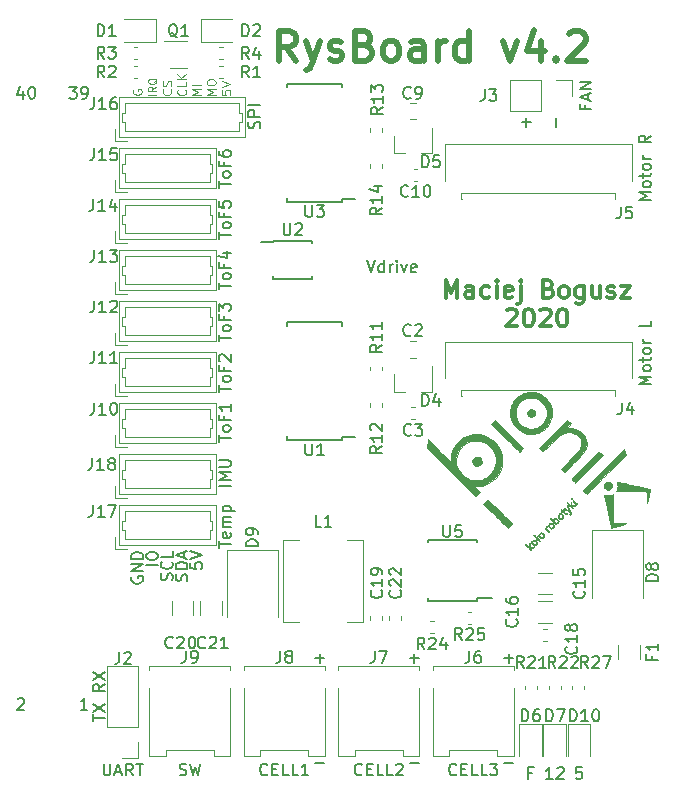
<source format=gto>
G04 #@! TF.GenerationSoftware,KiCad,Pcbnew,6.0.5-a6ca702e91~116~ubuntu20.04.1*
G04 #@! TF.CreationDate,2022-05-10T22:13:07+02:00*
G04 #@! TF.ProjectId,rysboard,72797362-6f61-4726-942e-6b696361645f,4.2*
G04 #@! TF.SameCoordinates,Original*
G04 #@! TF.FileFunction,Legend,Top*
G04 #@! TF.FilePolarity,Positive*
%FSLAX46Y46*%
G04 Gerber Fmt 4.6, Leading zero omitted, Abs format (unit mm)*
G04 Created by KiCad (PCBNEW 6.0.5-a6ca702e91~116~ubuntu20.04.1) date 2022-05-10 22:13:07*
%MOMM*%
%LPD*%
G01*
G04 APERTURE LIST*
%ADD10C,0.300000*%
%ADD11C,0.500000*%
%ADD12C,0.150000*%
%ADD13C,0.100000*%
%ADD14C,0.120000*%
%ADD15C,0.010000*%
G04 APERTURE END LIST*
D10*
X112049999Y-89621071D02*
X112049999Y-88121071D01*
X112549999Y-89192500D01*
X113049999Y-88121071D01*
X113049999Y-89621071D01*
X114407142Y-89621071D02*
X114407142Y-88835357D01*
X114335714Y-88692500D01*
X114192857Y-88621071D01*
X113907142Y-88621071D01*
X113764285Y-88692500D01*
X114407142Y-89549642D02*
X114264285Y-89621071D01*
X113907142Y-89621071D01*
X113764285Y-89549642D01*
X113692857Y-89406785D01*
X113692857Y-89263928D01*
X113764285Y-89121071D01*
X113907142Y-89049642D01*
X114264285Y-89049642D01*
X114407142Y-88978214D01*
X115764285Y-89549642D02*
X115621428Y-89621071D01*
X115335714Y-89621071D01*
X115192857Y-89549642D01*
X115121428Y-89478214D01*
X115049999Y-89335357D01*
X115049999Y-88906785D01*
X115121428Y-88763928D01*
X115192857Y-88692500D01*
X115335714Y-88621071D01*
X115621428Y-88621071D01*
X115764285Y-88692500D01*
X116407142Y-89621071D02*
X116407142Y-88621071D01*
X116407142Y-88121071D02*
X116335714Y-88192500D01*
X116407142Y-88263928D01*
X116478571Y-88192500D01*
X116407142Y-88121071D01*
X116407142Y-88263928D01*
X117692857Y-89549642D02*
X117549999Y-89621071D01*
X117264285Y-89621071D01*
X117121428Y-89549642D01*
X117049999Y-89406785D01*
X117049999Y-88835357D01*
X117121428Y-88692500D01*
X117264285Y-88621071D01*
X117549999Y-88621071D01*
X117692857Y-88692500D01*
X117764285Y-88835357D01*
X117764285Y-88978214D01*
X117049999Y-89121071D01*
X118407142Y-88621071D02*
X118407142Y-89906785D01*
X118335714Y-90049642D01*
X118192857Y-90121071D01*
X118121428Y-90121071D01*
X118407142Y-88121071D02*
X118335714Y-88192500D01*
X118407142Y-88263928D01*
X118478571Y-88192500D01*
X118407142Y-88121071D01*
X118407142Y-88263928D01*
X120764285Y-88835357D02*
X120978571Y-88906785D01*
X121049999Y-88978214D01*
X121121428Y-89121071D01*
X121121428Y-89335357D01*
X121049999Y-89478214D01*
X120978571Y-89549642D01*
X120835714Y-89621071D01*
X120264285Y-89621071D01*
X120264285Y-88121071D01*
X120764285Y-88121071D01*
X120907142Y-88192500D01*
X120978571Y-88263928D01*
X121049999Y-88406785D01*
X121049999Y-88549642D01*
X120978571Y-88692500D01*
X120907142Y-88763928D01*
X120764285Y-88835357D01*
X120264285Y-88835357D01*
X121978571Y-89621071D02*
X121835714Y-89549642D01*
X121764285Y-89478214D01*
X121692857Y-89335357D01*
X121692857Y-88906785D01*
X121764285Y-88763928D01*
X121835714Y-88692500D01*
X121978571Y-88621071D01*
X122192857Y-88621071D01*
X122335714Y-88692500D01*
X122407142Y-88763928D01*
X122478571Y-88906785D01*
X122478571Y-89335357D01*
X122407142Y-89478214D01*
X122335714Y-89549642D01*
X122192857Y-89621071D01*
X121978571Y-89621071D01*
X123764285Y-88621071D02*
X123764285Y-89835357D01*
X123692857Y-89978214D01*
X123621428Y-90049642D01*
X123478571Y-90121071D01*
X123264285Y-90121071D01*
X123121428Y-90049642D01*
X123764285Y-89549642D02*
X123621428Y-89621071D01*
X123335714Y-89621071D01*
X123192857Y-89549642D01*
X123121428Y-89478214D01*
X123049999Y-89335357D01*
X123049999Y-88906785D01*
X123121428Y-88763928D01*
X123192857Y-88692500D01*
X123335714Y-88621071D01*
X123621428Y-88621071D01*
X123764285Y-88692500D01*
X125121428Y-88621071D02*
X125121428Y-89621071D01*
X124478571Y-88621071D02*
X124478571Y-89406785D01*
X124549999Y-89549642D01*
X124692857Y-89621071D01*
X124907142Y-89621071D01*
X125049999Y-89549642D01*
X125121428Y-89478214D01*
X125764285Y-89549642D02*
X125907142Y-89621071D01*
X126192857Y-89621071D01*
X126335714Y-89549642D01*
X126407142Y-89406785D01*
X126407142Y-89335357D01*
X126335714Y-89192500D01*
X126192857Y-89121071D01*
X125978571Y-89121071D01*
X125835714Y-89049642D01*
X125764285Y-88906785D01*
X125764285Y-88835357D01*
X125835714Y-88692500D01*
X125978571Y-88621071D01*
X126192857Y-88621071D01*
X126335714Y-88692500D01*
X126907142Y-88621071D02*
X127692857Y-88621071D01*
X126907142Y-89621071D01*
X127692857Y-89621071D01*
X117228571Y-90678928D02*
X117300000Y-90607500D01*
X117442857Y-90536071D01*
X117800000Y-90536071D01*
X117942857Y-90607500D01*
X118014285Y-90678928D01*
X118085714Y-90821785D01*
X118085714Y-90964642D01*
X118014285Y-91178928D01*
X117157142Y-92036071D01*
X118085714Y-92036071D01*
X119014285Y-90536071D02*
X119157142Y-90536071D01*
X119300000Y-90607500D01*
X119371428Y-90678928D01*
X119442857Y-90821785D01*
X119514285Y-91107500D01*
X119514285Y-91464642D01*
X119442857Y-91750357D01*
X119371428Y-91893214D01*
X119300000Y-91964642D01*
X119157142Y-92036071D01*
X119014285Y-92036071D01*
X118871428Y-91964642D01*
X118800000Y-91893214D01*
X118728571Y-91750357D01*
X118657142Y-91464642D01*
X118657142Y-91107500D01*
X118728571Y-90821785D01*
X118800000Y-90678928D01*
X118871428Y-90607500D01*
X119014285Y-90536071D01*
X120085714Y-90678928D02*
X120157142Y-90607500D01*
X120300000Y-90536071D01*
X120657142Y-90536071D01*
X120800000Y-90607500D01*
X120871428Y-90678928D01*
X120942857Y-90821785D01*
X120942857Y-90964642D01*
X120871428Y-91178928D01*
X120014285Y-92036071D01*
X120942857Y-92036071D01*
X121871428Y-90536071D02*
X122014285Y-90536071D01*
X122157142Y-90607500D01*
X122228571Y-90678928D01*
X122300000Y-90821785D01*
X122371428Y-91107500D01*
X122371428Y-91464642D01*
X122300000Y-91750357D01*
X122228571Y-91893214D01*
X122157142Y-91964642D01*
X122014285Y-92036071D01*
X121871428Y-92036071D01*
X121728571Y-91964642D01*
X121657142Y-91893214D01*
X121585714Y-91750357D01*
X121514285Y-91464642D01*
X121514285Y-91107500D01*
X121585714Y-90821785D01*
X121657142Y-90678928D01*
X121728571Y-90607500D01*
X121871428Y-90536071D01*
D11*
X99386904Y-69530952D02*
X98553571Y-68340476D01*
X97958333Y-69530952D02*
X97958333Y-67030952D01*
X98910714Y-67030952D01*
X99148809Y-67150000D01*
X99267857Y-67269047D01*
X99386904Y-67507142D01*
X99386904Y-67864285D01*
X99267857Y-68102380D01*
X99148809Y-68221428D01*
X98910714Y-68340476D01*
X97958333Y-68340476D01*
X100220238Y-67864285D02*
X100815476Y-69530952D01*
X101410714Y-67864285D02*
X100815476Y-69530952D01*
X100577380Y-70126190D01*
X100458333Y-70245238D01*
X100220238Y-70364285D01*
X102244047Y-69411904D02*
X102482142Y-69530952D01*
X102958333Y-69530952D01*
X103196428Y-69411904D01*
X103315476Y-69173809D01*
X103315476Y-69054761D01*
X103196428Y-68816666D01*
X102958333Y-68697619D01*
X102601190Y-68697619D01*
X102363095Y-68578571D01*
X102244047Y-68340476D01*
X102244047Y-68221428D01*
X102363095Y-67983333D01*
X102601190Y-67864285D01*
X102958333Y-67864285D01*
X103196428Y-67983333D01*
X105220238Y-68221428D02*
X105577380Y-68340476D01*
X105696428Y-68459523D01*
X105815476Y-68697619D01*
X105815476Y-69054761D01*
X105696428Y-69292857D01*
X105577380Y-69411904D01*
X105339285Y-69530952D01*
X104386904Y-69530952D01*
X104386904Y-67030952D01*
X105220238Y-67030952D01*
X105458333Y-67150000D01*
X105577380Y-67269047D01*
X105696428Y-67507142D01*
X105696428Y-67745238D01*
X105577380Y-67983333D01*
X105458333Y-68102380D01*
X105220238Y-68221428D01*
X104386904Y-68221428D01*
X107244047Y-69530952D02*
X107005952Y-69411904D01*
X106886904Y-69292857D01*
X106767857Y-69054761D01*
X106767857Y-68340476D01*
X106886904Y-68102380D01*
X107005952Y-67983333D01*
X107244047Y-67864285D01*
X107601190Y-67864285D01*
X107839285Y-67983333D01*
X107958333Y-68102380D01*
X108077380Y-68340476D01*
X108077380Y-69054761D01*
X107958333Y-69292857D01*
X107839285Y-69411904D01*
X107601190Y-69530952D01*
X107244047Y-69530952D01*
X110220238Y-69530952D02*
X110220238Y-68221428D01*
X110101190Y-67983333D01*
X109863095Y-67864285D01*
X109386904Y-67864285D01*
X109148809Y-67983333D01*
X110220238Y-69411904D02*
X109982142Y-69530952D01*
X109386904Y-69530952D01*
X109148809Y-69411904D01*
X109029761Y-69173809D01*
X109029761Y-68935714D01*
X109148809Y-68697619D01*
X109386904Y-68578571D01*
X109982142Y-68578571D01*
X110220238Y-68459523D01*
X111410714Y-69530952D02*
X111410714Y-67864285D01*
X111410714Y-68340476D02*
X111529761Y-68102380D01*
X111648809Y-67983333D01*
X111886904Y-67864285D01*
X112125000Y-67864285D01*
X114029761Y-69530952D02*
X114029761Y-67030952D01*
X114029761Y-69411904D02*
X113791666Y-69530952D01*
X113315476Y-69530952D01*
X113077380Y-69411904D01*
X112958333Y-69292857D01*
X112839285Y-69054761D01*
X112839285Y-68340476D01*
X112958333Y-68102380D01*
X113077380Y-67983333D01*
X113315476Y-67864285D01*
X113791666Y-67864285D01*
X114029761Y-67983333D01*
X116886904Y-67864285D02*
X117482142Y-69530952D01*
X118077380Y-67864285D01*
X120101190Y-67864285D02*
X120101190Y-69530952D01*
X119505952Y-66911904D02*
X118910714Y-68697619D01*
X120458333Y-68697619D01*
X121410714Y-69292857D02*
X121529761Y-69411904D01*
X121410714Y-69530952D01*
X121291666Y-69411904D01*
X121410714Y-69292857D01*
X121410714Y-69530952D01*
X122482142Y-67269047D02*
X122601190Y-67150000D01*
X122839285Y-67030952D01*
X123434523Y-67030952D01*
X123672619Y-67150000D01*
X123791666Y-67269047D01*
X123910714Y-67507142D01*
X123910714Y-67745238D01*
X123791666Y-68102380D01*
X122363095Y-69530952D01*
X123910714Y-69530952D01*
D12*
X105407142Y-86452380D02*
X105740476Y-87452380D01*
X106073809Y-86452380D01*
X106835714Y-87452380D02*
X106835714Y-86452380D01*
X106835714Y-87404761D02*
X106740476Y-87452380D01*
X106550000Y-87452380D01*
X106454761Y-87404761D01*
X106407142Y-87357142D01*
X106359523Y-87261904D01*
X106359523Y-86976190D01*
X106407142Y-86880952D01*
X106454761Y-86833333D01*
X106550000Y-86785714D01*
X106740476Y-86785714D01*
X106835714Y-86833333D01*
X107311904Y-87452380D02*
X107311904Y-86785714D01*
X107311904Y-86976190D02*
X107359523Y-86880952D01*
X107407142Y-86833333D01*
X107502380Y-86785714D01*
X107597619Y-86785714D01*
X107930952Y-87452380D02*
X107930952Y-86785714D01*
X107930952Y-86452380D02*
X107883333Y-86500000D01*
X107930952Y-86547619D01*
X107978571Y-86500000D01*
X107930952Y-86452380D01*
X107930952Y-86547619D01*
X108311904Y-86785714D02*
X108550000Y-87452380D01*
X108788095Y-86785714D01*
X109550000Y-87404761D02*
X109454761Y-87452380D01*
X109264285Y-87452380D01*
X109169047Y-87404761D01*
X109121428Y-87309523D01*
X109121428Y-86928571D01*
X109169047Y-86833333D01*
X109264285Y-86785714D01*
X109454761Y-86785714D01*
X109550000Y-86833333D01*
X109597619Y-86928571D01*
X109597619Y-87023809D01*
X109121428Y-87119047D01*
X109095833Y-92757142D02*
X109048214Y-92804761D01*
X108905357Y-92852380D01*
X108810119Y-92852380D01*
X108667261Y-92804761D01*
X108572023Y-92709523D01*
X108524404Y-92614285D01*
X108476785Y-92423809D01*
X108476785Y-92280952D01*
X108524404Y-92090476D01*
X108572023Y-91995238D01*
X108667261Y-91900000D01*
X108810119Y-91852380D01*
X108905357Y-91852380D01*
X109048214Y-91900000D01*
X109095833Y-91947619D01*
X109476785Y-91947619D02*
X109524404Y-91900000D01*
X109619642Y-91852380D01*
X109857738Y-91852380D01*
X109952976Y-91900000D01*
X110000595Y-91947619D01*
X110048214Y-92042857D01*
X110048214Y-92138095D01*
X110000595Y-92280952D01*
X109429166Y-92852380D01*
X110048214Y-92852380D01*
X109095833Y-72657142D02*
X109048214Y-72704761D01*
X108905357Y-72752380D01*
X108810119Y-72752380D01*
X108667261Y-72704761D01*
X108572023Y-72609523D01*
X108524404Y-72514285D01*
X108476785Y-72323809D01*
X108476785Y-72180952D01*
X108524404Y-71990476D01*
X108572023Y-71895238D01*
X108667261Y-71800000D01*
X108810119Y-71752380D01*
X108905357Y-71752380D01*
X109048214Y-71800000D01*
X109095833Y-71847619D01*
X109572023Y-72752380D02*
X109762500Y-72752380D01*
X109857738Y-72704761D01*
X109905357Y-72657142D01*
X110000595Y-72514285D01*
X110048214Y-72323809D01*
X110048214Y-71942857D01*
X110000595Y-71847619D01*
X109952976Y-71800000D01*
X109857738Y-71752380D01*
X109667261Y-71752380D01*
X109572023Y-71800000D01*
X109524404Y-71847619D01*
X109476785Y-71942857D01*
X109476785Y-72180952D01*
X109524404Y-72276190D01*
X109572023Y-72323809D01*
X109667261Y-72371428D01*
X109857738Y-72371428D01*
X109952976Y-72323809D01*
X110000595Y-72276190D01*
X110048214Y-72180952D01*
X123757142Y-114442857D02*
X123804761Y-114490476D01*
X123852380Y-114633333D01*
X123852380Y-114728571D01*
X123804761Y-114871428D01*
X123709523Y-114966666D01*
X123614285Y-115014285D01*
X123423809Y-115061904D01*
X123280952Y-115061904D01*
X123090476Y-115014285D01*
X122995238Y-114966666D01*
X122900000Y-114871428D01*
X122852380Y-114728571D01*
X122852380Y-114633333D01*
X122900000Y-114490476D01*
X122947619Y-114442857D01*
X123852380Y-113490476D02*
X123852380Y-114061904D01*
X123852380Y-113776190D02*
X122852380Y-113776190D01*
X122995238Y-113871428D01*
X123090476Y-113966666D01*
X123138095Y-114061904D01*
X122852380Y-112585714D02*
X122852380Y-113061904D01*
X123328571Y-113109523D01*
X123280952Y-113061904D01*
X123233333Y-112966666D01*
X123233333Y-112728571D01*
X123280952Y-112633333D01*
X123328571Y-112585714D01*
X123423809Y-112538095D01*
X123661904Y-112538095D01*
X123757142Y-112585714D01*
X123804761Y-112633333D01*
X123852380Y-112728571D01*
X123852380Y-112966666D01*
X123804761Y-113061904D01*
X123757142Y-113109523D01*
X118057142Y-116842857D02*
X118104761Y-116890476D01*
X118152380Y-117033333D01*
X118152380Y-117128571D01*
X118104761Y-117271428D01*
X118009523Y-117366666D01*
X117914285Y-117414285D01*
X117723809Y-117461904D01*
X117580952Y-117461904D01*
X117390476Y-117414285D01*
X117295238Y-117366666D01*
X117200000Y-117271428D01*
X117152380Y-117128571D01*
X117152380Y-117033333D01*
X117200000Y-116890476D01*
X117247619Y-116842857D01*
X118152380Y-115890476D02*
X118152380Y-116461904D01*
X118152380Y-116176190D02*
X117152380Y-116176190D01*
X117295238Y-116271428D01*
X117390476Y-116366666D01*
X117438095Y-116461904D01*
X117152380Y-115033333D02*
X117152380Y-115223809D01*
X117200000Y-115319047D01*
X117247619Y-115366666D01*
X117390476Y-115461904D01*
X117580952Y-115509523D01*
X117961904Y-115509523D01*
X118057142Y-115461904D01*
X118104761Y-115414285D01*
X118152380Y-115319047D01*
X118152380Y-115128571D01*
X118104761Y-115033333D01*
X118057142Y-114985714D01*
X117961904Y-114938095D01*
X117723809Y-114938095D01*
X117628571Y-114985714D01*
X117580952Y-115033333D01*
X117533333Y-115128571D01*
X117533333Y-115319047D01*
X117580952Y-115414285D01*
X117628571Y-115461904D01*
X117723809Y-115509523D01*
X123107142Y-119142857D02*
X123154761Y-119190476D01*
X123202380Y-119333333D01*
X123202380Y-119428571D01*
X123154761Y-119571428D01*
X123059523Y-119666666D01*
X122964285Y-119714285D01*
X122773809Y-119761904D01*
X122630952Y-119761904D01*
X122440476Y-119714285D01*
X122345238Y-119666666D01*
X122250000Y-119571428D01*
X122202380Y-119428571D01*
X122202380Y-119333333D01*
X122250000Y-119190476D01*
X122297619Y-119142857D01*
X123202380Y-118190476D02*
X123202380Y-118761904D01*
X123202380Y-118476190D02*
X122202380Y-118476190D01*
X122345238Y-118571428D01*
X122440476Y-118666666D01*
X122488095Y-118761904D01*
X122630952Y-117619047D02*
X122583333Y-117714285D01*
X122535714Y-117761904D01*
X122440476Y-117809523D01*
X122392857Y-117809523D01*
X122297619Y-117761904D01*
X122250000Y-117714285D01*
X122202380Y-117619047D01*
X122202380Y-117428571D01*
X122250000Y-117333333D01*
X122297619Y-117285714D01*
X122392857Y-117238095D01*
X122440476Y-117238095D01*
X122535714Y-117285714D01*
X122583333Y-117333333D01*
X122630952Y-117428571D01*
X122630952Y-117619047D01*
X122678571Y-117714285D01*
X122726190Y-117761904D01*
X122821428Y-117809523D01*
X123011904Y-117809523D01*
X123107142Y-117761904D01*
X123154761Y-117714285D01*
X123202380Y-117619047D01*
X123202380Y-117428571D01*
X123154761Y-117333333D01*
X123107142Y-117285714D01*
X123011904Y-117238095D01*
X122821428Y-117238095D01*
X122726190Y-117285714D01*
X122678571Y-117333333D01*
X122630952Y-117428571D01*
X106607142Y-114392857D02*
X106654761Y-114440476D01*
X106702380Y-114583333D01*
X106702380Y-114678571D01*
X106654761Y-114821428D01*
X106559523Y-114916666D01*
X106464285Y-114964285D01*
X106273809Y-115011904D01*
X106130952Y-115011904D01*
X105940476Y-114964285D01*
X105845238Y-114916666D01*
X105750000Y-114821428D01*
X105702380Y-114678571D01*
X105702380Y-114583333D01*
X105750000Y-114440476D01*
X105797619Y-114392857D01*
X106702380Y-113440476D02*
X106702380Y-114011904D01*
X106702380Y-113726190D02*
X105702380Y-113726190D01*
X105845238Y-113821428D01*
X105940476Y-113916666D01*
X105988095Y-114011904D01*
X106702380Y-112964285D02*
X106702380Y-112773809D01*
X106654761Y-112678571D01*
X106607142Y-112630952D01*
X106464285Y-112535714D01*
X106273809Y-112488095D01*
X105892857Y-112488095D01*
X105797619Y-112535714D01*
X105750000Y-112583333D01*
X105702380Y-112678571D01*
X105702380Y-112869047D01*
X105750000Y-112964285D01*
X105797619Y-113011904D01*
X105892857Y-113059523D01*
X106130952Y-113059523D01*
X106226190Y-113011904D01*
X106273809Y-112964285D01*
X106321428Y-112869047D01*
X106321428Y-112678571D01*
X106273809Y-112583333D01*
X106226190Y-112535714D01*
X106130952Y-112488095D01*
X108207142Y-114392857D02*
X108254761Y-114440476D01*
X108302380Y-114583333D01*
X108302380Y-114678571D01*
X108254761Y-114821428D01*
X108159523Y-114916666D01*
X108064285Y-114964285D01*
X107873809Y-115011904D01*
X107730952Y-115011904D01*
X107540476Y-114964285D01*
X107445238Y-114916666D01*
X107350000Y-114821428D01*
X107302380Y-114678571D01*
X107302380Y-114583333D01*
X107350000Y-114440476D01*
X107397619Y-114392857D01*
X107397619Y-114011904D02*
X107350000Y-113964285D01*
X107302380Y-113869047D01*
X107302380Y-113630952D01*
X107350000Y-113535714D01*
X107397619Y-113488095D01*
X107492857Y-113440476D01*
X107588095Y-113440476D01*
X107730952Y-113488095D01*
X108302380Y-114059523D01*
X108302380Y-113440476D01*
X107397619Y-113059523D02*
X107350000Y-113011904D01*
X107302380Y-112916666D01*
X107302380Y-112678571D01*
X107350000Y-112583333D01*
X107397619Y-112535714D01*
X107492857Y-112488095D01*
X107588095Y-112488095D01*
X107730952Y-112535714D01*
X108302380Y-113107142D01*
X108302380Y-112488095D01*
X106652380Y-81972857D02*
X106176190Y-82306190D01*
X106652380Y-82544285D02*
X105652380Y-82544285D01*
X105652380Y-82163333D01*
X105700000Y-82068095D01*
X105747619Y-82020476D01*
X105842857Y-81972857D01*
X105985714Y-81972857D01*
X106080952Y-82020476D01*
X106128571Y-82068095D01*
X106176190Y-82163333D01*
X106176190Y-82544285D01*
X106652380Y-81020476D02*
X106652380Y-81591904D01*
X106652380Y-81306190D02*
X105652380Y-81306190D01*
X105795238Y-81401428D01*
X105890476Y-81496666D01*
X105938095Y-81591904D01*
X105985714Y-80163333D02*
X106652380Y-80163333D01*
X105604761Y-80401428D02*
X106319047Y-80639523D01*
X106319047Y-80020476D01*
X110269642Y-119382380D02*
X109936309Y-118906190D01*
X109698214Y-119382380D02*
X109698214Y-118382380D01*
X110079166Y-118382380D01*
X110174404Y-118430000D01*
X110222023Y-118477619D01*
X110269642Y-118572857D01*
X110269642Y-118715714D01*
X110222023Y-118810952D01*
X110174404Y-118858571D01*
X110079166Y-118906190D01*
X109698214Y-118906190D01*
X110650595Y-118477619D02*
X110698214Y-118430000D01*
X110793452Y-118382380D01*
X111031547Y-118382380D01*
X111126785Y-118430000D01*
X111174404Y-118477619D01*
X111222023Y-118572857D01*
X111222023Y-118668095D01*
X111174404Y-118810952D01*
X110602976Y-119382380D01*
X111222023Y-119382380D01*
X112079166Y-118715714D02*
X112079166Y-119382380D01*
X111841071Y-118334761D02*
X111602976Y-119049047D01*
X112222023Y-119049047D01*
X113444642Y-118582380D02*
X113111309Y-118106190D01*
X112873214Y-118582380D02*
X112873214Y-117582380D01*
X113254166Y-117582380D01*
X113349404Y-117630000D01*
X113397023Y-117677619D01*
X113444642Y-117772857D01*
X113444642Y-117915714D01*
X113397023Y-118010952D01*
X113349404Y-118058571D01*
X113254166Y-118106190D01*
X112873214Y-118106190D01*
X113825595Y-117677619D02*
X113873214Y-117630000D01*
X113968452Y-117582380D01*
X114206547Y-117582380D01*
X114301785Y-117630000D01*
X114349404Y-117677619D01*
X114397023Y-117772857D01*
X114397023Y-117868095D01*
X114349404Y-118010952D01*
X113777976Y-118582380D01*
X114397023Y-118582380D01*
X115301785Y-117582380D02*
X114825595Y-117582380D01*
X114777976Y-118058571D01*
X114825595Y-118010952D01*
X114920833Y-117963333D01*
X115158928Y-117963333D01*
X115254166Y-118010952D01*
X115301785Y-118058571D01*
X115349404Y-118153809D01*
X115349404Y-118391904D01*
X115301785Y-118487142D01*
X115254166Y-118534761D01*
X115158928Y-118582380D01*
X114920833Y-118582380D01*
X114825595Y-118534761D01*
X114777976Y-118487142D01*
X84416666Y-119602380D02*
X84416666Y-120316666D01*
X84369047Y-120459523D01*
X84273809Y-120554761D01*
X84130952Y-120602380D01*
X84035714Y-120602380D01*
X84845238Y-119697619D02*
X84892857Y-119650000D01*
X84988095Y-119602380D01*
X85226190Y-119602380D01*
X85321428Y-119650000D01*
X85369047Y-119697619D01*
X85416666Y-119792857D01*
X85416666Y-119888095D01*
X85369047Y-120030952D01*
X84797619Y-120602380D01*
X85416666Y-120602380D01*
X82202380Y-125461904D02*
X82202380Y-124890476D01*
X83202380Y-125176190D02*
X82202380Y-125176190D01*
X82202380Y-124652380D02*
X83202380Y-123985714D01*
X82202380Y-123985714D02*
X83202380Y-124652380D01*
X83202380Y-122316666D02*
X82726190Y-122650000D01*
X83202380Y-122888095D02*
X82202380Y-122888095D01*
X82202380Y-122507142D01*
X82250000Y-122411904D01*
X82297619Y-122364285D01*
X82392857Y-122316666D01*
X82535714Y-122316666D01*
X82630952Y-122364285D01*
X82678571Y-122411904D01*
X82726190Y-122507142D01*
X82726190Y-122888095D01*
X82202380Y-121983333D02*
X83202380Y-121316666D01*
X82202380Y-121316666D02*
X83202380Y-121983333D01*
X83104761Y-129052380D02*
X83104761Y-129861904D01*
X83152380Y-129957142D01*
X83200000Y-130004761D01*
X83295238Y-130052380D01*
X83485714Y-130052380D01*
X83580952Y-130004761D01*
X83628571Y-129957142D01*
X83676190Y-129861904D01*
X83676190Y-129052380D01*
X84104761Y-129766666D02*
X84580952Y-129766666D01*
X84009523Y-130052380D02*
X84342857Y-129052380D01*
X84676190Y-130052380D01*
X85580952Y-130052380D02*
X85247619Y-129576190D01*
X85009523Y-130052380D02*
X85009523Y-129052380D01*
X85390476Y-129052380D01*
X85485714Y-129100000D01*
X85533333Y-129147619D01*
X85580952Y-129242857D01*
X85580952Y-129385714D01*
X85533333Y-129480952D01*
X85485714Y-129528571D01*
X85390476Y-129576190D01*
X85009523Y-129576190D01*
X85866666Y-129052380D02*
X86438095Y-129052380D01*
X86152380Y-130052380D02*
X86152380Y-129052380D01*
X106066666Y-119502380D02*
X106066666Y-120216666D01*
X106019047Y-120359523D01*
X105923809Y-120454761D01*
X105780952Y-120502380D01*
X105685714Y-120502380D01*
X106447619Y-119502380D02*
X107114285Y-119502380D01*
X106685714Y-120502380D01*
X104971428Y-129957142D02*
X104923809Y-130004761D01*
X104780952Y-130052380D01*
X104685714Y-130052380D01*
X104542857Y-130004761D01*
X104447619Y-129909523D01*
X104400000Y-129814285D01*
X104352380Y-129623809D01*
X104352380Y-129480952D01*
X104400000Y-129290476D01*
X104447619Y-129195238D01*
X104542857Y-129100000D01*
X104685714Y-129052380D01*
X104780952Y-129052380D01*
X104923809Y-129100000D01*
X104971428Y-129147619D01*
X105400000Y-129528571D02*
X105733333Y-129528571D01*
X105876190Y-130052380D02*
X105400000Y-130052380D01*
X105400000Y-129052380D01*
X105876190Y-129052380D01*
X106780952Y-130052380D02*
X106304761Y-130052380D01*
X106304761Y-129052380D01*
X107590476Y-130052380D02*
X107114285Y-130052380D01*
X107114285Y-129052380D01*
X107876190Y-129147619D02*
X107923809Y-129100000D01*
X108019047Y-129052380D01*
X108257142Y-129052380D01*
X108352380Y-129100000D01*
X108400000Y-129147619D01*
X108447619Y-129242857D01*
X108447619Y-129338095D01*
X108400000Y-129480952D01*
X107828571Y-130052380D01*
X108447619Y-130052380D01*
X109019047Y-129021428D02*
X109780952Y-129021428D01*
X109019047Y-120121428D02*
X109780952Y-120121428D01*
X109400000Y-120502380D02*
X109400000Y-119740476D01*
X124107142Y-120952380D02*
X123773809Y-120476190D01*
X123535714Y-120952380D02*
X123535714Y-119952380D01*
X123916666Y-119952380D01*
X124011904Y-120000000D01*
X124059523Y-120047619D01*
X124107142Y-120142857D01*
X124107142Y-120285714D01*
X124059523Y-120380952D01*
X124011904Y-120428571D01*
X123916666Y-120476190D01*
X123535714Y-120476190D01*
X124488095Y-120047619D02*
X124535714Y-120000000D01*
X124630952Y-119952380D01*
X124869047Y-119952380D01*
X124964285Y-120000000D01*
X125011904Y-120047619D01*
X125059523Y-120142857D01*
X125059523Y-120238095D01*
X125011904Y-120380952D01*
X124440476Y-120952380D01*
X125059523Y-120952380D01*
X125392857Y-119952380D02*
X126059523Y-119952380D01*
X125630952Y-120952380D01*
X100188095Y-101952380D02*
X100188095Y-102761904D01*
X100235714Y-102857142D01*
X100283333Y-102904761D01*
X100378571Y-102952380D01*
X100569047Y-102952380D01*
X100664285Y-102904761D01*
X100711904Y-102857142D01*
X100759523Y-102761904D01*
X100759523Y-101952380D01*
X101759523Y-102952380D02*
X101188095Y-102952380D01*
X101473809Y-102952380D02*
X101473809Y-101952380D01*
X101378571Y-102095238D01*
X101283333Y-102190476D01*
X101188095Y-102238095D01*
X90066666Y-119502380D02*
X90066666Y-120216666D01*
X90019047Y-120359523D01*
X89923809Y-120454761D01*
X89780952Y-120502380D01*
X89685714Y-120502380D01*
X90590476Y-120502380D02*
X90780952Y-120502380D01*
X90876190Y-120454761D01*
X90923809Y-120407142D01*
X91019047Y-120264285D01*
X91066666Y-120073809D01*
X91066666Y-119692857D01*
X91019047Y-119597619D01*
X90971428Y-119550000D01*
X90876190Y-119502380D01*
X90685714Y-119502380D01*
X90590476Y-119550000D01*
X90542857Y-119597619D01*
X90495238Y-119692857D01*
X90495238Y-119930952D01*
X90542857Y-120026190D01*
X90590476Y-120073809D01*
X90685714Y-120121428D01*
X90876190Y-120121428D01*
X90971428Y-120073809D01*
X91019047Y-120026190D01*
X91066666Y-119930952D01*
X89542857Y-130004761D02*
X89685714Y-130052380D01*
X89923809Y-130052380D01*
X90019047Y-130004761D01*
X90066666Y-129957142D01*
X90114285Y-129861904D01*
X90114285Y-129766666D01*
X90066666Y-129671428D01*
X90019047Y-129623809D01*
X89923809Y-129576190D01*
X89733333Y-129528571D01*
X89638095Y-129480952D01*
X89590476Y-129433333D01*
X89542857Y-129338095D01*
X89542857Y-129242857D01*
X89590476Y-129147619D01*
X89638095Y-129100000D01*
X89733333Y-129052380D01*
X89971428Y-129052380D01*
X90114285Y-129100000D01*
X90447619Y-129052380D02*
X90685714Y-130052380D01*
X90876190Y-129338095D01*
X91066666Y-130052380D01*
X91304761Y-129052380D01*
X118501904Y-125459880D02*
X118501904Y-124459880D01*
X118740000Y-124459880D01*
X118882857Y-124507500D01*
X118978095Y-124602738D01*
X119025714Y-124697976D01*
X119073333Y-124888452D01*
X119073333Y-125031309D01*
X119025714Y-125221785D01*
X118978095Y-125317023D01*
X118882857Y-125412261D01*
X118740000Y-125459880D01*
X118501904Y-125459880D01*
X119930476Y-124459880D02*
X119740000Y-124459880D01*
X119644761Y-124507500D01*
X119597142Y-124555119D01*
X119501904Y-124697976D01*
X119454285Y-124888452D01*
X119454285Y-125269404D01*
X119501904Y-125364642D01*
X119549523Y-125412261D01*
X119644761Y-125459880D01*
X119835238Y-125459880D01*
X119930476Y-125412261D01*
X119978095Y-125364642D01*
X120025714Y-125269404D01*
X120025714Y-125031309D01*
X119978095Y-124936071D01*
X119930476Y-124888452D01*
X119835238Y-124840833D01*
X119644761Y-124840833D01*
X119549523Y-124888452D01*
X119501904Y-124936071D01*
X119454285Y-125031309D01*
X119382857Y-129836071D02*
X119049523Y-129836071D01*
X119049523Y-130359880D02*
X119049523Y-129359880D01*
X119525714Y-129359880D01*
X120561904Y-125452380D02*
X120561904Y-124452380D01*
X120800000Y-124452380D01*
X120942857Y-124500000D01*
X121038095Y-124595238D01*
X121085714Y-124690476D01*
X121133333Y-124880952D01*
X121133333Y-125023809D01*
X121085714Y-125214285D01*
X121038095Y-125309523D01*
X120942857Y-125404761D01*
X120800000Y-125452380D01*
X120561904Y-125452380D01*
X121466666Y-124452380D02*
X122133333Y-124452380D01*
X121704761Y-125452380D01*
X121109523Y-130352380D02*
X120538095Y-130352380D01*
X120823809Y-130352380D02*
X120823809Y-129352380D01*
X120728571Y-129495238D01*
X120633333Y-129590476D01*
X120538095Y-129638095D01*
X121490476Y-129447619D02*
X121538095Y-129400000D01*
X121633333Y-129352380D01*
X121871428Y-129352380D01*
X121966666Y-129400000D01*
X122014285Y-129447619D01*
X122061904Y-129542857D01*
X122061904Y-129638095D01*
X122014285Y-129780952D01*
X121442857Y-130352380D01*
X122061904Y-130352380D01*
X122585714Y-125449880D02*
X122585714Y-124449880D01*
X122823809Y-124449880D01*
X122966666Y-124497500D01*
X123061904Y-124592738D01*
X123109523Y-124687976D01*
X123157142Y-124878452D01*
X123157142Y-125021309D01*
X123109523Y-125211785D01*
X123061904Y-125307023D01*
X122966666Y-125402261D01*
X122823809Y-125449880D01*
X122585714Y-125449880D01*
X124109523Y-125449880D02*
X123538095Y-125449880D01*
X123823809Y-125449880D02*
X123823809Y-124449880D01*
X123728571Y-124592738D01*
X123633333Y-124687976D01*
X123538095Y-124735595D01*
X124728571Y-124449880D02*
X124823809Y-124449880D01*
X124919047Y-124497500D01*
X124966666Y-124545119D01*
X125014285Y-124640357D01*
X125061904Y-124830833D01*
X125061904Y-125068928D01*
X125014285Y-125259404D01*
X124966666Y-125354642D01*
X124919047Y-125402261D01*
X124823809Y-125449880D01*
X124728571Y-125449880D01*
X124633333Y-125402261D01*
X124585714Y-125354642D01*
X124538095Y-125259404D01*
X124490476Y-125068928D01*
X124490476Y-124830833D01*
X124538095Y-124640357D01*
X124585714Y-124545119D01*
X124633333Y-124497500D01*
X124728571Y-124449880D01*
X123588095Y-129349880D02*
X123111904Y-129349880D01*
X123064285Y-129826071D01*
X123111904Y-129778452D01*
X123207142Y-129730833D01*
X123445238Y-129730833D01*
X123540476Y-129778452D01*
X123588095Y-129826071D01*
X123635714Y-129921309D01*
X123635714Y-130159404D01*
X123588095Y-130254642D01*
X123540476Y-130302261D01*
X123445238Y-130349880D01*
X123207142Y-130349880D01*
X123111904Y-130302261D01*
X123064285Y-130254642D01*
X118657142Y-120952380D02*
X118323809Y-120476190D01*
X118085714Y-120952380D02*
X118085714Y-119952380D01*
X118466666Y-119952380D01*
X118561904Y-120000000D01*
X118609523Y-120047619D01*
X118657142Y-120142857D01*
X118657142Y-120285714D01*
X118609523Y-120380952D01*
X118561904Y-120428571D01*
X118466666Y-120476190D01*
X118085714Y-120476190D01*
X119038095Y-120047619D02*
X119085714Y-120000000D01*
X119180952Y-119952380D01*
X119419047Y-119952380D01*
X119514285Y-120000000D01*
X119561904Y-120047619D01*
X119609523Y-120142857D01*
X119609523Y-120238095D01*
X119561904Y-120380952D01*
X118990476Y-120952380D01*
X119609523Y-120952380D01*
X120561904Y-120952380D02*
X119990476Y-120952380D01*
X120276190Y-120952380D02*
X120276190Y-119952380D01*
X120180952Y-120095238D01*
X120085714Y-120190476D01*
X119990476Y-120238095D01*
X130052380Y-113588095D02*
X129052380Y-113588095D01*
X129052380Y-113350000D01*
X129100000Y-113207142D01*
X129195238Y-113111904D01*
X129290476Y-113064285D01*
X129480952Y-113016666D01*
X129623809Y-113016666D01*
X129814285Y-113064285D01*
X129909523Y-113111904D01*
X130004761Y-113207142D01*
X130052380Y-113350000D01*
X130052380Y-113588095D01*
X129480952Y-112445238D02*
X129433333Y-112540476D01*
X129385714Y-112588095D01*
X129290476Y-112635714D01*
X129242857Y-112635714D01*
X129147619Y-112588095D01*
X129100000Y-112540476D01*
X129052380Y-112445238D01*
X129052380Y-112254761D01*
X129100000Y-112159523D01*
X129147619Y-112111904D01*
X129242857Y-112064285D01*
X129290476Y-112064285D01*
X129385714Y-112111904D01*
X129433333Y-112159523D01*
X129480952Y-112254761D01*
X129480952Y-112445238D01*
X129528571Y-112540476D01*
X129576190Y-112588095D01*
X129671428Y-112635714D01*
X129861904Y-112635714D01*
X129957142Y-112588095D01*
X130004761Y-112540476D01*
X130052380Y-112445238D01*
X130052380Y-112254761D01*
X130004761Y-112159523D01*
X129957142Y-112111904D01*
X129861904Y-112064285D01*
X129671428Y-112064285D01*
X129576190Y-112111904D01*
X129528571Y-112159523D01*
X129480952Y-112254761D01*
X129528571Y-119933333D02*
X129528571Y-120266666D01*
X130052380Y-120266666D02*
X129052380Y-120266666D01*
X129052380Y-119790476D01*
X130052380Y-118885714D02*
X130052380Y-119457142D01*
X130052380Y-119171428D02*
X129052380Y-119171428D01*
X129195238Y-119266666D01*
X129290476Y-119361904D01*
X129338095Y-119457142D01*
X100188095Y-81752380D02*
X100188095Y-82561904D01*
X100235714Y-82657142D01*
X100283333Y-82704761D01*
X100378571Y-82752380D01*
X100569047Y-82752380D01*
X100664285Y-82704761D01*
X100711904Y-82657142D01*
X100759523Y-82561904D01*
X100759523Y-81752380D01*
X101140476Y-81752380D02*
X101759523Y-81752380D01*
X101426190Y-82133333D01*
X101569047Y-82133333D01*
X101664285Y-82180952D01*
X101711904Y-82228571D01*
X101759523Y-82323809D01*
X101759523Y-82561904D01*
X101711904Y-82657142D01*
X101664285Y-82704761D01*
X101569047Y-82752380D01*
X101283333Y-82752380D01*
X101188095Y-82704761D01*
X101140476Y-82657142D01*
X111862095Y-108852380D02*
X111862095Y-109661904D01*
X111909714Y-109757142D01*
X111957333Y-109804761D01*
X112052571Y-109852380D01*
X112243047Y-109852380D01*
X112338285Y-109804761D01*
X112385904Y-109757142D01*
X112433523Y-109661904D01*
X112433523Y-108852380D01*
X113385904Y-108852380D02*
X112909714Y-108852380D01*
X112862095Y-109328571D01*
X112909714Y-109280952D01*
X113004952Y-109233333D01*
X113243047Y-109233333D01*
X113338285Y-109280952D01*
X113385904Y-109328571D01*
X113433523Y-109423809D01*
X113433523Y-109661904D01*
X113385904Y-109757142D01*
X113338285Y-109804761D01*
X113243047Y-109852380D01*
X113004952Y-109852380D01*
X112909714Y-109804761D01*
X112862095Y-109757142D01*
X121357142Y-120952380D02*
X121023809Y-120476190D01*
X120785714Y-120952380D02*
X120785714Y-119952380D01*
X121166666Y-119952380D01*
X121261904Y-120000000D01*
X121309523Y-120047619D01*
X121357142Y-120142857D01*
X121357142Y-120285714D01*
X121309523Y-120380952D01*
X121261904Y-120428571D01*
X121166666Y-120476190D01*
X120785714Y-120476190D01*
X121738095Y-120047619D02*
X121785714Y-120000000D01*
X121880952Y-119952380D01*
X122119047Y-119952380D01*
X122214285Y-120000000D01*
X122261904Y-120047619D01*
X122309523Y-120142857D01*
X122309523Y-120238095D01*
X122261904Y-120380952D01*
X121690476Y-120952380D01*
X122309523Y-120952380D01*
X122690476Y-120047619D02*
X122738095Y-120000000D01*
X122833333Y-119952380D01*
X123071428Y-119952380D01*
X123166666Y-120000000D01*
X123214285Y-120047619D01*
X123261904Y-120142857D01*
X123261904Y-120238095D01*
X123214285Y-120380952D01*
X122642857Y-120952380D01*
X123261904Y-120952380D01*
X110061904Y-78552380D02*
X110061904Y-77552380D01*
X110300000Y-77552380D01*
X110442857Y-77600000D01*
X110538095Y-77695238D01*
X110585714Y-77790476D01*
X110633333Y-77980952D01*
X110633333Y-78123809D01*
X110585714Y-78314285D01*
X110538095Y-78409523D01*
X110442857Y-78504761D01*
X110300000Y-78552380D01*
X110061904Y-78552380D01*
X111538095Y-77552380D02*
X111061904Y-77552380D01*
X111014285Y-78028571D01*
X111061904Y-77980952D01*
X111157142Y-77933333D01*
X111395238Y-77933333D01*
X111490476Y-77980952D01*
X111538095Y-78028571D01*
X111585714Y-78123809D01*
X111585714Y-78361904D01*
X111538095Y-78457142D01*
X111490476Y-78504761D01*
X111395238Y-78552380D01*
X111157142Y-78552380D01*
X111061904Y-78504761D01*
X111014285Y-78457142D01*
X106732380Y-73462857D02*
X106256190Y-73796190D01*
X106732380Y-74034285D02*
X105732380Y-74034285D01*
X105732380Y-73653333D01*
X105780000Y-73558095D01*
X105827619Y-73510476D01*
X105922857Y-73462857D01*
X106065714Y-73462857D01*
X106160952Y-73510476D01*
X106208571Y-73558095D01*
X106256190Y-73653333D01*
X106256190Y-74034285D01*
X106732380Y-72510476D02*
X106732380Y-73081904D01*
X106732380Y-72796190D02*
X105732380Y-72796190D01*
X105875238Y-72891428D01*
X105970476Y-72986666D01*
X106018095Y-73081904D01*
X105732380Y-72177142D02*
X105732380Y-71558095D01*
X106113333Y-71891428D01*
X106113333Y-71748571D01*
X106160952Y-71653333D01*
X106208571Y-71605714D01*
X106303809Y-71558095D01*
X106541904Y-71558095D01*
X106637142Y-71605714D01*
X106684761Y-71653333D01*
X106732380Y-71748571D01*
X106732380Y-72034285D01*
X106684761Y-72129523D01*
X106637142Y-72177142D01*
X108869642Y-80987142D02*
X108822023Y-81034761D01*
X108679166Y-81082380D01*
X108583928Y-81082380D01*
X108441071Y-81034761D01*
X108345833Y-80939523D01*
X108298214Y-80844285D01*
X108250595Y-80653809D01*
X108250595Y-80510952D01*
X108298214Y-80320476D01*
X108345833Y-80225238D01*
X108441071Y-80130000D01*
X108583928Y-80082380D01*
X108679166Y-80082380D01*
X108822023Y-80130000D01*
X108869642Y-80177619D01*
X109822023Y-81082380D02*
X109250595Y-81082380D01*
X109536309Y-81082380D02*
X109536309Y-80082380D01*
X109441071Y-80225238D01*
X109345833Y-80320476D01*
X109250595Y-80368095D01*
X110441071Y-80082380D02*
X110536309Y-80082380D01*
X110631547Y-80130000D01*
X110679166Y-80177619D01*
X110726785Y-80272857D01*
X110774404Y-80463333D01*
X110774404Y-80701428D01*
X110726785Y-80891904D01*
X110679166Y-80987142D01*
X110631547Y-81034761D01*
X110536309Y-81082380D01*
X110441071Y-81082380D01*
X110345833Y-81034761D01*
X110298214Y-80987142D01*
X110250595Y-80891904D01*
X110202976Y-80701428D01*
X110202976Y-80463333D01*
X110250595Y-80272857D01*
X110298214Y-80177619D01*
X110345833Y-80130000D01*
X110441071Y-80082380D01*
X82290476Y-94152380D02*
X82290476Y-94866666D01*
X82242857Y-95009523D01*
X82147619Y-95104761D01*
X82004761Y-95152380D01*
X81909523Y-95152380D01*
X83290476Y-95152380D02*
X82719047Y-95152380D01*
X83004761Y-95152380D02*
X83004761Y-94152380D01*
X82909523Y-94295238D01*
X82814285Y-94390476D01*
X82719047Y-94438095D01*
X84242857Y-95152380D02*
X83671428Y-95152380D01*
X83957142Y-95152380D02*
X83957142Y-94152380D01*
X83861904Y-94295238D01*
X83766666Y-94390476D01*
X83671428Y-94438095D01*
X92852380Y-97592857D02*
X92852380Y-97021428D01*
X93852380Y-97307142D02*
X92852380Y-97307142D01*
X93852380Y-96545238D02*
X93804761Y-96640476D01*
X93757142Y-96688095D01*
X93661904Y-96735714D01*
X93376190Y-96735714D01*
X93280952Y-96688095D01*
X93233333Y-96640476D01*
X93185714Y-96545238D01*
X93185714Y-96402380D01*
X93233333Y-96307142D01*
X93280952Y-96259523D01*
X93376190Y-96211904D01*
X93661904Y-96211904D01*
X93757142Y-96259523D01*
X93804761Y-96307142D01*
X93852380Y-96402380D01*
X93852380Y-96545238D01*
X93328571Y-95450000D02*
X93328571Y-95783333D01*
X93852380Y-95783333D02*
X92852380Y-95783333D01*
X92852380Y-95307142D01*
X92947619Y-94973809D02*
X92900000Y-94926190D01*
X92852380Y-94830952D01*
X92852380Y-94592857D01*
X92900000Y-94497619D01*
X92947619Y-94450000D01*
X93042857Y-94402380D01*
X93138095Y-94402380D01*
X93280952Y-94450000D01*
X93852380Y-95021428D01*
X93852380Y-94402380D01*
X82290476Y-89852380D02*
X82290476Y-90566666D01*
X82242857Y-90709523D01*
X82147619Y-90804761D01*
X82004761Y-90852380D01*
X81909523Y-90852380D01*
X83290476Y-90852380D02*
X82719047Y-90852380D01*
X83004761Y-90852380D02*
X83004761Y-89852380D01*
X82909523Y-89995238D01*
X82814285Y-90090476D01*
X82719047Y-90138095D01*
X83671428Y-89947619D02*
X83719047Y-89900000D01*
X83814285Y-89852380D01*
X84052380Y-89852380D01*
X84147619Y-89900000D01*
X84195238Y-89947619D01*
X84242857Y-90042857D01*
X84242857Y-90138095D01*
X84195238Y-90280952D01*
X83623809Y-90852380D01*
X84242857Y-90852380D01*
X92852380Y-93292857D02*
X92852380Y-92721428D01*
X93852380Y-93007142D02*
X92852380Y-93007142D01*
X93852380Y-92245238D02*
X93804761Y-92340476D01*
X93757142Y-92388095D01*
X93661904Y-92435714D01*
X93376190Y-92435714D01*
X93280952Y-92388095D01*
X93233333Y-92340476D01*
X93185714Y-92245238D01*
X93185714Y-92102380D01*
X93233333Y-92007142D01*
X93280952Y-91959523D01*
X93376190Y-91911904D01*
X93661904Y-91911904D01*
X93757142Y-91959523D01*
X93804761Y-92007142D01*
X93852380Y-92102380D01*
X93852380Y-92245238D01*
X93328571Y-91150000D02*
X93328571Y-91483333D01*
X93852380Y-91483333D02*
X92852380Y-91483333D01*
X92852380Y-91007142D01*
X92852380Y-90721428D02*
X92852380Y-90102380D01*
X93233333Y-90435714D01*
X93233333Y-90292857D01*
X93280952Y-90197619D01*
X93328571Y-90150000D01*
X93423809Y-90102380D01*
X93661904Y-90102380D01*
X93757142Y-90150000D01*
X93804761Y-90197619D01*
X93852380Y-90292857D01*
X93852380Y-90578571D01*
X93804761Y-90673809D01*
X93757142Y-90721428D01*
X82290476Y-85552380D02*
X82290476Y-86266666D01*
X82242857Y-86409523D01*
X82147619Y-86504761D01*
X82004761Y-86552380D01*
X81909523Y-86552380D01*
X83290476Y-86552380D02*
X82719047Y-86552380D01*
X83004761Y-86552380D02*
X83004761Y-85552380D01*
X82909523Y-85695238D01*
X82814285Y-85790476D01*
X82719047Y-85838095D01*
X83623809Y-85552380D02*
X84242857Y-85552380D01*
X83909523Y-85933333D01*
X84052380Y-85933333D01*
X84147619Y-85980952D01*
X84195238Y-86028571D01*
X84242857Y-86123809D01*
X84242857Y-86361904D01*
X84195238Y-86457142D01*
X84147619Y-86504761D01*
X84052380Y-86552380D01*
X83766666Y-86552380D01*
X83671428Y-86504761D01*
X83623809Y-86457142D01*
X92852380Y-88892857D02*
X92852380Y-88321428D01*
X93852380Y-88607142D02*
X92852380Y-88607142D01*
X93852380Y-87845238D02*
X93804761Y-87940476D01*
X93757142Y-87988095D01*
X93661904Y-88035714D01*
X93376190Y-88035714D01*
X93280952Y-87988095D01*
X93233333Y-87940476D01*
X93185714Y-87845238D01*
X93185714Y-87702380D01*
X93233333Y-87607142D01*
X93280952Y-87559523D01*
X93376190Y-87511904D01*
X93661904Y-87511904D01*
X93757142Y-87559523D01*
X93804761Y-87607142D01*
X93852380Y-87702380D01*
X93852380Y-87845238D01*
X93328571Y-86750000D02*
X93328571Y-87083333D01*
X93852380Y-87083333D02*
X92852380Y-87083333D01*
X92852380Y-86607142D01*
X93185714Y-85797619D02*
X93852380Y-85797619D01*
X92804761Y-86035714D02*
X93519047Y-86273809D01*
X93519047Y-85654761D01*
X82120476Y-103172380D02*
X82120476Y-103886666D01*
X82072857Y-104029523D01*
X81977619Y-104124761D01*
X81834761Y-104172380D01*
X81739523Y-104172380D01*
X83120476Y-104172380D02*
X82549047Y-104172380D01*
X82834761Y-104172380D02*
X82834761Y-103172380D01*
X82739523Y-103315238D01*
X82644285Y-103410476D01*
X82549047Y-103458095D01*
X83691904Y-103600952D02*
X83596666Y-103553333D01*
X83549047Y-103505714D01*
X83501428Y-103410476D01*
X83501428Y-103362857D01*
X83549047Y-103267619D01*
X83596666Y-103220000D01*
X83691904Y-103172380D01*
X83882380Y-103172380D01*
X83977619Y-103220000D01*
X84025238Y-103267619D01*
X84072857Y-103362857D01*
X84072857Y-103410476D01*
X84025238Y-103505714D01*
X83977619Y-103553333D01*
X83882380Y-103600952D01*
X83691904Y-103600952D01*
X83596666Y-103648571D01*
X83549047Y-103696190D01*
X83501428Y-103791428D01*
X83501428Y-103981904D01*
X83549047Y-104077142D01*
X83596666Y-104124761D01*
X83691904Y-104172380D01*
X83882380Y-104172380D01*
X83977619Y-104124761D01*
X84025238Y-104077142D01*
X84072857Y-103981904D01*
X84072857Y-103791428D01*
X84025238Y-103696190D01*
X83977619Y-103648571D01*
X83882380Y-103600952D01*
X93852380Y-105545238D02*
X92852380Y-105545238D01*
X93852380Y-105069047D02*
X92852380Y-105069047D01*
X93566666Y-104735714D01*
X92852380Y-104402380D01*
X93852380Y-104402380D01*
X92852380Y-103926190D02*
X93661904Y-103926190D01*
X93757142Y-103878571D01*
X93804761Y-103830952D01*
X93852380Y-103735714D01*
X93852380Y-103545238D01*
X93804761Y-103450000D01*
X93757142Y-103402380D01*
X93661904Y-103354761D01*
X92852380Y-103354761D01*
X82230476Y-81252380D02*
X82230476Y-81966666D01*
X82182857Y-82109523D01*
X82087619Y-82204761D01*
X81944761Y-82252380D01*
X81849523Y-82252380D01*
X83230476Y-82252380D02*
X82659047Y-82252380D01*
X82944761Y-82252380D02*
X82944761Y-81252380D01*
X82849523Y-81395238D01*
X82754285Y-81490476D01*
X82659047Y-81538095D01*
X84087619Y-81585714D02*
X84087619Y-82252380D01*
X83849523Y-81204761D02*
X83611428Y-81919047D01*
X84230476Y-81919047D01*
X92852380Y-84592857D02*
X92852380Y-84021428D01*
X93852380Y-84307142D02*
X92852380Y-84307142D01*
X93852380Y-83545238D02*
X93804761Y-83640476D01*
X93757142Y-83688095D01*
X93661904Y-83735714D01*
X93376190Y-83735714D01*
X93280952Y-83688095D01*
X93233333Y-83640476D01*
X93185714Y-83545238D01*
X93185714Y-83402380D01*
X93233333Y-83307142D01*
X93280952Y-83259523D01*
X93376190Y-83211904D01*
X93661904Y-83211904D01*
X93757142Y-83259523D01*
X93804761Y-83307142D01*
X93852380Y-83402380D01*
X93852380Y-83545238D01*
X93328571Y-82450000D02*
X93328571Y-82783333D01*
X93852380Y-82783333D02*
X92852380Y-82783333D01*
X92852380Y-82307142D01*
X92852380Y-81450000D02*
X92852380Y-81926190D01*
X93328571Y-81973809D01*
X93280952Y-81926190D01*
X93233333Y-81830952D01*
X93233333Y-81592857D01*
X93280952Y-81497619D01*
X93328571Y-81450000D01*
X93423809Y-81402380D01*
X93661904Y-81402380D01*
X93757142Y-81450000D01*
X93804761Y-81497619D01*
X93852380Y-81592857D01*
X93852380Y-81830952D01*
X93804761Y-81926190D01*
X93757142Y-81973809D01*
X82290476Y-76952380D02*
X82290476Y-77666666D01*
X82242857Y-77809523D01*
X82147619Y-77904761D01*
X82004761Y-77952380D01*
X81909523Y-77952380D01*
X83290476Y-77952380D02*
X82719047Y-77952380D01*
X83004761Y-77952380D02*
X83004761Y-76952380D01*
X82909523Y-77095238D01*
X82814285Y-77190476D01*
X82719047Y-77238095D01*
X84195238Y-76952380D02*
X83719047Y-76952380D01*
X83671428Y-77428571D01*
X83719047Y-77380952D01*
X83814285Y-77333333D01*
X84052380Y-77333333D01*
X84147619Y-77380952D01*
X84195238Y-77428571D01*
X84242857Y-77523809D01*
X84242857Y-77761904D01*
X84195238Y-77857142D01*
X84147619Y-77904761D01*
X84052380Y-77952380D01*
X83814285Y-77952380D01*
X83719047Y-77904761D01*
X83671428Y-77857142D01*
X92852380Y-80292857D02*
X92852380Y-79721428D01*
X93852380Y-80007142D02*
X92852380Y-80007142D01*
X93852380Y-79245238D02*
X93804761Y-79340476D01*
X93757142Y-79388095D01*
X93661904Y-79435714D01*
X93376190Y-79435714D01*
X93280952Y-79388095D01*
X93233333Y-79340476D01*
X93185714Y-79245238D01*
X93185714Y-79102380D01*
X93233333Y-79007142D01*
X93280952Y-78959523D01*
X93376190Y-78911904D01*
X93661904Y-78911904D01*
X93757142Y-78959523D01*
X93804761Y-79007142D01*
X93852380Y-79102380D01*
X93852380Y-79245238D01*
X93328571Y-78150000D02*
X93328571Y-78483333D01*
X93852380Y-78483333D02*
X92852380Y-78483333D01*
X92852380Y-78007142D01*
X92852380Y-77197619D02*
X92852380Y-77388095D01*
X92900000Y-77483333D01*
X92947619Y-77530952D01*
X93090476Y-77626190D01*
X93280952Y-77673809D01*
X93661904Y-77673809D01*
X93757142Y-77626190D01*
X93804761Y-77578571D01*
X93852380Y-77483333D01*
X93852380Y-77292857D01*
X93804761Y-77197619D01*
X93757142Y-77150000D01*
X93661904Y-77102380D01*
X93423809Y-77102380D01*
X93328571Y-77150000D01*
X93280952Y-77197619D01*
X93233333Y-77292857D01*
X93233333Y-77483333D01*
X93280952Y-77578571D01*
X93328571Y-77626190D01*
X93423809Y-77673809D01*
X126866666Y-81892380D02*
X126866666Y-82606666D01*
X126819047Y-82749523D01*
X126723809Y-82844761D01*
X126580952Y-82892380D01*
X126485714Y-82892380D01*
X127819047Y-81892380D02*
X127342857Y-81892380D01*
X127295238Y-82368571D01*
X127342857Y-82320952D01*
X127438095Y-82273333D01*
X127676190Y-82273333D01*
X127771428Y-82320952D01*
X127819047Y-82368571D01*
X127866666Y-82463809D01*
X127866666Y-82701904D01*
X127819047Y-82797142D01*
X127771428Y-82844761D01*
X127676190Y-82892380D01*
X127438095Y-82892380D01*
X127342857Y-82844761D01*
X127295238Y-82797142D01*
X129424380Y-81354285D02*
X128424380Y-81354285D01*
X129138666Y-81020952D01*
X128424380Y-80687619D01*
X129424380Y-80687619D01*
X129424380Y-80068571D02*
X129376761Y-80163809D01*
X129329142Y-80211428D01*
X129233904Y-80259047D01*
X128948190Y-80259047D01*
X128852952Y-80211428D01*
X128805333Y-80163809D01*
X128757714Y-80068571D01*
X128757714Y-79925714D01*
X128805333Y-79830476D01*
X128852952Y-79782857D01*
X128948190Y-79735238D01*
X129233904Y-79735238D01*
X129329142Y-79782857D01*
X129376761Y-79830476D01*
X129424380Y-79925714D01*
X129424380Y-80068571D01*
X128757714Y-79449523D02*
X128757714Y-79068571D01*
X128424380Y-79306666D02*
X129281523Y-79306666D01*
X129376761Y-79259047D01*
X129424380Y-79163809D01*
X129424380Y-79068571D01*
X129424380Y-78592380D02*
X129376761Y-78687619D01*
X129329142Y-78735238D01*
X129233904Y-78782857D01*
X128948190Y-78782857D01*
X128852952Y-78735238D01*
X128805333Y-78687619D01*
X128757714Y-78592380D01*
X128757714Y-78449523D01*
X128805333Y-78354285D01*
X128852952Y-78306666D01*
X128948190Y-78259047D01*
X129233904Y-78259047D01*
X129329142Y-78306666D01*
X129376761Y-78354285D01*
X129424380Y-78449523D01*
X129424380Y-78592380D01*
X129424380Y-77830476D02*
X128757714Y-77830476D01*
X128948190Y-77830476D02*
X128852952Y-77782857D01*
X128805333Y-77735238D01*
X128757714Y-77640000D01*
X128757714Y-77544761D01*
X129424380Y-75878095D02*
X128948190Y-76211428D01*
X129424380Y-76449523D02*
X128424380Y-76449523D01*
X128424380Y-76068571D01*
X128472000Y-75973333D01*
X128519619Y-75925714D01*
X128614857Y-75878095D01*
X128757714Y-75878095D01*
X128852952Y-75925714D01*
X128900571Y-75973333D01*
X128948190Y-76068571D01*
X128948190Y-76449523D01*
X126966666Y-98477380D02*
X126966666Y-99191666D01*
X126919047Y-99334523D01*
X126823809Y-99429761D01*
X126680952Y-99477380D01*
X126585714Y-99477380D01*
X127871428Y-98810714D02*
X127871428Y-99477380D01*
X127633333Y-98429761D02*
X127395238Y-99144047D01*
X128014285Y-99144047D01*
X129452380Y-96944047D02*
X128452380Y-96944047D01*
X129166666Y-96610714D01*
X128452380Y-96277380D01*
X129452380Y-96277380D01*
X129452380Y-95658333D02*
X129404761Y-95753571D01*
X129357142Y-95801190D01*
X129261904Y-95848809D01*
X128976190Y-95848809D01*
X128880952Y-95801190D01*
X128833333Y-95753571D01*
X128785714Y-95658333D01*
X128785714Y-95515476D01*
X128833333Y-95420238D01*
X128880952Y-95372619D01*
X128976190Y-95325000D01*
X129261904Y-95325000D01*
X129357142Y-95372619D01*
X129404761Y-95420238D01*
X129452380Y-95515476D01*
X129452380Y-95658333D01*
X128785714Y-95039285D02*
X128785714Y-94658333D01*
X128452380Y-94896428D02*
X129309523Y-94896428D01*
X129404761Y-94848809D01*
X129452380Y-94753571D01*
X129452380Y-94658333D01*
X129452380Y-94182142D02*
X129404761Y-94277380D01*
X129357142Y-94325000D01*
X129261904Y-94372619D01*
X128976190Y-94372619D01*
X128880952Y-94325000D01*
X128833333Y-94277380D01*
X128785714Y-94182142D01*
X128785714Y-94039285D01*
X128833333Y-93944047D01*
X128880952Y-93896428D01*
X128976190Y-93848809D01*
X129261904Y-93848809D01*
X129357142Y-93896428D01*
X129404761Y-93944047D01*
X129452380Y-94039285D01*
X129452380Y-94182142D01*
X129452380Y-93420238D02*
X128785714Y-93420238D01*
X128976190Y-93420238D02*
X128880952Y-93372619D01*
X128833333Y-93325000D01*
X128785714Y-93229761D01*
X128785714Y-93134523D01*
X129452380Y-91563095D02*
X129452380Y-92039285D01*
X128452380Y-92039285D01*
X110061904Y-98752380D02*
X110061904Y-97752380D01*
X110300000Y-97752380D01*
X110442857Y-97800000D01*
X110538095Y-97895238D01*
X110585714Y-97990476D01*
X110633333Y-98180952D01*
X110633333Y-98323809D01*
X110585714Y-98514285D01*
X110538095Y-98609523D01*
X110442857Y-98704761D01*
X110300000Y-98752380D01*
X110061904Y-98752380D01*
X111490476Y-98085714D02*
X111490476Y-98752380D01*
X111252380Y-97704761D02*
X111014285Y-98419047D01*
X111633333Y-98419047D01*
X106652380Y-93592857D02*
X106176190Y-93926190D01*
X106652380Y-94164285D02*
X105652380Y-94164285D01*
X105652380Y-93783333D01*
X105700000Y-93688095D01*
X105747619Y-93640476D01*
X105842857Y-93592857D01*
X105985714Y-93592857D01*
X106080952Y-93640476D01*
X106128571Y-93688095D01*
X106176190Y-93783333D01*
X106176190Y-94164285D01*
X106652380Y-92640476D02*
X106652380Y-93211904D01*
X106652380Y-92926190D02*
X105652380Y-92926190D01*
X105795238Y-93021428D01*
X105890476Y-93116666D01*
X105938095Y-93211904D01*
X106652380Y-91688095D02*
X106652380Y-92259523D01*
X106652380Y-91973809D02*
X105652380Y-91973809D01*
X105795238Y-92069047D01*
X105890476Y-92164285D01*
X105938095Y-92259523D01*
X106672380Y-102162857D02*
X106196190Y-102496190D01*
X106672380Y-102734285D02*
X105672380Y-102734285D01*
X105672380Y-102353333D01*
X105720000Y-102258095D01*
X105767619Y-102210476D01*
X105862857Y-102162857D01*
X106005714Y-102162857D01*
X106100952Y-102210476D01*
X106148571Y-102258095D01*
X106196190Y-102353333D01*
X106196190Y-102734285D01*
X106672380Y-101210476D02*
X106672380Y-101781904D01*
X106672380Y-101496190D02*
X105672380Y-101496190D01*
X105815238Y-101591428D01*
X105910476Y-101686666D01*
X105958095Y-101781904D01*
X105767619Y-100829523D02*
X105720000Y-100781904D01*
X105672380Y-100686666D01*
X105672380Y-100448571D01*
X105720000Y-100353333D01*
X105767619Y-100305714D01*
X105862857Y-100258095D01*
X105958095Y-100258095D01*
X106100952Y-100305714D01*
X106672380Y-100877142D01*
X106672380Y-100258095D01*
X109120833Y-101187142D02*
X109073214Y-101234761D01*
X108930357Y-101282380D01*
X108835119Y-101282380D01*
X108692261Y-101234761D01*
X108597023Y-101139523D01*
X108549404Y-101044285D01*
X108501785Y-100853809D01*
X108501785Y-100710952D01*
X108549404Y-100520476D01*
X108597023Y-100425238D01*
X108692261Y-100330000D01*
X108835119Y-100282380D01*
X108930357Y-100282380D01*
X109073214Y-100330000D01*
X109120833Y-100377619D01*
X109454166Y-100282380D02*
X110073214Y-100282380D01*
X109739880Y-100663333D01*
X109882738Y-100663333D01*
X109977976Y-100710952D01*
X110025595Y-100758571D01*
X110073214Y-100853809D01*
X110073214Y-101091904D01*
X110025595Y-101187142D01*
X109977976Y-101234761D01*
X109882738Y-101282380D01*
X109597023Y-101282380D01*
X109501785Y-101234761D01*
X109454166Y-101187142D01*
X82588214Y-67452380D02*
X82588214Y-66452380D01*
X82826309Y-66452380D01*
X82969166Y-66500000D01*
X83064404Y-66595238D01*
X83112023Y-66690476D01*
X83159642Y-66880952D01*
X83159642Y-67023809D01*
X83112023Y-67214285D01*
X83064404Y-67309523D01*
X82969166Y-67404761D01*
X82826309Y-67452380D01*
X82588214Y-67452380D01*
X84112023Y-67452380D02*
X83540595Y-67452380D01*
X83826309Y-67452380D02*
X83826309Y-66452380D01*
X83731071Y-66595238D01*
X83635833Y-66690476D01*
X83540595Y-66738095D01*
X94835595Y-67452380D02*
X94835595Y-66452380D01*
X95073690Y-66452380D01*
X95216547Y-66500000D01*
X95311785Y-66595238D01*
X95359404Y-66690476D01*
X95407023Y-66880952D01*
X95407023Y-67023809D01*
X95359404Y-67214285D01*
X95311785Y-67309523D01*
X95216547Y-67404761D01*
X95073690Y-67452380D01*
X94835595Y-67452380D01*
X95787976Y-66547619D02*
X95835595Y-66500000D01*
X95930833Y-66452380D01*
X96168928Y-66452380D01*
X96264166Y-66500000D01*
X96311785Y-66547619D01*
X96359404Y-66642857D01*
X96359404Y-66738095D01*
X96311785Y-66880952D01*
X95740357Y-67452380D01*
X96359404Y-67452380D01*
X95407023Y-69402380D02*
X95073690Y-68926190D01*
X94835595Y-69402380D02*
X94835595Y-68402380D01*
X95216547Y-68402380D01*
X95311785Y-68450000D01*
X95359404Y-68497619D01*
X95407023Y-68592857D01*
X95407023Y-68735714D01*
X95359404Y-68830952D01*
X95311785Y-68878571D01*
X95216547Y-68926190D01*
X94835595Y-68926190D01*
X96264166Y-68735714D02*
X96264166Y-69402380D01*
X96026071Y-68354761D02*
X95787976Y-69069047D01*
X96407023Y-69069047D01*
X95407023Y-70952380D02*
X95073690Y-70476190D01*
X94835595Y-70952380D02*
X94835595Y-69952380D01*
X95216547Y-69952380D01*
X95311785Y-70000000D01*
X95359404Y-70047619D01*
X95407023Y-70142857D01*
X95407023Y-70285714D01*
X95359404Y-70380952D01*
X95311785Y-70428571D01*
X95216547Y-70476190D01*
X94835595Y-70476190D01*
X96359404Y-70952380D02*
X95787976Y-70952380D01*
X96073690Y-70952380D02*
X96073690Y-69952380D01*
X95978452Y-70095238D01*
X95883214Y-70190476D01*
X95787976Y-70238095D01*
X83159642Y-70952380D02*
X82826309Y-70476190D01*
X82588214Y-70952380D02*
X82588214Y-69952380D01*
X82969166Y-69952380D01*
X83064404Y-70000000D01*
X83112023Y-70047619D01*
X83159642Y-70142857D01*
X83159642Y-70285714D01*
X83112023Y-70380952D01*
X83064404Y-70428571D01*
X82969166Y-70476190D01*
X82588214Y-70476190D01*
X83540595Y-70047619D02*
X83588214Y-70000000D01*
X83683452Y-69952380D01*
X83921547Y-69952380D01*
X84016785Y-70000000D01*
X84064404Y-70047619D01*
X84112023Y-70142857D01*
X84112023Y-70238095D01*
X84064404Y-70380952D01*
X83492976Y-70952380D01*
X84112023Y-70952380D01*
X114066666Y-119502380D02*
X114066666Y-120216666D01*
X114019047Y-120359523D01*
X113923809Y-120454761D01*
X113780952Y-120502380D01*
X113685714Y-120502380D01*
X114971428Y-119502380D02*
X114780952Y-119502380D01*
X114685714Y-119550000D01*
X114638095Y-119597619D01*
X114542857Y-119740476D01*
X114495238Y-119930952D01*
X114495238Y-120311904D01*
X114542857Y-120407142D01*
X114590476Y-120454761D01*
X114685714Y-120502380D01*
X114876190Y-120502380D01*
X114971428Y-120454761D01*
X115019047Y-120407142D01*
X115066666Y-120311904D01*
X115066666Y-120073809D01*
X115019047Y-119978571D01*
X114971428Y-119930952D01*
X114876190Y-119883333D01*
X114685714Y-119883333D01*
X114590476Y-119930952D01*
X114542857Y-119978571D01*
X114495238Y-120073809D01*
X112971428Y-129949142D02*
X112923809Y-129996761D01*
X112780952Y-130044380D01*
X112685714Y-130044380D01*
X112542857Y-129996761D01*
X112447619Y-129901523D01*
X112400000Y-129806285D01*
X112352380Y-129615809D01*
X112352380Y-129472952D01*
X112400000Y-129282476D01*
X112447619Y-129187238D01*
X112542857Y-129092000D01*
X112685714Y-129044380D01*
X112780952Y-129044380D01*
X112923809Y-129092000D01*
X112971428Y-129139619D01*
X113400000Y-129520571D02*
X113733333Y-129520571D01*
X113876190Y-130044380D02*
X113400000Y-130044380D01*
X113400000Y-129044380D01*
X113876190Y-129044380D01*
X114780952Y-130044380D02*
X114304761Y-130044380D01*
X114304761Y-129044380D01*
X115590476Y-130044380D02*
X115114285Y-130044380D01*
X115114285Y-129044380D01*
X115828571Y-129044380D02*
X116447619Y-129044380D01*
X116114285Y-129425333D01*
X116257142Y-129425333D01*
X116352380Y-129472952D01*
X116400000Y-129520571D01*
X116447619Y-129615809D01*
X116447619Y-129853904D01*
X116400000Y-129949142D01*
X116352380Y-129996761D01*
X116257142Y-130044380D01*
X115971428Y-130044380D01*
X115876190Y-129996761D01*
X115828571Y-129949142D01*
X117019047Y-120121428D02*
X117780952Y-120121428D01*
X117400000Y-120502380D02*
X117400000Y-119740476D01*
X117019047Y-129021428D02*
X117780952Y-129021428D01*
X82180476Y-107152380D02*
X82180476Y-107866666D01*
X82132857Y-108009523D01*
X82037619Y-108104761D01*
X81894761Y-108152380D01*
X81799523Y-108152380D01*
X83180476Y-108152380D02*
X82609047Y-108152380D01*
X82894761Y-108152380D02*
X82894761Y-107152380D01*
X82799523Y-107295238D01*
X82704285Y-107390476D01*
X82609047Y-107438095D01*
X83513809Y-107152380D02*
X84180476Y-107152380D01*
X83751904Y-108152380D01*
X92852380Y-110783333D02*
X92852380Y-110211904D01*
X93852380Y-110497619D02*
X92852380Y-110497619D01*
X93804761Y-109497619D02*
X93852380Y-109592857D01*
X93852380Y-109783333D01*
X93804761Y-109878571D01*
X93709523Y-109926190D01*
X93328571Y-109926190D01*
X93233333Y-109878571D01*
X93185714Y-109783333D01*
X93185714Y-109592857D01*
X93233333Y-109497619D01*
X93328571Y-109450000D01*
X93423809Y-109450000D01*
X93519047Y-109926190D01*
X93852380Y-109021428D02*
X93185714Y-109021428D01*
X93280952Y-109021428D02*
X93233333Y-108973809D01*
X93185714Y-108878571D01*
X93185714Y-108735714D01*
X93233333Y-108640476D01*
X93328571Y-108592857D01*
X93852380Y-108592857D01*
X93328571Y-108592857D02*
X93233333Y-108545238D01*
X93185714Y-108450000D01*
X93185714Y-108307142D01*
X93233333Y-108211904D01*
X93328571Y-108164285D01*
X93852380Y-108164285D01*
X93185714Y-107688095D02*
X94185714Y-107688095D01*
X93233333Y-107688095D02*
X93185714Y-107592857D01*
X93185714Y-107402380D01*
X93233333Y-107307142D01*
X93280952Y-107259523D01*
X93376190Y-107211904D01*
X93661904Y-107211904D01*
X93757142Y-107259523D01*
X93804761Y-107307142D01*
X93852380Y-107402380D01*
X93852380Y-107592857D01*
X93804761Y-107688095D01*
X85500000Y-113233214D02*
X85452380Y-113328452D01*
X85452380Y-113471309D01*
X85500000Y-113614166D01*
X85595238Y-113709404D01*
X85690476Y-113757023D01*
X85880952Y-113804642D01*
X86023809Y-113804642D01*
X86214285Y-113757023D01*
X86309523Y-113709404D01*
X86404761Y-113614166D01*
X86452380Y-113471309D01*
X86452380Y-113376071D01*
X86404761Y-113233214D01*
X86357142Y-113185595D01*
X86023809Y-113185595D01*
X86023809Y-113376071D01*
X86452380Y-112757023D02*
X85452380Y-112757023D01*
X86452380Y-112185595D01*
X85452380Y-112185595D01*
X86452380Y-111709404D02*
X85452380Y-111709404D01*
X85452380Y-111471309D01*
X85500000Y-111328452D01*
X85595238Y-111233214D01*
X85690476Y-111185595D01*
X85880952Y-111137976D01*
X86023809Y-111137976D01*
X86214285Y-111185595D01*
X86309523Y-111233214D01*
X86404761Y-111328452D01*
X86452380Y-111471309D01*
X86452380Y-111709404D01*
X90452380Y-112042738D02*
X90452380Y-112518928D01*
X90928571Y-112566547D01*
X90880952Y-112518928D01*
X90833333Y-112423690D01*
X90833333Y-112185595D01*
X90880952Y-112090357D01*
X90928571Y-112042738D01*
X91023809Y-111995119D01*
X91261904Y-111995119D01*
X91357142Y-112042738D01*
X91404761Y-112090357D01*
X91452380Y-112185595D01*
X91452380Y-112423690D01*
X91404761Y-112518928D01*
X91357142Y-112566547D01*
X90452380Y-111709404D02*
X91452380Y-111376071D01*
X90452380Y-111042738D01*
X88904761Y-113518928D02*
X88952380Y-113376071D01*
X88952380Y-113137976D01*
X88904761Y-113042738D01*
X88857142Y-112995119D01*
X88761904Y-112947500D01*
X88666666Y-112947500D01*
X88571428Y-112995119D01*
X88523809Y-113042738D01*
X88476190Y-113137976D01*
X88428571Y-113328452D01*
X88380952Y-113423690D01*
X88333333Y-113471309D01*
X88238095Y-113518928D01*
X88142857Y-113518928D01*
X88047619Y-113471309D01*
X88000000Y-113423690D01*
X87952380Y-113328452D01*
X87952380Y-113090357D01*
X88000000Y-112947500D01*
X88857142Y-111947500D02*
X88904761Y-111995119D01*
X88952380Y-112137976D01*
X88952380Y-112233214D01*
X88904761Y-112376071D01*
X88809523Y-112471309D01*
X88714285Y-112518928D01*
X88523809Y-112566547D01*
X88380952Y-112566547D01*
X88190476Y-112518928D01*
X88095238Y-112471309D01*
X88000000Y-112376071D01*
X87952380Y-112233214D01*
X87952380Y-112137976D01*
X88000000Y-111995119D01*
X88047619Y-111947500D01*
X88952380Y-111042738D02*
X88952380Y-111518928D01*
X87952380Y-111518928D01*
X87702380Y-112233214D02*
X86702380Y-112233214D01*
X86702380Y-111566547D02*
X86702380Y-111376071D01*
X86750000Y-111280833D01*
X86845238Y-111185595D01*
X87035714Y-111137976D01*
X87369047Y-111137976D01*
X87559523Y-111185595D01*
X87654761Y-111280833D01*
X87702380Y-111376071D01*
X87702380Y-111566547D01*
X87654761Y-111661785D01*
X87559523Y-111757023D01*
X87369047Y-111804642D01*
X87035714Y-111804642D01*
X86845238Y-111757023D01*
X86750000Y-111661785D01*
X86702380Y-111566547D01*
X90154761Y-113566547D02*
X90202380Y-113423690D01*
X90202380Y-113185595D01*
X90154761Y-113090357D01*
X90107142Y-113042738D01*
X90011904Y-112995119D01*
X89916666Y-112995119D01*
X89821428Y-113042738D01*
X89773809Y-113090357D01*
X89726190Y-113185595D01*
X89678571Y-113376071D01*
X89630952Y-113471309D01*
X89583333Y-113518928D01*
X89488095Y-113566547D01*
X89392857Y-113566547D01*
X89297619Y-113518928D01*
X89250000Y-113471309D01*
X89202380Y-113376071D01*
X89202380Y-113137976D01*
X89250000Y-112995119D01*
X90202380Y-112566547D02*
X89202380Y-112566547D01*
X89202380Y-112328452D01*
X89250000Y-112185595D01*
X89345238Y-112090357D01*
X89440476Y-112042738D01*
X89630952Y-111995119D01*
X89773809Y-111995119D01*
X89964285Y-112042738D01*
X90059523Y-112090357D01*
X90154761Y-112185595D01*
X90202380Y-112328452D01*
X90202380Y-112566547D01*
X89916666Y-111614166D02*
X89916666Y-111137976D01*
X90202380Y-111709404D02*
X89202380Y-111376071D01*
X90202380Y-111042738D01*
X83159642Y-69352380D02*
X82826309Y-68876190D01*
X82588214Y-69352380D02*
X82588214Y-68352380D01*
X82969166Y-68352380D01*
X83064404Y-68400000D01*
X83112023Y-68447619D01*
X83159642Y-68542857D01*
X83159642Y-68685714D01*
X83112023Y-68780952D01*
X83064404Y-68828571D01*
X82969166Y-68876190D01*
X82588214Y-68876190D01*
X83492976Y-68352380D02*
X84112023Y-68352380D01*
X83778690Y-68733333D01*
X83921547Y-68733333D01*
X84016785Y-68780952D01*
X84064404Y-68828571D01*
X84112023Y-68923809D01*
X84112023Y-69161904D01*
X84064404Y-69257142D01*
X84016785Y-69304761D01*
X83921547Y-69352380D01*
X83635833Y-69352380D01*
X83540595Y-69304761D01*
X83492976Y-69257142D01*
X82290476Y-98502380D02*
X82290476Y-99216666D01*
X82242857Y-99359523D01*
X82147619Y-99454761D01*
X82004761Y-99502380D01*
X81909523Y-99502380D01*
X83290476Y-99502380D02*
X82719047Y-99502380D01*
X83004761Y-99502380D02*
X83004761Y-98502380D01*
X82909523Y-98645238D01*
X82814285Y-98740476D01*
X82719047Y-98788095D01*
X83909523Y-98502380D02*
X84004761Y-98502380D01*
X84100000Y-98550000D01*
X84147619Y-98597619D01*
X84195238Y-98692857D01*
X84242857Y-98883333D01*
X84242857Y-99121428D01*
X84195238Y-99311904D01*
X84147619Y-99407142D01*
X84100000Y-99454761D01*
X84004761Y-99502380D01*
X83909523Y-99502380D01*
X83814285Y-99454761D01*
X83766666Y-99407142D01*
X83719047Y-99311904D01*
X83671428Y-99121428D01*
X83671428Y-98883333D01*
X83719047Y-98692857D01*
X83766666Y-98597619D01*
X83814285Y-98550000D01*
X83909523Y-98502380D01*
X92852380Y-101792857D02*
X92852380Y-101221428D01*
X93852380Y-101507142D02*
X92852380Y-101507142D01*
X93852380Y-100745238D02*
X93804761Y-100840476D01*
X93757142Y-100888095D01*
X93661904Y-100935714D01*
X93376190Y-100935714D01*
X93280952Y-100888095D01*
X93233333Y-100840476D01*
X93185714Y-100745238D01*
X93185714Y-100602380D01*
X93233333Y-100507142D01*
X93280952Y-100459523D01*
X93376190Y-100411904D01*
X93661904Y-100411904D01*
X93757142Y-100459523D01*
X93804761Y-100507142D01*
X93852380Y-100602380D01*
X93852380Y-100745238D01*
X93328571Y-99650000D02*
X93328571Y-99983333D01*
X93852380Y-99983333D02*
X92852380Y-99983333D01*
X92852380Y-99507142D01*
X93852380Y-98602380D02*
X93852380Y-99173809D01*
X93852380Y-98888095D02*
X92852380Y-98888095D01*
X92995238Y-98983333D01*
X93090476Y-99078571D01*
X93138095Y-99173809D01*
X98066666Y-119502380D02*
X98066666Y-120216666D01*
X98019047Y-120359523D01*
X97923809Y-120454761D01*
X97780952Y-120502380D01*
X97685714Y-120502380D01*
X98685714Y-119930952D02*
X98590476Y-119883333D01*
X98542857Y-119835714D01*
X98495238Y-119740476D01*
X98495238Y-119692857D01*
X98542857Y-119597619D01*
X98590476Y-119550000D01*
X98685714Y-119502380D01*
X98876190Y-119502380D01*
X98971428Y-119550000D01*
X99019047Y-119597619D01*
X99066666Y-119692857D01*
X99066666Y-119740476D01*
X99019047Y-119835714D01*
X98971428Y-119883333D01*
X98876190Y-119930952D01*
X98685714Y-119930952D01*
X98590476Y-119978571D01*
X98542857Y-120026190D01*
X98495238Y-120121428D01*
X98495238Y-120311904D01*
X98542857Y-120407142D01*
X98590476Y-120454761D01*
X98685714Y-120502380D01*
X98876190Y-120502380D01*
X98971428Y-120454761D01*
X99019047Y-120407142D01*
X99066666Y-120311904D01*
X99066666Y-120121428D01*
X99019047Y-120026190D01*
X98971428Y-119978571D01*
X98876190Y-119930952D01*
X96971428Y-129949142D02*
X96923809Y-129996761D01*
X96780952Y-130044380D01*
X96685714Y-130044380D01*
X96542857Y-129996761D01*
X96447619Y-129901523D01*
X96400000Y-129806285D01*
X96352380Y-129615809D01*
X96352380Y-129472952D01*
X96400000Y-129282476D01*
X96447619Y-129187238D01*
X96542857Y-129092000D01*
X96685714Y-129044380D01*
X96780952Y-129044380D01*
X96923809Y-129092000D01*
X96971428Y-129139619D01*
X97400000Y-129520571D02*
X97733333Y-129520571D01*
X97876190Y-130044380D02*
X97400000Y-130044380D01*
X97400000Y-129044380D01*
X97876190Y-129044380D01*
X98780952Y-130044380D02*
X98304761Y-130044380D01*
X98304761Y-129044380D01*
X99590476Y-130044380D02*
X99114285Y-130044380D01*
X99114285Y-129044380D01*
X100447619Y-130044380D02*
X99876190Y-130044380D01*
X100161904Y-130044380D02*
X100161904Y-129044380D01*
X100066666Y-129187238D01*
X99971428Y-129282476D01*
X99876190Y-129330095D01*
X101019047Y-120121428D02*
X101780952Y-120121428D01*
X101400000Y-120502380D02*
X101400000Y-119740476D01*
X101019047Y-129021428D02*
X101780952Y-129021428D01*
X82290476Y-72652380D02*
X82290476Y-73366666D01*
X82242857Y-73509523D01*
X82147619Y-73604761D01*
X82004761Y-73652380D01*
X81909523Y-73652380D01*
X83290476Y-73652380D02*
X82719047Y-73652380D01*
X83004761Y-73652380D02*
X83004761Y-72652380D01*
X82909523Y-72795238D01*
X82814285Y-72890476D01*
X82719047Y-72938095D01*
X84147619Y-72652380D02*
X83957142Y-72652380D01*
X83861904Y-72700000D01*
X83814285Y-72747619D01*
X83719047Y-72890476D01*
X83671428Y-73080952D01*
X83671428Y-73461904D01*
X83719047Y-73557142D01*
X83766666Y-73604761D01*
X83861904Y-73652380D01*
X84052380Y-73652380D01*
X84147619Y-73604761D01*
X84195238Y-73557142D01*
X84242857Y-73461904D01*
X84242857Y-73223809D01*
X84195238Y-73128571D01*
X84147619Y-73080952D01*
X84052380Y-73033333D01*
X83861904Y-73033333D01*
X83766666Y-73080952D01*
X83719047Y-73128571D01*
X83671428Y-73223809D01*
X96304761Y-75273809D02*
X96352380Y-75130952D01*
X96352380Y-74892857D01*
X96304761Y-74797619D01*
X96257142Y-74750000D01*
X96161904Y-74702380D01*
X96066666Y-74702380D01*
X95971428Y-74750000D01*
X95923809Y-74797619D01*
X95876190Y-74892857D01*
X95828571Y-75083333D01*
X95780952Y-75178571D01*
X95733333Y-75226190D01*
X95638095Y-75273809D01*
X95542857Y-75273809D01*
X95447619Y-75226190D01*
X95400000Y-75178571D01*
X95352380Y-75083333D01*
X95352380Y-74845238D01*
X95400000Y-74702380D01*
X96352380Y-74273809D02*
X95352380Y-74273809D01*
X95352380Y-73892857D01*
X95400000Y-73797619D01*
X95447619Y-73750000D01*
X95542857Y-73702380D01*
X95685714Y-73702380D01*
X95780952Y-73750000D01*
X95828571Y-73797619D01*
X95876190Y-73892857D01*
X95876190Y-74273809D01*
X96352380Y-73273809D02*
X95352380Y-73273809D01*
D13*
X88767857Y-71975000D02*
X88803571Y-72010714D01*
X88839285Y-72117857D01*
X88839285Y-72189285D01*
X88803571Y-72296428D01*
X88732142Y-72367857D01*
X88660714Y-72403571D01*
X88517857Y-72439285D01*
X88410714Y-72439285D01*
X88267857Y-72403571D01*
X88196428Y-72367857D01*
X88125000Y-72296428D01*
X88089285Y-72189285D01*
X88089285Y-72117857D01*
X88125000Y-72010714D01*
X88160714Y-71975000D01*
X88803571Y-71689285D02*
X88839285Y-71582142D01*
X88839285Y-71403571D01*
X88803571Y-71332142D01*
X88767857Y-71296428D01*
X88696428Y-71260714D01*
X88625000Y-71260714D01*
X88553571Y-71296428D01*
X88517857Y-71332142D01*
X88482142Y-71403571D01*
X88446428Y-71546428D01*
X88410714Y-71617857D01*
X88375000Y-71653571D01*
X88303571Y-71689285D01*
X88232142Y-71689285D01*
X88160714Y-71653571D01*
X88125000Y-71617857D01*
X88089285Y-71546428D01*
X88089285Y-71367857D01*
X88125000Y-71260714D01*
X92589285Y-72442857D02*
X91839285Y-72442857D01*
X92375000Y-72192857D01*
X91839285Y-71942857D01*
X92589285Y-71942857D01*
X91839285Y-71442857D02*
X91839285Y-71300000D01*
X91875000Y-71228571D01*
X91946428Y-71157142D01*
X92089285Y-71121428D01*
X92339285Y-71121428D01*
X92482142Y-71157142D01*
X92553571Y-71228571D01*
X92589285Y-71300000D01*
X92589285Y-71442857D01*
X92553571Y-71514285D01*
X92482142Y-71585714D01*
X92339285Y-71621428D01*
X92089285Y-71621428D01*
X91946428Y-71585714D01*
X91875000Y-71514285D01*
X91839285Y-71442857D01*
X93089285Y-72042857D02*
X93089285Y-72400000D01*
X93446428Y-72435714D01*
X93410714Y-72400000D01*
X93375000Y-72328571D01*
X93375000Y-72150000D01*
X93410714Y-72078571D01*
X93446428Y-72042857D01*
X93517857Y-72007142D01*
X93696428Y-72007142D01*
X93767857Y-72042857D01*
X93803571Y-72078571D01*
X93839285Y-72150000D01*
X93839285Y-72328571D01*
X93803571Y-72400000D01*
X93767857Y-72435714D01*
X93089285Y-71792857D02*
X93839285Y-71542857D01*
X93089285Y-71292857D01*
X85625000Y-72003571D02*
X85589285Y-72075000D01*
X85589285Y-72182142D01*
X85625000Y-72289285D01*
X85696428Y-72360714D01*
X85767857Y-72396428D01*
X85910714Y-72432142D01*
X86017857Y-72432142D01*
X86160714Y-72396428D01*
X86232142Y-72360714D01*
X86303571Y-72289285D01*
X86339285Y-72182142D01*
X86339285Y-72110714D01*
X86303571Y-72003571D01*
X86267857Y-71967857D01*
X86017857Y-71967857D01*
X86017857Y-72110714D01*
X90017857Y-71996428D02*
X90053571Y-72032142D01*
X90089285Y-72139285D01*
X90089285Y-72210714D01*
X90053571Y-72317857D01*
X89982142Y-72389285D01*
X89910714Y-72425000D01*
X89767857Y-72460714D01*
X89660714Y-72460714D01*
X89517857Y-72425000D01*
X89446428Y-72389285D01*
X89375000Y-72317857D01*
X89339285Y-72210714D01*
X89339285Y-72139285D01*
X89375000Y-72032142D01*
X89410714Y-71996428D01*
X90089285Y-71317857D02*
X90089285Y-71675000D01*
X89339285Y-71675000D01*
X90089285Y-71067857D02*
X89339285Y-71067857D01*
X90089285Y-70639285D02*
X89660714Y-70960714D01*
X89339285Y-70639285D02*
X89767857Y-71067857D01*
X91339285Y-72428571D02*
X90589285Y-72428571D01*
X91125000Y-72178571D01*
X90589285Y-71928571D01*
X91339285Y-71928571D01*
X91339285Y-71571428D02*
X90589285Y-71571428D01*
X87544047Y-72415476D02*
X86894047Y-72415476D01*
X87544047Y-71734523D02*
X87234523Y-71951190D01*
X87544047Y-72105952D02*
X86894047Y-72105952D01*
X86894047Y-71858333D01*
X86925000Y-71796428D01*
X86955952Y-71765476D01*
X87017857Y-71734523D01*
X87110714Y-71734523D01*
X87172619Y-71765476D01*
X87203571Y-71796428D01*
X87234523Y-71858333D01*
X87234523Y-72105952D01*
X87605952Y-71022619D02*
X87575000Y-71084523D01*
X87513095Y-71146428D01*
X87420238Y-71239285D01*
X87389285Y-71301190D01*
X87389285Y-71363095D01*
X87544047Y-71332142D02*
X87513095Y-71394047D01*
X87451190Y-71455952D01*
X87327380Y-71486904D01*
X87110714Y-71486904D01*
X86986904Y-71455952D01*
X86925000Y-71394047D01*
X86894047Y-71332142D01*
X86894047Y-71208333D01*
X86925000Y-71146428D01*
X86986904Y-71084523D01*
X87110714Y-71053571D01*
X87327380Y-71053571D01*
X87451190Y-71084523D01*
X87513095Y-71146428D01*
X87544047Y-71208333D01*
X87544047Y-71332142D01*
D12*
X89354761Y-67547619D02*
X89259523Y-67500000D01*
X89164285Y-67404761D01*
X89021428Y-67261904D01*
X88926190Y-67214285D01*
X88830952Y-67214285D01*
X88878571Y-67452380D02*
X88783333Y-67404761D01*
X88688095Y-67309523D01*
X88640476Y-67119047D01*
X88640476Y-66785714D01*
X88688095Y-66595238D01*
X88783333Y-66500000D01*
X88878571Y-66452380D01*
X89069047Y-66452380D01*
X89164285Y-66500000D01*
X89259523Y-66595238D01*
X89307142Y-66785714D01*
X89307142Y-67119047D01*
X89259523Y-67309523D01*
X89164285Y-67404761D01*
X89069047Y-67452380D01*
X88878571Y-67452380D01*
X90259523Y-67452380D02*
X89688095Y-67452380D01*
X89973809Y-67452380D02*
X89973809Y-66452380D01*
X89878571Y-66595238D01*
X89783333Y-66690476D01*
X89688095Y-66738095D01*
X115366666Y-71952380D02*
X115366666Y-72666666D01*
X115319047Y-72809523D01*
X115223809Y-72904761D01*
X115080952Y-72952380D01*
X114985714Y-72952380D01*
X115747619Y-71952380D02*
X116366666Y-71952380D01*
X116033333Y-72333333D01*
X116176190Y-72333333D01*
X116271428Y-72380952D01*
X116319047Y-72428571D01*
X116366666Y-72523809D01*
X116366666Y-72761904D01*
X116319047Y-72857142D01*
X116271428Y-72904761D01*
X116176190Y-72952380D01*
X115890476Y-72952380D01*
X115795238Y-72904761D01*
X115747619Y-72857142D01*
X118871428Y-75130952D02*
X118871428Y-74369047D01*
X119252380Y-74750000D02*
X118490476Y-74750000D01*
X121421428Y-75130952D02*
X121421428Y-74369047D01*
X123878571Y-73309523D02*
X123878571Y-73642857D01*
X124402380Y-73642857D02*
X123402380Y-73642857D01*
X123402380Y-73166666D01*
X124116666Y-72833333D02*
X124116666Y-72357142D01*
X124402380Y-72928571D02*
X123402380Y-72595238D01*
X124402380Y-72261904D01*
X124402380Y-71928571D02*
X123402380Y-71928571D01*
X124402380Y-71357142D01*
X123402380Y-71357142D01*
X98338095Y-83302380D02*
X98338095Y-84111904D01*
X98385714Y-84207142D01*
X98433333Y-84254761D01*
X98528571Y-84302380D01*
X98719047Y-84302380D01*
X98814285Y-84254761D01*
X98861904Y-84207142D01*
X98909523Y-84111904D01*
X98909523Y-83302380D01*
X99338095Y-83397619D02*
X99385714Y-83350000D01*
X99480952Y-83302380D01*
X99719047Y-83302380D01*
X99814285Y-83350000D01*
X99861904Y-83397619D01*
X99909523Y-83492857D01*
X99909523Y-83588095D01*
X99861904Y-83730952D01*
X99290476Y-84302380D01*
X99909523Y-84302380D01*
X101533333Y-109002380D02*
X101057142Y-109002380D01*
X101057142Y-108002380D01*
X102390476Y-109002380D02*
X101819047Y-109002380D01*
X102104761Y-109002380D02*
X102104761Y-108002380D01*
X102009523Y-108145238D01*
X101914285Y-108240476D01*
X101819047Y-108288095D01*
X88957142Y-119207142D02*
X88909523Y-119254761D01*
X88766666Y-119302380D01*
X88671428Y-119302380D01*
X88528571Y-119254761D01*
X88433333Y-119159523D01*
X88385714Y-119064285D01*
X88338095Y-118873809D01*
X88338095Y-118730952D01*
X88385714Y-118540476D01*
X88433333Y-118445238D01*
X88528571Y-118350000D01*
X88671428Y-118302380D01*
X88766666Y-118302380D01*
X88909523Y-118350000D01*
X88957142Y-118397619D01*
X89338095Y-118397619D02*
X89385714Y-118350000D01*
X89480952Y-118302380D01*
X89719047Y-118302380D01*
X89814285Y-118350000D01*
X89861904Y-118397619D01*
X89909523Y-118492857D01*
X89909523Y-118588095D01*
X89861904Y-118730952D01*
X89290476Y-119302380D01*
X89909523Y-119302380D01*
X90528571Y-118302380D02*
X90623809Y-118302380D01*
X90719047Y-118350000D01*
X90766666Y-118397619D01*
X90814285Y-118492857D01*
X90861904Y-118683333D01*
X90861904Y-118921428D01*
X90814285Y-119111904D01*
X90766666Y-119207142D01*
X90719047Y-119254761D01*
X90623809Y-119302380D01*
X90528571Y-119302380D01*
X90433333Y-119254761D01*
X90385714Y-119207142D01*
X90338095Y-119111904D01*
X90290476Y-118921428D01*
X90290476Y-118683333D01*
X90338095Y-118492857D01*
X90385714Y-118397619D01*
X90433333Y-118350000D01*
X90528571Y-118302380D01*
X96152380Y-110638095D02*
X95152380Y-110638095D01*
X95152380Y-110400000D01*
X95200000Y-110257142D01*
X95295238Y-110161904D01*
X95390476Y-110114285D01*
X95580952Y-110066666D01*
X95723809Y-110066666D01*
X95914285Y-110114285D01*
X96009523Y-110161904D01*
X96104761Y-110257142D01*
X96152380Y-110400000D01*
X96152380Y-110638095D01*
X96152380Y-109590476D02*
X96152380Y-109400000D01*
X96104761Y-109304761D01*
X96057142Y-109257142D01*
X95914285Y-109161904D01*
X95723809Y-109114285D01*
X95342857Y-109114285D01*
X95247619Y-109161904D01*
X95200000Y-109209523D01*
X95152380Y-109304761D01*
X95152380Y-109495238D01*
X95200000Y-109590476D01*
X95247619Y-109638095D01*
X95342857Y-109685714D01*
X95580952Y-109685714D01*
X95676190Y-109638095D01*
X95723809Y-109590476D01*
X95771428Y-109495238D01*
X95771428Y-109304761D01*
X95723809Y-109209523D01*
X95676190Y-109161904D01*
X95580952Y-109114285D01*
X91707142Y-119207142D02*
X91659523Y-119254761D01*
X91516666Y-119302380D01*
X91421428Y-119302380D01*
X91278571Y-119254761D01*
X91183333Y-119159523D01*
X91135714Y-119064285D01*
X91088095Y-118873809D01*
X91088095Y-118730952D01*
X91135714Y-118540476D01*
X91183333Y-118445238D01*
X91278571Y-118350000D01*
X91421428Y-118302380D01*
X91516666Y-118302380D01*
X91659523Y-118350000D01*
X91707142Y-118397619D01*
X92088095Y-118397619D02*
X92135714Y-118350000D01*
X92230952Y-118302380D01*
X92469047Y-118302380D01*
X92564285Y-118350000D01*
X92611904Y-118397619D01*
X92659523Y-118492857D01*
X92659523Y-118588095D01*
X92611904Y-118730952D01*
X92040476Y-119302380D01*
X92659523Y-119302380D01*
X93611904Y-119302380D02*
X93040476Y-119302380D01*
X93326190Y-119302380D02*
X93326190Y-118302380D01*
X93230952Y-118445238D01*
X93135714Y-118540476D01*
X93040476Y-118588095D01*
X81735714Y-124502380D02*
X81164285Y-124502380D01*
X81450000Y-124502380D02*
X81450000Y-123502380D01*
X81354761Y-123645238D01*
X81259523Y-123740476D01*
X81164285Y-123788095D01*
X76264285Y-72085714D02*
X76264285Y-72752380D01*
X76026190Y-71704761D02*
X75788095Y-72419047D01*
X76407142Y-72419047D01*
X76978571Y-71752380D02*
X77073809Y-71752380D01*
X77169047Y-71800000D01*
X77216666Y-71847619D01*
X77264285Y-71942857D01*
X77311904Y-72133333D01*
X77311904Y-72371428D01*
X77264285Y-72561904D01*
X77216666Y-72657142D01*
X77169047Y-72704761D01*
X77073809Y-72752380D01*
X76978571Y-72752380D01*
X76883333Y-72704761D01*
X76835714Y-72657142D01*
X76788095Y-72561904D01*
X76740476Y-72371428D01*
X76740476Y-72133333D01*
X76788095Y-71942857D01*
X76835714Y-71847619D01*
X76883333Y-71800000D01*
X76978571Y-71752380D01*
X80190476Y-71752380D02*
X80809523Y-71752380D01*
X80476190Y-72133333D01*
X80619047Y-72133333D01*
X80714285Y-72180952D01*
X80761904Y-72228571D01*
X80809523Y-72323809D01*
X80809523Y-72561904D01*
X80761904Y-72657142D01*
X80714285Y-72704761D01*
X80619047Y-72752380D01*
X80333333Y-72752380D01*
X80238095Y-72704761D01*
X80190476Y-72657142D01*
X81285714Y-72752380D02*
X81476190Y-72752380D01*
X81571428Y-72704761D01*
X81619047Y-72657142D01*
X81714285Y-72514285D01*
X81761904Y-72323809D01*
X81761904Y-71942857D01*
X81714285Y-71847619D01*
X81666666Y-71800000D01*
X81571428Y-71752380D01*
X81380952Y-71752380D01*
X81285714Y-71800000D01*
X81238095Y-71847619D01*
X81190476Y-71942857D01*
X81190476Y-72180952D01*
X81238095Y-72276190D01*
X81285714Y-72323809D01*
X81380952Y-72371428D01*
X81571428Y-72371428D01*
X81666666Y-72323809D01*
X81714285Y-72276190D01*
X81761904Y-72180952D01*
X75814285Y-123597619D02*
X75861904Y-123550000D01*
X75957142Y-123502380D01*
X76195238Y-123502380D01*
X76290476Y-123550000D01*
X76338095Y-123597619D01*
X76385714Y-123692857D01*
X76385714Y-123788095D01*
X76338095Y-123930952D01*
X75766666Y-124502380D01*
X76385714Y-124502380D01*
D14*
X109521078Y-93290000D02*
X109003922Y-93290000D01*
X109521078Y-94710000D02*
X109003922Y-94710000D01*
X109521078Y-74510000D02*
X109003922Y-74510000D01*
X109521078Y-73090000D02*
X109003922Y-73090000D01*
X119897936Y-114710000D02*
X121102064Y-114710000D01*
X119897936Y-112890000D02*
X121102064Y-112890000D01*
X119897936Y-117110000D02*
X121102064Y-117110000D01*
X119897936Y-115290000D02*
X121102064Y-115290000D01*
X120337221Y-118710000D02*
X120662779Y-118710000D01*
X120337221Y-117690000D02*
X120662779Y-117690000D01*
X105690000Y-116875279D02*
X105690000Y-116549721D01*
X106710000Y-116875279D02*
X106710000Y-116549721D01*
X108310000Y-116862779D02*
X108310000Y-116537221D01*
X107290000Y-116862779D02*
X107290000Y-116537221D01*
X106710000Y-78324721D02*
X106710000Y-78650279D01*
X105690000Y-78324721D02*
X105690000Y-78650279D01*
X111075279Y-118010000D02*
X110749721Y-118010000D01*
X111075279Y-116990000D02*
X110749721Y-116990000D01*
X114250279Y-117210000D02*
X113924721Y-117210000D01*
X114250279Y-116190000D02*
X113924721Y-116190000D01*
X86030000Y-125960000D02*
X83370000Y-125960000D01*
X86030000Y-120820000D02*
X83370000Y-120820000D01*
X83370000Y-125960000D02*
X83370000Y-120820000D01*
X86030000Y-128560000D02*
X84700000Y-128560000D01*
X86030000Y-127230000D02*
X86030000Y-128560000D01*
X86030000Y-125960000D02*
X86030000Y-120820000D01*
X109835000Y-121100000D02*
X109835000Y-120790000D01*
X109835000Y-120790000D02*
X102965000Y-120790000D01*
X104385000Y-127880000D02*
X104385000Y-128380000D01*
X102965000Y-128380000D02*
X102965000Y-122620000D01*
X109835000Y-128380000D02*
X108415000Y-128380000D01*
X108415000Y-127880000D02*
X104385000Y-127880000D01*
X109835000Y-122620000D02*
X109835000Y-128380000D01*
X104385000Y-128380000D02*
X102965000Y-128380000D01*
X108415000Y-128380000D02*
X108415000Y-127880000D01*
X102965000Y-120790000D02*
X102965000Y-121100000D01*
X123810000Y-122775279D02*
X123810000Y-122449721D01*
X122790000Y-122775279D02*
X122790000Y-122449721D01*
D12*
X103275000Y-101425000D02*
X104350000Y-101425000D01*
X103275000Y-101650000D02*
X103275000Y-101425000D01*
X98625000Y-91649200D02*
X98625000Y-91974200D01*
X103275000Y-91649200D02*
X103275000Y-91974200D01*
X98625000Y-101650000D02*
X98625000Y-101325000D01*
X103275000Y-101650000D02*
X98625000Y-101650000D01*
X103275000Y-91649200D02*
X98625000Y-91649200D01*
D14*
X92415000Y-128380000D02*
X92415000Y-127880000D01*
X93835000Y-122620000D02*
X93835000Y-128380000D01*
X93835000Y-128380000D02*
X92415000Y-128380000D01*
X93835000Y-120790000D02*
X86965000Y-120790000D01*
X86965000Y-120790000D02*
X86965000Y-121100000D01*
X88385000Y-128380000D02*
X86965000Y-128380000D01*
X93835000Y-121100000D02*
X93835000Y-120790000D01*
X88385000Y-127880000D02*
X88385000Y-128380000D01*
X86965000Y-128380000D02*
X86965000Y-122620000D01*
X92415000Y-127880000D02*
X88385000Y-127880000D01*
X118280000Y-125722500D02*
X118280000Y-128407500D01*
X120200000Y-125722500D02*
X118280000Y-125722500D01*
X120200000Y-128407500D02*
X120200000Y-125722500D01*
X120340000Y-125715000D02*
X120340000Y-128400000D01*
X122260000Y-125715000D02*
X120340000Y-125715000D01*
X122260000Y-128400000D02*
X122260000Y-125715000D01*
X124310000Y-125712500D02*
X122390000Y-125712500D01*
X122390000Y-125712500D02*
X122390000Y-128397500D01*
X124310000Y-128397500D02*
X124310000Y-125712500D01*
X119810000Y-122775279D02*
X119810000Y-122449721D01*
X118790000Y-122775279D02*
X118790000Y-122449721D01*
X124450000Y-109300000D02*
X124450000Y-115000000D01*
X128750000Y-109300000D02*
X124450000Y-109300000D01*
X128750000Y-109300000D02*
X128750000Y-115000000D01*
X128510000Y-118997936D02*
X128510000Y-120202064D01*
X126690000Y-118997936D02*
X126690000Y-120202064D01*
D12*
X103275000Y-71474200D02*
X98625000Y-71474200D01*
X103275000Y-81475000D02*
X98625000Y-81475000D01*
X103275000Y-81250000D02*
X104350000Y-81250000D01*
X103275000Y-81475000D02*
X103275000Y-81250000D01*
X103275000Y-71474200D02*
X103275000Y-71799200D01*
X98625000Y-81475000D02*
X98625000Y-81150000D01*
X98625000Y-71474200D02*
X98625000Y-71799200D01*
X114699000Y-115253000D02*
X110549000Y-115253000D01*
X114699000Y-115253000D02*
X114699000Y-115053000D01*
X114699000Y-110103000D02*
X114699000Y-110303000D01*
X114699000Y-110103000D02*
X110549000Y-110103000D01*
X110549000Y-110103000D02*
X110549000Y-110303000D01*
X110549000Y-115253000D02*
X110549000Y-115053000D01*
X114699000Y-115053000D02*
X115999000Y-115053000D01*
D14*
X121810000Y-122775279D02*
X121810000Y-122449721D01*
X120790000Y-122775279D02*
X120790000Y-122449721D01*
X107720000Y-77360000D02*
X107720000Y-75900000D01*
X110880000Y-77360000D02*
X109950000Y-77360000D01*
X107720000Y-77360000D02*
X108650000Y-77360000D01*
X110880000Y-77360000D02*
X110880000Y-75200000D01*
X105690000Y-75237221D02*
X105690000Y-75562779D01*
X106710000Y-75237221D02*
X106710000Y-75562779D01*
X109675279Y-79710000D02*
X109349721Y-79710000D01*
X109675279Y-78690000D02*
X109349721Y-78690000D01*
X92092000Y-96354000D02*
X92292000Y-96354000D01*
X84692000Y-95554000D02*
X84892000Y-95554000D01*
X84892000Y-96354000D02*
X84692000Y-96354000D01*
X88492000Y-97104000D02*
X92092000Y-97104000D01*
X92092000Y-94704000D02*
X88492000Y-94704000D01*
X84892000Y-95554000D02*
X84892000Y-94704000D01*
X84892000Y-94704000D02*
X88492000Y-94704000D01*
X92602000Y-94194000D02*
X84382000Y-94194000D01*
X84382000Y-97614000D02*
X92602000Y-97614000D01*
X84092000Y-97904000D02*
X84092000Y-96904000D01*
X92602000Y-97614000D02*
X92602000Y-94194000D01*
X84892000Y-97104000D02*
X84892000Y-96354000D01*
X88492000Y-97104000D02*
X84892000Y-97104000D01*
X92292000Y-95554000D02*
X92092000Y-95554000D01*
X84382000Y-94194000D02*
X84382000Y-97614000D01*
X92292000Y-96354000D02*
X92292000Y-95554000D01*
X92092000Y-95554000D02*
X92092000Y-94704000D01*
X84092000Y-97904000D02*
X85092000Y-97904000D01*
X84692000Y-96354000D02*
X84692000Y-95554000D01*
X92092000Y-97104000D02*
X92092000Y-96354000D01*
X92292000Y-91236000D02*
X92092000Y-91236000D01*
X84382000Y-93296000D02*
X92602000Y-93296000D01*
X92092000Y-90386000D02*
X88492000Y-90386000D01*
X92092000Y-92786000D02*
X92092000Y-92036000D01*
X84892000Y-92036000D02*
X84692000Y-92036000D01*
X88492000Y-92786000D02*
X92092000Y-92786000D01*
X88492000Y-92786000D02*
X84892000Y-92786000D01*
X84692000Y-92036000D02*
X84692000Y-91236000D01*
X84892000Y-90386000D02*
X88492000Y-90386000D01*
X84892000Y-91236000D02*
X84892000Y-90386000D01*
X92092000Y-91236000D02*
X92092000Y-90386000D01*
X84892000Y-92786000D02*
X84892000Y-92036000D01*
X84092000Y-93586000D02*
X85092000Y-93586000D01*
X92602000Y-89876000D02*
X84382000Y-89876000D01*
X84382000Y-89876000D02*
X84382000Y-93296000D01*
X84692000Y-91236000D02*
X84892000Y-91236000D01*
X84092000Y-93586000D02*
X84092000Y-92586000D01*
X92602000Y-93296000D02*
X92602000Y-89876000D01*
X92292000Y-92036000D02*
X92292000Y-91236000D01*
X92092000Y-92036000D02*
X92292000Y-92036000D01*
X84892000Y-86918000D02*
X84892000Y-86068000D01*
X92292000Y-87718000D02*
X92292000Y-86918000D01*
X84382000Y-88978000D02*
X92602000Y-88978000D01*
X92092000Y-87718000D02*
X92292000Y-87718000D01*
X92092000Y-86918000D02*
X92092000Y-86068000D01*
X84092000Y-89268000D02*
X84092000Y-88268000D01*
X92092000Y-86068000D02*
X88492000Y-86068000D01*
X84092000Y-89268000D02*
X85092000Y-89268000D01*
X84692000Y-87718000D02*
X84692000Y-86918000D01*
X92292000Y-86918000D02*
X92092000Y-86918000D01*
X84692000Y-86918000D02*
X84892000Y-86918000D01*
X92092000Y-88468000D02*
X92092000Y-87718000D01*
X92602000Y-85558000D02*
X84382000Y-85558000D01*
X88492000Y-88468000D02*
X84892000Y-88468000D01*
X84892000Y-86068000D02*
X88492000Y-86068000D01*
X92602000Y-88978000D02*
X92602000Y-85558000D01*
X88492000Y-88468000D02*
X92092000Y-88468000D01*
X84382000Y-85558000D02*
X84382000Y-88978000D01*
X84892000Y-88468000D02*
X84892000Y-87718000D01*
X84892000Y-87718000D02*
X84692000Y-87718000D01*
X92092000Y-104990000D02*
X92292000Y-104990000D01*
X84892000Y-103340000D02*
X88492000Y-103340000D01*
X92092000Y-105740000D02*
X92092000Y-104990000D01*
X92602000Y-102830000D02*
X84382000Y-102830000D01*
X88492000Y-105740000D02*
X92092000Y-105740000D01*
X84692000Y-104190000D02*
X84892000Y-104190000D01*
X92602000Y-106250000D02*
X92602000Y-102830000D01*
X84092000Y-106540000D02*
X84092000Y-105540000D01*
X84892000Y-105740000D02*
X84892000Y-104990000D01*
X84892000Y-104990000D02*
X84692000Y-104990000D01*
X92092000Y-103340000D02*
X88492000Y-103340000D01*
X92292000Y-104990000D02*
X92292000Y-104190000D01*
X84382000Y-106250000D02*
X92602000Y-106250000D01*
X92092000Y-104190000D02*
X92092000Y-103340000D01*
X92292000Y-104190000D02*
X92092000Y-104190000D01*
X88492000Y-105740000D02*
X84892000Y-105740000D01*
X84692000Y-104990000D02*
X84692000Y-104190000D01*
X84382000Y-102830000D02*
X84382000Y-106250000D01*
X84892000Y-104190000D02*
X84892000Y-103340000D01*
X84092000Y-106540000D02*
X85092000Y-106540000D01*
X84892000Y-81750000D02*
X88492000Y-81750000D01*
X88492000Y-84150000D02*
X84892000Y-84150000D01*
X92292000Y-83400000D02*
X92292000Y-82600000D01*
X92602000Y-81240000D02*
X84382000Y-81240000D01*
X84892000Y-82600000D02*
X84892000Y-81750000D01*
X92092000Y-81750000D02*
X88492000Y-81750000D01*
X92292000Y-82600000D02*
X92092000Y-82600000D01*
X92092000Y-82600000D02*
X92092000Y-81750000D01*
X92602000Y-84660000D02*
X92602000Y-81240000D01*
X88492000Y-84150000D02*
X92092000Y-84150000D01*
X84092000Y-84950000D02*
X84092000Y-83950000D01*
X92092000Y-83400000D02*
X92292000Y-83400000D01*
X84892000Y-83400000D02*
X84692000Y-83400000D01*
X84692000Y-83400000D02*
X84692000Y-82600000D01*
X84692000Y-82600000D02*
X84892000Y-82600000D01*
X84382000Y-84660000D02*
X92602000Y-84660000D01*
X84092000Y-84950000D02*
X85092000Y-84950000D01*
X92092000Y-84150000D02*
X92092000Y-83400000D01*
X84382000Y-81240000D02*
X84382000Y-84660000D01*
X84892000Y-84150000D02*
X84892000Y-83400000D01*
X84692000Y-79082000D02*
X84692000Y-78282000D01*
X84382000Y-76922000D02*
X84382000Y-80342000D01*
X84892000Y-79832000D02*
X84892000Y-79082000D01*
X88492000Y-79832000D02*
X92092000Y-79832000D01*
X84092000Y-80632000D02*
X84092000Y-79632000D01*
X84892000Y-78282000D02*
X84892000Y-77432000D01*
X84892000Y-79082000D02*
X84692000Y-79082000D01*
X84892000Y-77432000D02*
X88492000Y-77432000D01*
X88492000Y-79832000D02*
X84892000Y-79832000D01*
X92092000Y-79082000D02*
X92292000Y-79082000D01*
X84382000Y-80342000D02*
X92602000Y-80342000D01*
X92292000Y-78282000D02*
X92092000Y-78282000D01*
X92602000Y-76922000D02*
X84382000Y-76922000D01*
X92092000Y-78282000D02*
X92092000Y-77432000D01*
X84092000Y-80632000D02*
X85092000Y-80632000D01*
X92602000Y-80342000D02*
X92602000Y-76922000D01*
X92292000Y-79082000D02*
X92292000Y-78282000D01*
X92092000Y-79832000D02*
X92092000Y-79082000D01*
X84692000Y-78282000D02*
X84892000Y-78282000D01*
X92092000Y-77432000D02*
X88492000Y-77432000D01*
X111965000Y-76630000D02*
X111965000Y-79705000D01*
X113385000Y-80720000D02*
X113385000Y-81220000D01*
X126395000Y-81220000D02*
X126415000Y-81220000D01*
X127835000Y-79705000D02*
X127835000Y-76630000D01*
X126415000Y-80720000D02*
X113385000Y-80720000D01*
X126415000Y-81220000D02*
X126415000Y-80720000D01*
X127835000Y-76630000D02*
X111965000Y-76630000D01*
X113385000Y-81220000D02*
X113405000Y-81220000D01*
X127835000Y-96390000D02*
X127835000Y-93315000D01*
X126395000Y-97905000D02*
X126415000Y-97905000D01*
X127835000Y-93315000D02*
X111965000Y-93315000D01*
X111965000Y-93315000D02*
X111965000Y-96390000D01*
X126415000Y-97405000D02*
X113385000Y-97405000D01*
X113385000Y-97905000D02*
X113405000Y-97905000D01*
X126415000Y-97905000D02*
X126415000Y-97405000D01*
X113385000Y-97405000D02*
X113385000Y-97905000D01*
X107720000Y-97560000D02*
X108650000Y-97560000D01*
X110880000Y-97560000D02*
X110880000Y-95400000D01*
X110880000Y-97560000D02*
X109950000Y-97560000D01*
X107720000Y-97560000D02*
X107720000Y-96100000D01*
X105690000Y-95437221D02*
X105690000Y-95762779D01*
X106710000Y-95437221D02*
X106710000Y-95762779D01*
X105690000Y-98537221D02*
X105690000Y-98862779D01*
X106710000Y-98537221D02*
X106710000Y-98862779D01*
X109450279Y-99910000D02*
X109124721Y-99910000D01*
X109450279Y-98890000D02*
X109124721Y-98890000D01*
X84862500Y-67960000D02*
X87547500Y-67960000D01*
X87547500Y-66040000D02*
X84862500Y-66040000D01*
X87547500Y-67960000D02*
X87547500Y-66040000D01*
X91315000Y-67960000D02*
X94000000Y-67960000D01*
X91315000Y-66040000D02*
X91315000Y-67960000D01*
X94000000Y-66040000D02*
X91315000Y-66040000D01*
X93175279Y-68390000D02*
X92849721Y-68390000D01*
X93175279Y-69410000D02*
X92849721Y-69410000D01*
X92849721Y-69990000D02*
X93175279Y-69990000D01*
X92849721Y-71010000D02*
X93175279Y-71010000D01*
X85962779Y-69990000D02*
X85637221Y-69990000D01*
X85962779Y-71010000D02*
X85637221Y-71010000D01*
X117835000Y-122620000D02*
X117835000Y-128380000D01*
X116415000Y-128380000D02*
X116415000Y-127880000D01*
X110965000Y-120790000D02*
X110965000Y-121100000D01*
X117835000Y-120790000D02*
X110965000Y-120790000D01*
X110965000Y-128380000D02*
X110965000Y-122620000D01*
X117835000Y-121100000D02*
X117835000Y-120790000D01*
X117835000Y-128380000D02*
X116415000Y-128380000D01*
X112385000Y-127880000D02*
X112385000Y-128380000D01*
X112385000Y-128380000D02*
X110965000Y-128380000D01*
X116415000Y-127880000D02*
X112385000Y-127880000D01*
X84892000Y-108508000D02*
X84892000Y-107658000D01*
X92602000Y-110568000D02*
X92602000Y-107148000D01*
X92292000Y-108508000D02*
X92092000Y-108508000D01*
X88492000Y-110058000D02*
X92092000Y-110058000D01*
X92092000Y-108508000D02*
X92092000Y-107658000D01*
X92092000Y-109308000D02*
X92292000Y-109308000D01*
X84382000Y-107148000D02*
X84382000Y-110568000D01*
X84092000Y-110858000D02*
X85092000Y-110858000D01*
X84892000Y-107658000D02*
X88492000Y-107658000D01*
X92602000Y-107148000D02*
X84382000Y-107148000D01*
X84892000Y-110058000D02*
X84892000Y-109308000D01*
X92292000Y-109308000D02*
X92292000Y-108508000D01*
X92092000Y-110058000D02*
X92092000Y-109308000D01*
X84892000Y-109308000D02*
X84692000Y-109308000D01*
X84382000Y-110568000D02*
X92602000Y-110568000D01*
X84692000Y-109308000D02*
X84692000Y-108508000D01*
X84692000Y-108508000D02*
X84892000Y-108508000D01*
X84092000Y-110858000D02*
X84092000Y-109858000D01*
X88492000Y-110058000D02*
X84892000Y-110058000D01*
X92092000Y-107658000D02*
X88492000Y-107658000D01*
X85962779Y-69410000D02*
X85637221Y-69410000D01*
X85962779Y-68390000D02*
X85637221Y-68390000D01*
X92092000Y-100672000D02*
X92292000Y-100672000D01*
X84382000Y-101932000D02*
X92602000Y-101932000D01*
X84692000Y-99872000D02*
X84892000Y-99872000D01*
X92092000Y-101422000D02*
X92092000Y-100672000D01*
X84382000Y-98512000D02*
X84382000Y-101932000D01*
X84092000Y-102222000D02*
X84092000Y-101222000D01*
X92092000Y-99022000D02*
X88492000Y-99022000D01*
X84892000Y-99022000D02*
X88492000Y-99022000D01*
X84892000Y-101422000D02*
X84892000Y-100672000D01*
X84892000Y-100672000D02*
X84692000Y-100672000D01*
X92292000Y-100672000D02*
X92292000Y-99872000D01*
X92092000Y-99872000D02*
X92092000Y-99022000D01*
X92602000Y-98512000D02*
X84382000Y-98512000D01*
X84892000Y-99872000D02*
X84892000Y-99022000D01*
X88492000Y-101422000D02*
X84892000Y-101422000D01*
X92292000Y-99872000D02*
X92092000Y-99872000D01*
X92602000Y-101932000D02*
X92602000Y-98512000D01*
X84692000Y-100672000D02*
X84692000Y-99872000D01*
X88492000Y-101422000D02*
X92092000Y-101422000D01*
X84092000Y-102222000D02*
X85092000Y-102222000D01*
X96385000Y-127880000D02*
X96385000Y-128380000D01*
X94965000Y-128380000D02*
X94965000Y-122620000D01*
X96385000Y-128380000D02*
X94965000Y-128380000D01*
X100415000Y-127880000D02*
X96385000Y-127880000D01*
X101835000Y-120790000D02*
X94965000Y-120790000D01*
X101835000Y-128380000D02*
X100415000Y-128380000D01*
X94965000Y-120790000D02*
X94965000Y-121100000D01*
X101835000Y-121100000D02*
X101835000Y-120790000D01*
X100415000Y-128380000D02*
X100415000Y-127880000D01*
X101835000Y-122620000D02*
X101835000Y-128380000D01*
X94792000Y-74764000D02*
X94792000Y-73964000D01*
X84892000Y-73114000D02*
X89742000Y-73114000D01*
X84692000Y-74764000D02*
X84692000Y-73964000D01*
X95102000Y-76024000D02*
X95102000Y-72604000D01*
X84692000Y-73964000D02*
X84892000Y-73964000D01*
X94592000Y-74764000D02*
X94792000Y-74764000D01*
X89742000Y-75514000D02*
X94592000Y-75514000D01*
X84892000Y-74764000D02*
X84692000Y-74764000D01*
X94592000Y-75514000D02*
X94592000Y-74764000D01*
X84382000Y-76024000D02*
X95102000Y-76024000D01*
X84092000Y-76314000D02*
X85092000Y-76314000D01*
X84382000Y-72604000D02*
X84382000Y-76024000D01*
X94592000Y-73114000D02*
X89742000Y-73114000D01*
X95102000Y-72604000D02*
X84382000Y-72604000D01*
X94792000Y-73964000D02*
X94592000Y-73964000D01*
X94592000Y-73964000D02*
X94592000Y-73114000D01*
X84092000Y-76314000D02*
X84092000Y-75314000D01*
X84892000Y-73964000D02*
X84892000Y-73114000D01*
X84892000Y-75514000D02*
X84892000Y-74764000D01*
X89742000Y-75514000D02*
X84892000Y-75514000D01*
X88750000Y-70160000D02*
X90150000Y-70160000D01*
X90150000Y-67840000D02*
X88250000Y-67840000D01*
X120130000Y-71170000D02*
X120130000Y-73830000D01*
X121400000Y-71170000D02*
X122730000Y-71170000D01*
X120130000Y-73830000D02*
X117530000Y-73830000D01*
X117530000Y-71170000D02*
X117530000Y-73830000D01*
X122730000Y-71170000D02*
X122730000Y-72500000D01*
X120130000Y-71170000D02*
X117530000Y-71170000D01*
D12*
X100725000Y-84775000D02*
X100725000Y-85000000D01*
X100725000Y-88025000D02*
X100725000Y-87800000D01*
X97475000Y-84900000D02*
X96400000Y-84900000D01*
X97475000Y-84775000D02*
X97475000Y-84900000D01*
X97475000Y-88025000D02*
X97475000Y-87800000D01*
X97475000Y-84775000D02*
X100725000Y-84775000D01*
X97475000Y-88025000D02*
X100725000Y-88025000D01*
D14*
X105100000Y-110100000D02*
X105100000Y-117100000D01*
X98300000Y-110100000D02*
X99650000Y-110100000D01*
X98300000Y-117100000D02*
X98300000Y-110100000D01*
X103750000Y-110100000D02*
X105100000Y-110100000D01*
X105100000Y-117100000D02*
X103750000Y-117100000D01*
X99650000Y-117100000D02*
X98300000Y-117100000D01*
X90710000Y-115297936D02*
X90710000Y-116502064D01*
X88890000Y-115297936D02*
X88890000Y-116502064D01*
X97850000Y-110950000D02*
X97850000Y-116650000D01*
X97850000Y-110950000D02*
X93550000Y-110950000D01*
X93550000Y-110950000D02*
X93550000Y-116650000D01*
X91290000Y-115297936D02*
X91290000Y-116502064D01*
X93110000Y-115297936D02*
X93110000Y-116502064D01*
G36*
X120730641Y-108824004D02*
G01*
X120780846Y-108731131D01*
X120852843Y-108672222D01*
X120937614Y-108646836D01*
X121026139Y-108654535D01*
X121109403Y-108694879D01*
X121178386Y-108767429D01*
X121217012Y-108847698D01*
X121224685Y-108937732D01*
X121194860Y-109024172D01*
X121135680Y-109096379D01*
X121055289Y-109143713D01*
X120980646Y-109156520D01*
X120925566Y-109143941D01*
X120861588Y-109113737D01*
X120854722Y-109109478D01*
X120776078Y-109037608D01*
X120730503Y-108949480D01*
X120724620Y-108876669D01*
X120800545Y-108876669D01*
X120818769Y-108949979D01*
X120865905Y-109009009D01*
X120930649Y-109048786D01*
X121001699Y-109064337D01*
X121067750Y-109050691D01*
X121110963Y-109013226D01*
X121138722Y-108954974D01*
X121146909Y-108911093D01*
X121128171Y-108856015D01*
X121081561Y-108796377D01*
X121021479Y-108746208D01*
X120962328Y-108719537D01*
X120948860Y-108718182D01*
X120880530Y-108738933D01*
X120826967Y-108791892D01*
X120801219Y-108863117D01*
X120800545Y-108876669D01*
X120724620Y-108876669D01*
X120722997Y-108856593D01*
X120730641Y-108824004D01*
G37*
D15*
X120730641Y-108824004D02*
X120780846Y-108731131D01*
X120852843Y-108672222D01*
X120937614Y-108646836D01*
X121026139Y-108654535D01*
X121109403Y-108694879D01*
X121178386Y-108767429D01*
X121217012Y-108847698D01*
X121224685Y-108937732D01*
X121194860Y-109024172D01*
X121135680Y-109096379D01*
X121055289Y-109143713D01*
X120980646Y-109156520D01*
X120925566Y-109143941D01*
X120861588Y-109113737D01*
X120854722Y-109109478D01*
X120776078Y-109037608D01*
X120730503Y-108949480D01*
X120724620Y-108876669D01*
X120800545Y-108876669D01*
X120818769Y-108949979D01*
X120865905Y-109009009D01*
X120930649Y-109048786D01*
X121001699Y-109064337D01*
X121067750Y-109050691D01*
X121110963Y-109013226D01*
X121138722Y-108954974D01*
X121146909Y-108911093D01*
X121128171Y-108856015D01*
X121081561Y-108796377D01*
X121021479Y-108746208D01*
X120962328Y-108719537D01*
X120948860Y-108718182D01*
X120880530Y-108738933D01*
X120826967Y-108791892D01*
X120801219Y-108863117D01*
X120800545Y-108876669D01*
X120724620Y-108876669D01*
X120722997Y-108856593D01*
X120730641Y-108824004D01*
G36*
X119559428Y-109691488D02*
G01*
X119612646Y-109736669D01*
X119646144Y-109768960D01*
X119709001Y-109827521D01*
X119745967Y-109852982D01*
X119760772Y-109847677D01*
X119761454Y-109841071D01*
X119774107Y-109810987D01*
X119790318Y-109809341D01*
X119812120Y-109837105D01*
X119820203Y-109880694D01*
X119839787Y-109940815D01*
X119897942Y-110018551D01*
X119932614Y-110055401D01*
X119986089Y-110115221D01*
X120020496Y-110164669D01*
X120028624Y-110193326D01*
X120028365Y-110193790D01*
X120010174Y-110213760D01*
X119986410Y-110212201D01*
X119948829Y-110185021D01*
X119889190Y-110128129D01*
X119882342Y-110121294D01*
X119828455Y-110068869D01*
X119799090Y-110046614D01*
X119786903Y-110051272D01*
X119784545Y-110077940D01*
X119779702Y-110114661D01*
X119760409Y-110111914D01*
X119752292Y-110105615D01*
X119731090Y-110063393D01*
X119732387Y-110031631D01*
X119729421Y-109996640D01*
X119701262Y-109949249D01*
X119643379Y-109882676D01*
X119609714Y-109847970D01*
X119542251Y-109776868D01*
X119505496Y-109729453D01*
X119495216Y-109699214D01*
X119502763Y-109683455D01*
X119525240Y-109675205D01*
X119559428Y-109691488D01*
G37*
X119559428Y-109691488D02*
X119612646Y-109736669D01*
X119646144Y-109768960D01*
X119709001Y-109827521D01*
X119745967Y-109852982D01*
X119760772Y-109847677D01*
X119761454Y-109841071D01*
X119774107Y-109810987D01*
X119790318Y-109809341D01*
X119812120Y-109837105D01*
X119820203Y-109880694D01*
X119839787Y-109940815D01*
X119897942Y-110018551D01*
X119932614Y-110055401D01*
X119986089Y-110115221D01*
X120020496Y-110164669D01*
X120028624Y-110193326D01*
X120028365Y-110193790D01*
X120010174Y-110213760D01*
X119986410Y-110212201D01*
X119948829Y-110185021D01*
X119889190Y-110128129D01*
X119882342Y-110121294D01*
X119828455Y-110068869D01*
X119799090Y-110046614D01*
X119786903Y-110051272D01*
X119784545Y-110077940D01*
X119779702Y-110114661D01*
X119760409Y-110111914D01*
X119752292Y-110105615D01*
X119731090Y-110063393D01*
X119732387Y-110031631D01*
X119729421Y-109996640D01*
X119701262Y-109949249D01*
X119643379Y-109882676D01*
X119609714Y-109847970D01*
X119542251Y-109776868D01*
X119505496Y-109729453D01*
X119495216Y-109699214D01*
X119502763Y-109683455D01*
X119525240Y-109675205D01*
X119559428Y-109691488D01*
G36*
X117438239Y-101146941D02*
G01*
X118632882Y-102329482D01*
X118476197Y-102487377D01*
X118407838Y-102555065D01*
X118351868Y-102608243D01*
X118315950Y-102639749D01*
X118307262Y-102645273D01*
X118289343Y-102629354D01*
X118241407Y-102583311D01*
X118166052Y-102509718D01*
X118065876Y-102411145D01*
X117943477Y-102290164D01*
X117801454Y-102149348D01*
X117642405Y-101991269D01*
X117468929Y-101818499D01*
X117283622Y-101633609D01*
X117111419Y-101461511D01*
X115927825Y-100277750D01*
X116243595Y-99964400D01*
X117438239Y-101146941D01*
G37*
X117438239Y-101146941D02*
X118632882Y-102329482D01*
X118476197Y-102487377D01*
X118407838Y-102555065D01*
X118351868Y-102608243D01*
X118315950Y-102639749D01*
X118307262Y-102645273D01*
X118289343Y-102629354D01*
X118241407Y-102583311D01*
X118166052Y-102509718D01*
X118065876Y-102411145D01*
X117943477Y-102290164D01*
X117801454Y-102149348D01*
X117642405Y-101991269D01*
X117468929Y-101818499D01*
X117283622Y-101633609D01*
X117111419Y-101461511D01*
X115927825Y-100277750D01*
X116243595Y-99964400D01*
X117438239Y-101146941D01*
G36*
X121861933Y-107509328D02*
G01*
X121893339Y-107536765D01*
X121932142Y-107568917D01*
X121958074Y-107569846D01*
X121984935Y-107546986D01*
X122021365Y-107521953D01*
X122050987Y-107534844D01*
X122051362Y-107535217D01*
X122064900Y-107565278D01*
X122041591Y-107603533D01*
X122040436Y-107604816D01*
X122022315Y-107629550D01*
X122022484Y-107653686D01*
X122045711Y-107687233D01*
X122096766Y-107740203D01*
X122112202Y-107755452D01*
X122195400Y-107828013D01*
X122257065Y-107860763D01*
X122296757Y-107853523D01*
X122308189Y-107834955D01*
X122323957Y-107817793D01*
X122348822Y-107834409D01*
X122365196Y-107862111D01*
X122348281Y-107895916D01*
X122336584Y-107909454D01*
X122286511Y-107947878D01*
X122232209Y-107951723D01*
X122167861Y-107919255D01*
X122087653Y-107848742D01*
X122068953Y-107829668D01*
X122002870Y-107764315D01*
X121958790Y-107730154D01*
X121929595Y-107722535D01*
X121915483Y-107729399D01*
X121877666Y-107741778D01*
X121849639Y-107725052D01*
X121845782Y-107692836D01*
X121857793Y-107674788D01*
X121871598Y-107644570D01*
X121848194Y-107606517D01*
X121848066Y-107606375D01*
X121824014Y-107557903D01*
X121825893Y-107526401D01*
X121839960Y-107502848D01*
X121861933Y-107509328D01*
G37*
X121861933Y-107509328D02*
X121893339Y-107536765D01*
X121932142Y-107568917D01*
X121958074Y-107569846D01*
X121984935Y-107546986D01*
X122021365Y-107521953D01*
X122050987Y-107534844D01*
X122051362Y-107535217D01*
X122064900Y-107565278D01*
X122041591Y-107603533D01*
X122040436Y-107604816D01*
X122022315Y-107629550D01*
X122022484Y-107653686D01*
X122045711Y-107687233D01*
X122096766Y-107740203D01*
X122112202Y-107755452D01*
X122195400Y-107828013D01*
X122257065Y-107860763D01*
X122296757Y-107853523D01*
X122308189Y-107834955D01*
X122323957Y-107817793D01*
X122348822Y-107834409D01*
X122365196Y-107862111D01*
X122348281Y-107895916D01*
X122336584Y-107909454D01*
X122286511Y-107947878D01*
X122232209Y-107951723D01*
X122167861Y-107919255D01*
X122087653Y-107848742D01*
X122068953Y-107829668D01*
X122002870Y-107764315D01*
X121958790Y-107730154D01*
X121929595Y-107722535D01*
X121915483Y-107729399D01*
X121877666Y-107741778D01*
X121849639Y-107725052D01*
X121845782Y-107692836D01*
X121857793Y-107674788D01*
X121871598Y-107644570D01*
X121848194Y-107606517D01*
X121848066Y-107606375D01*
X121824014Y-107557903D01*
X121825893Y-107526401D01*
X121839960Y-107502848D01*
X121861933Y-107509328D01*
G36*
X126590368Y-105190198D02*
G01*
X126661575Y-105204259D01*
X126768170Y-105226387D01*
X126905324Y-105255511D01*
X127068213Y-105290561D01*
X127252008Y-105330467D01*
X127451885Y-105374159D01*
X127663016Y-105420567D01*
X127880576Y-105468620D01*
X128099736Y-105517249D01*
X128315672Y-105565383D01*
X128523556Y-105611953D01*
X128718562Y-105655887D01*
X128895864Y-105696117D01*
X129050634Y-105731571D01*
X129178047Y-105761181D01*
X129273277Y-105783875D01*
X129331496Y-105798583D01*
X129347355Y-105803420D01*
X129359659Y-105813246D01*
X129365719Y-105833266D01*
X129364673Y-105869540D01*
X129355661Y-105928127D01*
X129337821Y-106015086D01*
X129310294Y-106136476D01*
X129284262Y-106247455D01*
X129249198Y-106394904D01*
X129214469Y-106539159D01*
X129182722Y-106669362D01*
X129156601Y-106774652D01*
X129140844Y-106836273D01*
X129098328Y-106997909D01*
X129082814Y-106732364D01*
X129076071Y-106594051D01*
X129070785Y-106442114D01*
X129067693Y-106300027D01*
X129067196Y-106235369D01*
X129067091Y-106003919D01*
X127774000Y-106005585D01*
X127534432Y-106005822D01*
X127309259Y-106005907D01*
X127102610Y-106005848D01*
X126918617Y-106005653D01*
X126761411Y-106005329D01*
X126635123Y-106004883D01*
X126543884Y-106004325D01*
X126491826Y-106003662D01*
X126480909Y-106003143D01*
X126489717Y-105981784D01*
X126512710Y-105930078D01*
X126541977Y-105865645D01*
X126594849Y-105702076D01*
X126614748Y-105524435D01*
X126600089Y-105351277D01*
X126589679Y-105306500D01*
X126572071Y-105239795D01*
X126561222Y-105195764D01*
X126559374Y-105185273D01*
X126590368Y-105190198D01*
G37*
X126590368Y-105190198D02*
X126661575Y-105204259D01*
X126768170Y-105226387D01*
X126905324Y-105255511D01*
X127068213Y-105290561D01*
X127252008Y-105330467D01*
X127451885Y-105374159D01*
X127663016Y-105420567D01*
X127880576Y-105468620D01*
X128099736Y-105517249D01*
X128315672Y-105565383D01*
X128523556Y-105611953D01*
X128718562Y-105655887D01*
X128895864Y-105696117D01*
X129050634Y-105731571D01*
X129178047Y-105761181D01*
X129273277Y-105783875D01*
X129331496Y-105798583D01*
X129347355Y-105803420D01*
X129359659Y-105813246D01*
X129365719Y-105833266D01*
X129364673Y-105869540D01*
X129355661Y-105928127D01*
X129337821Y-106015086D01*
X129310294Y-106136476D01*
X129284262Y-106247455D01*
X129249198Y-106394904D01*
X129214469Y-106539159D01*
X129182722Y-106669362D01*
X129156601Y-106774652D01*
X129140844Y-106836273D01*
X129098328Y-106997909D01*
X129082814Y-106732364D01*
X129076071Y-106594051D01*
X129070785Y-106442114D01*
X129067693Y-106300027D01*
X129067196Y-106235369D01*
X129067091Y-106003919D01*
X127774000Y-106005585D01*
X127534432Y-106005822D01*
X127309259Y-106005907D01*
X127102610Y-106005848D01*
X126918617Y-106005653D01*
X126761411Y-106005329D01*
X126635123Y-106004883D01*
X126543884Y-106004325D01*
X126491826Y-106003662D01*
X126480909Y-106003143D01*
X126489717Y-105981784D01*
X126512710Y-105930078D01*
X126541977Y-105865645D01*
X126594849Y-105702076D01*
X126614748Y-105524435D01*
X126600089Y-105351277D01*
X126589679Y-105306500D01*
X126572071Y-105239795D01*
X126561222Y-105195764D01*
X126559374Y-105185273D01*
X126590368Y-105190198D01*
G36*
X122526178Y-100087969D02*
G01*
X122681758Y-100243550D01*
X122477309Y-100448951D01*
X122272860Y-100654351D01*
X122535385Y-100652794D01*
X122746240Y-100660221D01*
X122929262Y-100687203D01*
X123099717Y-100736706D01*
X123217363Y-100785260D01*
X123408878Y-100894363D01*
X123586520Y-101036698D01*
X123740429Y-101202716D01*
X123860741Y-101382866D01*
X123886333Y-101433000D01*
X123968791Y-101652549D01*
X124005845Y-101870371D01*
X123997360Y-102087487D01*
X123943200Y-102304920D01*
X123843231Y-102523690D01*
X123715703Y-102720236D01*
X123683754Y-102758333D01*
X123625076Y-102823047D01*
X123543465Y-102910496D01*
X123442718Y-103016802D01*
X123326631Y-103138082D01*
X123199000Y-103270456D01*
X123063624Y-103410043D01*
X122924297Y-103552964D01*
X122784818Y-103695336D01*
X122648982Y-103833280D01*
X122520587Y-103962915D01*
X122403428Y-104080360D01*
X122301303Y-104181735D01*
X122218008Y-104263158D01*
X122157340Y-104320750D01*
X122123096Y-104350629D01*
X122117298Y-104354000D01*
X122096423Y-104338762D01*
X122051378Y-104298047D01*
X121990323Y-104239356D01*
X121961889Y-104211169D01*
X121819058Y-104068338D01*
X122487029Y-103391322D01*
X122685044Y-103190079D01*
X122853068Y-103017892D01*
X122994024Y-102871428D01*
X123110836Y-102747350D01*
X123206429Y-102642322D01*
X123283727Y-102553011D01*
X123345654Y-102476079D01*
X123395133Y-102408192D01*
X123435091Y-102346014D01*
X123468449Y-102286210D01*
X123485234Y-102252727D01*
X123524365Y-102164783D01*
X123546636Y-102089725D01*
X123556644Y-102006669D01*
X123558923Y-101917909D01*
X123556728Y-101812894D01*
X123546219Y-101734517D01*
X123523510Y-101663450D01*
X123495363Y-101601744D01*
X123380099Y-101418110D01*
X123230207Y-101260946D01*
X123052287Y-101135918D01*
X122852941Y-101048693D01*
X122849820Y-101047701D01*
X122694085Y-101014210D01*
X122515717Y-101001060D01*
X122333523Y-101008206D01*
X122166310Y-101035607D01*
X122116727Y-101049367D01*
X122041984Y-101074803D01*
X121970896Y-101104158D01*
X121899948Y-101140281D01*
X121825626Y-101186024D01*
X121744413Y-101244235D01*
X121652795Y-101317766D01*
X121547257Y-101409466D01*
X121424282Y-101522185D01*
X121280357Y-101658774D01*
X121111965Y-101822082D01*
X120915591Y-102014960D01*
X120868650Y-102061284D01*
X120301754Y-102621076D01*
X120147305Y-102465434D01*
X119992857Y-102309793D01*
X122370597Y-99932389D01*
X122526178Y-100087969D01*
G37*
X122526178Y-100087969D02*
X122681758Y-100243550D01*
X122477309Y-100448951D01*
X122272860Y-100654351D01*
X122535385Y-100652794D01*
X122746240Y-100660221D01*
X122929262Y-100687203D01*
X123099717Y-100736706D01*
X123217363Y-100785260D01*
X123408878Y-100894363D01*
X123586520Y-101036698D01*
X123740429Y-101202716D01*
X123860741Y-101382866D01*
X123886333Y-101433000D01*
X123968791Y-101652549D01*
X124005845Y-101870371D01*
X123997360Y-102087487D01*
X123943200Y-102304920D01*
X123843231Y-102523690D01*
X123715703Y-102720236D01*
X123683754Y-102758333D01*
X123625076Y-102823047D01*
X123543465Y-102910496D01*
X123442718Y-103016802D01*
X123326631Y-103138082D01*
X123199000Y-103270456D01*
X123063624Y-103410043D01*
X122924297Y-103552964D01*
X122784818Y-103695336D01*
X122648982Y-103833280D01*
X122520587Y-103962915D01*
X122403428Y-104080360D01*
X122301303Y-104181735D01*
X122218008Y-104263158D01*
X122157340Y-104320750D01*
X122123096Y-104350629D01*
X122117298Y-104354000D01*
X122096423Y-104338762D01*
X122051378Y-104298047D01*
X121990323Y-104239356D01*
X121961889Y-104211169D01*
X121819058Y-104068338D01*
X122487029Y-103391322D01*
X122685044Y-103190079D01*
X122853068Y-103017892D01*
X122994024Y-102871428D01*
X123110836Y-102747350D01*
X123206429Y-102642322D01*
X123283727Y-102553011D01*
X123345654Y-102476079D01*
X123395133Y-102408192D01*
X123435091Y-102346014D01*
X123468449Y-102286210D01*
X123485234Y-102252727D01*
X123524365Y-102164783D01*
X123546636Y-102089725D01*
X123556644Y-102006669D01*
X123558923Y-101917909D01*
X123556728Y-101812894D01*
X123546219Y-101734517D01*
X123523510Y-101663450D01*
X123495363Y-101601744D01*
X123380099Y-101418110D01*
X123230207Y-101260946D01*
X123052287Y-101135918D01*
X122852941Y-101048693D01*
X122849820Y-101047701D01*
X122694085Y-101014210D01*
X122515717Y-101001060D01*
X122333523Y-101008206D01*
X122166310Y-101035607D01*
X122116727Y-101049367D01*
X122041984Y-101074803D01*
X121970896Y-101104158D01*
X121899948Y-101140281D01*
X121825626Y-101186024D01*
X121744413Y-101244235D01*
X121652795Y-101317766D01*
X121547257Y-101409466D01*
X121424282Y-101522185D01*
X121280357Y-101658774D01*
X121111965Y-101822082D01*
X120915591Y-102014960D01*
X120868650Y-102061284D01*
X120301754Y-102621076D01*
X120147305Y-102465434D01*
X119992857Y-102309793D01*
X122370597Y-99932389D01*
X122526178Y-100087969D01*
G36*
X119177165Y-110375451D02*
G01*
X119182530Y-110410246D01*
X119184118Y-110481395D01*
X119184181Y-110514325D01*
X119184181Y-110680909D01*
X119537703Y-110680909D01*
X119494006Y-110729194D01*
X119465151Y-110755088D01*
X119430022Y-110767369D01*
X119374903Y-110768338D01*
X119299927Y-110761760D01*
X119149545Y-110746041D01*
X119229326Y-110829142D01*
X119275453Y-110880459D01*
X119292123Y-110912324D01*
X119283898Y-110936521D01*
X119274778Y-110946572D01*
X119258687Y-110956261D01*
X119237156Y-110952474D01*
X119205142Y-110931094D01*
X119157601Y-110888001D01*
X119089489Y-110819076D01*
X118995761Y-110720200D01*
X118989864Y-110713920D01*
X118890484Y-110606212D01*
X118821448Y-110526712D01*
X118779837Y-110471596D01*
X118762729Y-110437038D01*
X118765726Y-110420491D01*
X118787407Y-110416346D01*
X118824891Y-110437144D01*
X118883152Y-110486430D01*
X118953776Y-110554409D01*
X119115379Y-110714774D01*
X119112083Y-110568954D01*
X119114218Y-110474613D01*
X119127152Y-110415040D01*
X119146484Y-110385438D01*
X119165869Y-110369639D01*
X119177165Y-110375451D01*
G37*
X119177165Y-110375451D02*
X119182530Y-110410246D01*
X119184118Y-110481395D01*
X119184181Y-110514325D01*
X119184181Y-110680909D01*
X119537703Y-110680909D01*
X119494006Y-110729194D01*
X119465151Y-110755088D01*
X119430022Y-110767369D01*
X119374903Y-110768338D01*
X119299927Y-110761760D01*
X119149545Y-110746041D01*
X119229326Y-110829142D01*
X119275453Y-110880459D01*
X119292123Y-110912324D01*
X119283898Y-110936521D01*
X119274778Y-110946572D01*
X119258687Y-110956261D01*
X119237156Y-110952474D01*
X119205142Y-110931094D01*
X119157601Y-110888001D01*
X119089489Y-110819076D01*
X118995761Y-110720200D01*
X118989864Y-110713920D01*
X118890484Y-110606212D01*
X118821448Y-110526712D01*
X118779837Y-110471596D01*
X118762729Y-110437038D01*
X118765726Y-110420491D01*
X118787407Y-110416346D01*
X118824891Y-110437144D01*
X118883152Y-110486430D01*
X118953776Y-110554409D01*
X119115379Y-110714774D01*
X119112083Y-110568954D01*
X119114218Y-110474613D01*
X119127152Y-110415040D01*
X119146484Y-110385438D01*
X119165869Y-110369639D01*
X119177165Y-110375451D01*
G36*
X115876246Y-106948340D02*
G01*
X116008076Y-107074582D01*
X116153016Y-107214041D01*
X116307715Y-107363440D01*
X116468822Y-107519502D01*
X116632989Y-107678951D01*
X116796864Y-107838507D01*
X116957098Y-107994895D01*
X117110340Y-108144837D01*
X117253240Y-108285055D01*
X117382449Y-108412273D01*
X117494615Y-108523213D01*
X117586389Y-108614598D01*
X117654421Y-108683150D01*
X117695359Y-108725593D01*
X117706363Y-108738631D01*
X117690819Y-108759897D01*
X117649785Y-108804236D01*
X117591662Y-108863347D01*
X117524848Y-108928930D01*
X117457745Y-108992683D01*
X117398750Y-109046307D01*
X117371545Y-109069507D01*
X117361163Y-109076177D01*
X117348513Y-109078167D01*
X117331100Y-109073212D01*
X117306430Y-109059049D01*
X117272006Y-109033414D01*
X117225334Y-108994045D01*
X117163917Y-108938677D01*
X117085262Y-108865046D01*
X116986873Y-108770890D01*
X116866254Y-108653945D01*
X116720911Y-108511946D01*
X116548348Y-108342631D01*
X116346069Y-108143736D01*
X116287439Y-108086051D01*
X115249516Y-107064772D01*
X115428088Y-106877862D01*
X115606660Y-106690953D01*
X115876246Y-106948340D01*
G37*
X115876246Y-106948340D02*
X116008076Y-107074582D01*
X116153016Y-107214041D01*
X116307715Y-107363440D01*
X116468822Y-107519502D01*
X116632989Y-107678951D01*
X116796864Y-107838507D01*
X116957098Y-107994895D01*
X117110340Y-108144837D01*
X117253240Y-108285055D01*
X117382449Y-108412273D01*
X117494615Y-108523213D01*
X117586389Y-108614598D01*
X117654421Y-108683150D01*
X117695359Y-108725593D01*
X117706363Y-108738631D01*
X117690819Y-108759897D01*
X117649785Y-108804236D01*
X117591662Y-108863347D01*
X117524848Y-108928930D01*
X117457745Y-108992683D01*
X117398750Y-109046307D01*
X117371545Y-109069507D01*
X117361163Y-109076177D01*
X117348513Y-109078167D01*
X117331100Y-109073212D01*
X117306430Y-109059049D01*
X117272006Y-109033414D01*
X117225334Y-108994045D01*
X117163917Y-108938677D01*
X117085262Y-108865046D01*
X116986873Y-108770890D01*
X116866254Y-108653945D01*
X116720911Y-108511946D01*
X116548348Y-108342631D01*
X116346069Y-108143736D01*
X116287439Y-108086051D01*
X115249516Y-107064772D01*
X115428088Y-106877862D01*
X115606660Y-106690953D01*
X115876246Y-106948340D01*
G36*
X126242171Y-106231929D02*
G01*
X126244820Y-106257072D01*
X126247190Y-106324066D01*
X126249244Y-106428576D01*
X126250942Y-106566273D01*
X126252244Y-106732823D01*
X126253113Y-106923895D01*
X126253509Y-107135157D01*
X126253394Y-107362278D01*
X126253189Y-107459037D01*
X126250062Y-108672000D01*
X126809985Y-108672354D01*
X127004517Y-108673289D01*
X127153705Y-108675846D01*
X127258359Y-108680060D01*
X127319290Y-108685967D01*
X127337308Y-108693603D01*
X127335272Y-108695740D01*
X127304005Y-108709145D01*
X127236009Y-108733870D01*
X127138652Y-108767522D01*
X127019302Y-108807706D01*
X126885329Y-108852026D01*
X126744100Y-108898090D01*
X126602985Y-108943501D01*
X126469353Y-108985867D01*
X126350571Y-109022791D01*
X126254009Y-109051880D01*
X126187035Y-109070739D01*
X126165408Y-109075898D01*
X126111314Y-109080632D01*
X126085152Y-109062737D01*
X126079366Y-109048623D01*
X126068903Y-109008590D01*
X126050173Y-108930135D01*
X126024217Y-108817989D01*
X125992076Y-108676882D01*
X125954790Y-108511545D01*
X125913401Y-108326709D01*
X125868949Y-108127104D01*
X125822476Y-107917460D01*
X125775023Y-107702510D01*
X125727630Y-107486982D01*
X125681339Y-107275608D01*
X125637190Y-107073118D01*
X125596224Y-106884244D01*
X125559483Y-106713715D01*
X125528007Y-106566263D01*
X125502837Y-106446618D01*
X125485014Y-106359510D01*
X125475580Y-106309670D01*
X125474435Y-106299504D01*
X125500942Y-106299191D01*
X125553124Y-106311726D01*
X125566218Y-106315869D01*
X125669573Y-106336398D01*
X125793337Y-106340667D01*
X125923543Y-106330313D01*
X126046225Y-106306978D01*
X126147416Y-106272298D01*
X126198603Y-106241651D01*
X126231307Y-106228077D01*
X126242171Y-106231929D01*
G37*
X126242171Y-106231929D02*
X126244820Y-106257072D01*
X126247190Y-106324066D01*
X126249244Y-106428576D01*
X126250942Y-106566273D01*
X126252244Y-106732823D01*
X126253113Y-106923895D01*
X126253509Y-107135157D01*
X126253394Y-107362278D01*
X126253189Y-107459037D01*
X126250062Y-108672000D01*
X126809985Y-108672354D01*
X127004517Y-108673289D01*
X127153705Y-108675846D01*
X127258359Y-108680060D01*
X127319290Y-108685967D01*
X127337308Y-108693603D01*
X127335272Y-108695740D01*
X127304005Y-108709145D01*
X127236009Y-108733870D01*
X127138652Y-108767522D01*
X127019302Y-108807706D01*
X126885329Y-108852026D01*
X126744100Y-108898090D01*
X126602985Y-108943501D01*
X126469353Y-108985867D01*
X126350571Y-109022791D01*
X126254009Y-109051880D01*
X126187035Y-109070739D01*
X126165408Y-109075898D01*
X126111314Y-109080632D01*
X126085152Y-109062737D01*
X126079366Y-109048623D01*
X126068903Y-109008590D01*
X126050173Y-108930135D01*
X126024217Y-108817989D01*
X125992076Y-108676882D01*
X125954790Y-108511545D01*
X125913401Y-108326709D01*
X125868949Y-108127104D01*
X125822476Y-107917460D01*
X125775023Y-107702510D01*
X125727630Y-107486982D01*
X125681339Y-107275608D01*
X125637190Y-107073118D01*
X125596224Y-106884244D01*
X125559483Y-106713715D01*
X125528007Y-106566263D01*
X125502837Y-106446618D01*
X125485014Y-106359510D01*
X125475580Y-106309670D01*
X125474435Y-106299504D01*
X125500942Y-106299191D01*
X125553124Y-106311726D01*
X125566218Y-106315869D01*
X125669573Y-106336398D01*
X125793337Y-106340667D01*
X125923543Y-106330313D01*
X126046225Y-106306978D01*
X126147416Y-106272298D01*
X126198603Y-106241651D01*
X126231307Y-106228077D01*
X126242171Y-106231929D01*
G36*
X121189365Y-108355325D02*
G01*
X121237517Y-108296490D01*
X121299539Y-108251082D01*
X121359546Y-108233273D01*
X121444007Y-108254300D01*
X121523506Y-108309786D01*
X121587562Y-108388341D01*
X121625693Y-108478572D01*
X121631818Y-108529194D01*
X121615598Y-108601763D01*
X121574509Y-108666552D01*
X121519909Y-108709177D01*
X121482617Y-108718182D01*
X121439614Y-108731068D01*
X121432338Y-108756106D01*
X121429385Y-108788103D01*
X121411066Y-108795832D01*
X121374213Y-108777182D01*
X121315655Y-108730041D01*
X121232223Y-108652297D01*
X121140452Y-108561650D01*
X121042499Y-108461882D01*
X120974915Y-108388946D01*
X120934135Y-108338348D01*
X120916596Y-108305596D01*
X120918733Y-108286197D01*
X120920409Y-108284282D01*
X120943042Y-108275544D01*
X120976909Y-108291413D01*
X121029645Y-108336324D01*
X121059343Y-108364998D01*
X121117842Y-108421656D01*
X121150956Y-108448753D01*
X121165894Y-108449444D01*
X121169866Y-108426883D01*
X121169892Y-108424227D01*
X121220602Y-108424227D01*
X121226400Y-108494966D01*
X121275283Y-108572794D01*
X121294691Y-108593491D01*
X121361432Y-108650267D01*
X121415617Y-108668136D01*
X121467898Y-108648121D01*
X121507301Y-108613888D01*
X121546882Y-108556278D01*
X121547317Y-108496333D01*
X121507579Y-108426945D01*
X121474813Y-108389136D01*
X121403476Y-108338185D01*
X121329068Y-108328796D01*
X121260481Y-108362008D01*
X121258409Y-108363852D01*
X121220602Y-108424227D01*
X121169892Y-108424227D01*
X121170000Y-108413412D01*
X121189365Y-108355325D01*
G37*
X121189365Y-108355325D02*
X121237517Y-108296490D01*
X121299539Y-108251082D01*
X121359546Y-108233273D01*
X121444007Y-108254300D01*
X121523506Y-108309786D01*
X121587562Y-108388341D01*
X121625693Y-108478572D01*
X121631818Y-108529194D01*
X121615598Y-108601763D01*
X121574509Y-108666552D01*
X121519909Y-108709177D01*
X121482617Y-108718182D01*
X121439614Y-108731068D01*
X121432338Y-108756106D01*
X121429385Y-108788103D01*
X121411066Y-108795832D01*
X121374213Y-108777182D01*
X121315655Y-108730041D01*
X121232223Y-108652297D01*
X121140452Y-108561650D01*
X121042499Y-108461882D01*
X120974915Y-108388946D01*
X120934135Y-108338348D01*
X120916596Y-108305596D01*
X120918733Y-108286197D01*
X120920409Y-108284282D01*
X120943042Y-108275544D01*
X120976909Y-108291413D01*
X121029645Y-108336324D01*
X121059343Y-108364998D01*
X121117842Y-108421656D01*
X121150956Y-108448753D01*
X121165894Y-108449444D01*
X121169866Y-108426883D01*
X121169892Y-108424227D01*
X121220602Y-108424227D01*
X121226400Y-108494966D01*
X121275283Y-108572794D01*
X121294691Y-108593491D01*
X121361432Y-108650267D01*
X121415617Y-108668136D01*
X121467898Y-108648121D01*
X121507301Y-108613888D01*
X121546882Y-108556278D01*
X121547317Y-108496333D01*
X121507579Y-108426945D01*
X121474813Y-108389136D01*
X121403476Y-108338185D01*
X121329068Y-108328796D01*
X121260481Y-108362008D01*
X121258409Y-108363852D01*
X121220602Y-108424227D01*
X121169892Y-108424227D01*
X121170000Y-108413412D01*
X121189365Y-108355325D01*
G36*
X127180950Y-102458510D02*
G01*
X127198997Y-102515484D01*
X127221386Y-102599176D01*
X127240875Y-102680314D01*
X127296569Y-102923147D01*
X125960998Y-104267801D01*
X125746259Y-104484023D01*
X125534304Y-104697488D01*
X125328350Y-104904951D01*
X125131617Y-105103168D01*
X124947325Y-105288893D01*
X124778692Y-105458881D01*
X124628937Y-105609890D01*
X124501280Y-105738673D01*
X124398940Y-105841986D01*
X124325135Y-105916585D01*
X124311670Y-105930215D01*
X123997913Y-106247975D01*
X123688827Y-105935727D01*
X125421757Y-104186591D01*
X125656363Y-103949933D01*
X125881897Y-103722702D01*
X126096230Y-103507028D01*
X126297232Y-103305042D01*
X126482777Y-103118873D01*
X126650735Y-102950650D01*
X126798977Y-102802505D01*
X126925375Y-102676565D01*
X127027800Y-102574962D01*
X127104123Y-102499825D01*
X127152216Y-102453284D01*
X127169935Y-102437467D01*
X127180950Y-102458510D01*
G37*
X127180950Y-102458510D02*
X127198997Y-102515484D01*
X127221386Y-102599176D01*
X127240875Y-102680314D01*
X127296569Y-102923147D01*
X125960998Y-104267801D01*
X125746259Y-104484023D01*
X125534304Y-104697488D01*
X125328350Y-104904951D01*
X125131617Y-105103168D01*
X124947325Y-105288893D01*
X124778692Y-105458881D01*
X124628937Y-105609890D01*
X124501280Y-105738673D01*
X124398940Y-105841986D01*
X124325135Y-105916585D01*
X124311670Y-105930215D01*
X123997913Y-106247975D01*
X123688827Y-105935727D01*
X125421757Y-104186591D01*
X125656363Y-103949933D01*
X125881897Y-103722702D01*
X126096230Y-103507028D01*
X126297232Y-103305042D01*
X126482777Y-103118873D01*
X126650735Y-102950650D01*
X126798977Y-102802505D01*
X126925375Y-102676565D01*
X127027800Y-102574962D01*
X127104123Y-102499825D01*
X127152216Y-102453284D01*
X127169935Y-102437467D01*
X127180950Y-102458510D01*
G36*
X121620663Y-107915075D02*
G01*
X121692563Y-107872615D01*
X121754603Y-107852841D01*
X121807285Y-107857522D01*
X121847304Y-107872256D01*
X121932328Y-107927113D01*
X122001946Y-108006883D01*
X122039026Y-108087382D01*
X122039455Y-108173150D01*
X122003237Y-108251021D01*
X121939900Y-108313950D01*
X121858971Y-108354889D01*
X121769978Y-108366793D01*
X121689248Y-108346079D01*
X121627493Y-108295629D01*
X121575283Y-108218045D01*
X121543859Y-108132345D01*
X121539454Y-108092664D01*
X121549041Y-108046348D01*
X121616045Y-108046348D01*
X121617713Y-108121287D01*
X121664192Y-108203192D01*
X121668507Y-108208410D01*
X121738363Y-108263288D01*
X121816555Y-108280295D01*
X121890974Y-108257806D01*
X121912863Y-108241239D01*
X121950039Y-108179825D01*
X121947710Y-108105297D01*
X121906835Y-108026801D01*
X121888099Y-108004806D01*
X121813693Y-107947823D01*
X121740382Y-107936626D01*
X121669300Y-107971337D01*
X121659263Y-107980172D01*
X121616045Y-108046348D01*
X121549041Y-108046348D01*
X121560133Y-107992766D01*
X121620663Y-107915075D01*
G37*
X121620663Y-107915075D02*
X121692563Y-107872615D01*
X121754603Y-107852841D01*
X121807285Y-107857522D01*
X121847304Y-107872256D01*
X121932328Y-107927113D01*
X122001946Y-108006883D01*
X122039026Y-108087382D01*
X122039455Y-108173150D01*
X122003237Y-108251021D01*
X121939900Y-108313950D01*
X121858971Y-108354889D01*
X121769978Y-108366793D01*
X121689248Y-108346079D01*
X121627493Y-108295629D01*
X121575283Y-108218045D01*
X121543859Y-108132345D01*
X121539454Y-108092664D01*
X121549041Y-108046348D01*
X121616045Y-108046348D01*
X121617713Y-108121287D01*
X121664192Y-108203192D01*
X121668507Y-108208410D01*
X121738363Y-108263288D01*
X121816555Y-108280295D01*
X121890974Y-108257806D01*
X121912863Y-108241239D01*
X121950039Y-108179825D01*
X121947710Y-108105297D01*
X121906835Y-108026801D01*
X121888099Y-108004806D01*
X121813693Y-107947823D01*
X121740382Y-107936626D01*
X121669300Y-107971337D01*
X121659263Y-107980172D01*
X121616045Y-108046348D01*
X121549041Y-108046348D01*
X121560133Y-107992766D01*
X121620663Y-107915075D01*
G36*
X122874426Y-106751061D02*
G01*
X122929158Y-106796867D01*
X123008206Y-106873352D01*
X123017957Y-106883144D01*
X123093914Y-106960802D01*
X123141031Y-107013414D01*
X123163795Y-107047903D01*
X123166695Y-107071193D01*
X123154218Y-107090207D01*
X123152977Y-107091465D01*
X123134286Y-107104536D01*
X123112276Y-107102167D01*
X123080429Y-107079594D01*
X123032229Y-107032049D01*
X122961160Y-106954770D01*
X122951691Y-106944276D01*
X122876771Y-106858877D01*
X122831054Y-106800223D01*
X122810860Y-106762635D01*
X122812506Y-106740434D01*
X122816671Y-106735956D01*
X122838700Y-106732051D01*
X122874426Y-106751061D01*
G37*
X122874426Y-106751061D02*
X122929158Y-106796867D01*
X123008206Y-106873352D01*
X123017957Y-106883144D01*
X123093914Y-106960802D01*
X123141031Y-107013414D01*
X123163795Y-107047903D01*
X123166695Y-107071193D01*
X123154218Y-107090207D01*
X123152977Y-107091465D01*
X123134286Y-107104536D01*
X123112276Y-107102167D01*
X123080429Y-107079594D01*
X123032229Y-107032049D01*
X122961160Y-106954770D01*
X122951691Y-106944276D01*
X122876771Y-106858877D01*
X122831054Y-106800223D01*
X122810860Y-106762635D01*
X122812506Y-106740434D01*
X122816671Y-106735956D01*
X122838700Y-106732051D01*
X122874426Y-106751061D01*
G36*
X122722579Y-106597892D02*
G01*
X122728636Y-106616909D01*
X122709440Y-106649513D01*
X122688227Y-106658695D01*
X122655496Y-106650663D01*
X122647818Y-106616909D01*
X122659505Y-106579011D01*
X122688227Y-106575123D01*
X122722579Y-106597892D01*
G37*
X122722579Y-106597892D02*
X122728636Y-106616909D01*
X122709440Y-106649513D01*
X122688227Y-106658695D01*
X122655496Y-106650663D01*
X122647818Y-106616909D01*
X122659505Y-106579011D01*
X122688227Y-106575123D01*
X122722579Y-106597892D01*
G36*
X114824568Y-103079821D02*
G01*
X114939243Y-103132022D01*
X115027748Y-103210714D01*
X115086656Y-103309096D01*
X115112542Y-103420369D01*
X115101977Y-103537734D01*
X115051535Y-103654391D01*
X115012907Y-103707243D01*
X114919190Y-103789043D01*
X114806439Y-103842003D01*
X114688866Y-103860772D01*
X114623727Y-103853807D01*
X114577096Y-103834654D01*
X114513869Y-103798575D01*
X114487605Y-103781224D01*
X114393776Y-103693038D01*
X114335849Y-103589215D01*
X114311708Y-103477397D01*
X114319234Y-103365224D01*
X114356312Y-103260336D01*
X114420826Y-103170374D01*
X114510658Y-103102979D01*
X114623692Y-103065790D01*
X114687152Y-103060909D01*
X114824568Y-103079821D01*
G37*
X114824568Y-103079821D02*
X114939243Y-103132022D01*
X115027748Y-103210714D01*
X115086656Y-103309096D01*
X115112542Y-103420369D01*
X115101977Y-103537734D01*
X115051535Y-103654391D01*
X115012907Y-103707243D01*
X114919190Y-103789043D01*
X114806439Y-103842003D01*
X114688866Y-103860772D01*
X114623727Y-103853807D01*
X114577096Y-103834654D01*
X114513869Y-103798575D01*
X114487605Y-103781224D01*
X114393776Y-103693038D01*
X114335849Y-103589215D01*
X114311708Y-103477397D01*
X114319234Y-103365224D01*
X114356312Y-103260336D01*
X114420826Y-103170374D01*
X114510658Y-103102979D01*
X114623692Y-103065790D01*
X114687152Y-103060909D01*
X114824568Y-103079821D01*
G36*
X112524592Y-102925619D02*
G01*
X112590332Y-102642795D01*
X112693845Y-102380949D01*
X112837563Y-102134369D01*
X113023919Y-101897342D01*
X113098061Y-101817253D01*
X113331881Y-101602747D01*
X113579964Y-101431859D01*
X113844391Y-101303704D01*
X114127243Y-101217396D01*
X114430602Y-101172048D01*
X114632841Y-101164112D01*
X114950428Y-101181318D01*
X115242242Y-101234504D01*
X115513730Y-101325623D01*
X115770342Y-101456627D01*
X116017525Y-101629469D01*
X116084019Y-101684125D01*
X116316762Y-101909151D01*
X116511764Y-102156374D01*
X116667155Y-102422591D01*
X116781061Y-102704600D01*
X116851188Y-102996585D01*
X116867751Y-103150088D01*
X116874012Y-103329518D01*
X116870287Y-103516627D01*
X116856892Y-103693165D01*
X116836774Y-103828213D01*
X116757046Y-104115512D01*
X116638394Y-104386981D01*
X116484698Y-104638782D01*
X116299835Y-104867078D01*
X116087683Y-105068031D01*
X115852119Y-105237804D01*
X115597021Y-105372557D01*
X115326266Y-105468455D01*
X115138497Y-105508983D01*
X115023383Y-105521663D01*
X114882703Y-105528350D01*
X114736783Y-105528198D01*
X114704123Y-105527086D01*
X114447706Y-105516521D01*
X114969172Y-106039471D01*
X114785446Y-106224281D01*
X114710762Y-106298014D01*
X114647603Y-106357772D01*
X114603146Y-106396931D01*
X114585167Y-106409091D01*
X114567036Y-106393115D01*
X114518181Y-106346494D01*
X114440585Y-106271184D01*
X114336233Y-106169144D01*
X114207108Y-106042331D01*
X114055192Y-105892702D01*
X113882471Y-105722217D01*
X113690926Y-105532831D01*
X113482542Y-105326504D01*
X113259302Y-105105193D01*
X113023190Y-104870854D01*
X112776188Y-104625447D01*
X112532454Y-104383042D01*
X110496293Y-102356992D01*
X110509885Y-102183633D01*
X110518545Y-102072657D01*
X110528668Y-101942188D01*
X110538193Y-101818778D01*
X110539004Y-101808227D01*
X110547631Y-101718174D01*
X110557526Y-101648788D01*
X110567053Y-101610495D01*
X110570706Y-101606182D01*
X110589373Y-101622209D01*
X110637444Y-101668363D01*
X110712031Y-101741754D01*
X110810248Y-101839490D01*
X110929210Y-101958681D01*
X111066029Y-102096436D01*
X111217821Y-102249865D01*
X111381699Y-102416075D01*
X111534255Y-102571269D01*
X112481630Y-103536357D01*
X112484111Y-103476844D01*
X112938459Y-103476844D01*
X112974833Y-103727638D01*
X112999797Y-103820212D01*
X113101200Y-104074449D01*
X113243912Y-104314432D01*
X113423790Y-104534064D01*
X113592325Y-104691569D01*
X113717215Y-104782851D01*
X113864756Y-104871654D01*
X114018739Y-104949373D01*
X114162951Y-105007400D01*
X114219636Y-105024609D01*
X114401179Y-105058371D01*
X114603264Y-105072272D01*
X114809926Y-105066698D01*
X115005198Y-105042036D01*
X115164325Y-105001720D01*
X115422400Y-104891071D01*
X115653255Y-104745780D01*
X115854260Y-104569472D01*
X116022783Y-104365769D01*
X116156194Y-104138294D01*
X116251863Y-103890670D01*
X116307158Y-103626521D01*
X116320567Y-103409352D01*
X116298760Y-103135777D01*
X116236655Y-102878725D01*
X116137932Y-102640614D01*
X116006266Y-102423859D01*
X115845337Y-102230878D01*
X115658822Y-102064088D01*
X115450399Y-101925905D01*
X115223745Y-101818747D01*
X114982538Y-101745030D01*
X114730456Y-101707172D01*
X114471177Y-101707589D01*
X114208378Y-101748698D01*
X113945738Y-101832915D01*
X113931000Y-101839001D01*
X113705942Y-101957273D01*
X113504640Y-102111097D01*
X113329642Y-102295048D01*
X113183498Y-102503701D01*
X113068758Y-102731632D01*
X112987972Y-102973416D01*
X112943689Y-103223628D01*
X112938459Y-103476844D01*
X112484111Y-103476844D01*
X112494190Y-103235133D01*
X112524592Y-102925619D01*
G37*
X112524592Y-102925619D02*
X112590332Y-102642795D01*
X112693845Y-102380949D01*
X112837563Y-102134369D01*
X113023919Y-101897342D01*
X113098061Y-101817253D01*
X113331881Y-101602747D01*
X113579964Y-101431859D01*
X113844391Y-101303704D01*
X114127243Y-101217396D01*
X114430602Y-101172048D01*
X114632841Y-101164112D01*
X114950428Y-101181318D01*
X115242242Y-101234504D01*
X115513730Y-101325623D01*
X115770342Y-101456627D01*
X116017525Y-101629469D01*
X116084019Y-101684125D01*
X116316762Y-101909151D01*
X116511764Y-102156374D01*
X116667155Y-102422591D01*
X116781061Y-102704600D01*
X116851188Y-102996585D01*
X116867751Y-103150088D01*
X116874012Y-103329518D01*
X116870287Y-103516627D01*
X116856892Y-103693165D01*
X116836774Y-103828213D01*
X116757046Y-104115512D01*
X116638394Y-104386981D01*
X116484698Y-104638782D01*
X116299835Y-104867078D01*
X116087683Y-105068031D01*
X115852119Y-105237804D01*
X115597021Y-105372557D01*
X115326266Y-105468455D01*
X115138497Y-105508983D01*
X115023383Y-105521663D01*
X114882703Y-105528350D01*
X114736783Y-105528198D01*
X114704123Y-105527086D01*
X114447706Y-105516521D01*
X114969172Y-106039471D01*
X114785446Y-106224281D01*
X114710762Y-106298014D01*
X114647603Y-106357772D01*
X114603146Y-106396931D01*
X114585167Y-106409091D01*
X114567036Y-106393115D01*
X114518181Y-106346494D01*
X114440585Y-106271184D01*
X114336233Y-106169144D01*
X114207108Y-106042331D01*
X114055192Y-105892702D01*
X113882471Y-105722217D01*
X113690926Y-105532831D01*
X113482542Y-105326504D01*
X113259302Y-105105193D01*
X113023190Y-104870854D01*
X112776188Y-104625447D01*
X112532454Y-104383042D01*
X110496293Y-102356992D01*
X110509885Y-102183633D01*
X110518545Y-102072657D01*
X110528668Y-101942188D01*
X110538193Y-101818778D01*
X110539004Y-101808227D01*
X110547631Y-101718174D01*
X110557526Y-101648788D01*
X110567053Y-101610495D01*
X110570706Y-101606182D01*
X110589373Y-101622209D01*
X110637444Y-101668363D01*
X110712031Y-101741754D01*
X110810248Y-101839490D01*
X110929210Y-101958681D01*
X111066029Y-102096436D01*
X111217821Y-102249865D01*
X111381699Y-102416075D01*
X111534255Y-102571269D01*
X112481630Y-103536357D01*
X112484111Y-103476844D01*
X112938459Y-103476844D01*
X112974833Y-103727638D01*
X112999797Y-103820212D01*
X113101200Y-104074449D01*
X113243912Y-104314432D01*
X113423790Y-104534064D01*
X113592325Y-104691569D01*
X113717215Y-104782851D01*
X113864756Y-104871654D01*
X114018739Y-104949373D01*
X114162951Y-105007400D01*
X114219636Y-105024609D01*
X114401179Y-105058371D01*
X114603264Y-105072272D01*
X114809926Y-105066698D01*
X115005198Y-105042036D01*
X115164325Y-105001720D01*
X115422400Y-104891071D01*
X115653255Y-104745780D01*
X115854260Y-104569472D01*
X116022783Y-104365769D01*
X116156194Y-104138294D01*
X116251863Y-103890670D01*
X116307158Y-103626521D01*
X116320567Y-103409352D01*
X116298760Y-103135777D01*
X116236655Y-102878725D01*
X116137932Y-102640614D01*
X116006266Y-102423859D01*
X115845337Y-102230878D01*
X115658822Y-102064088D01*
X115450399Y-101925905D01*
X115223745Y-101818747D01*
X114982538Y-101745030D01*
X114730456Y-101707172D01*
X114471177Y-101707589D01*
X114208378Y-101748698D01*
X113945738Y-101832915D01*
X113931000Y-101839001D01*
X113705942Y-101957273D01*
X113504640Y-102111097D01*
X113329642Y-102295048D01*
X113183498Y-102503701D01*
X113068758Y-102731632D01*
X112987972Y-102973416D01*
X112943689Y-103223628D01*
X112938459Y-103476844D01*
X112484111Y-103476844D01*
X112494190Y-103235133D01*
X112524592Y-102925619D01*
G36*
X125951282Y-105223531D02*
G01*
X125973143Y-105237227D01*
X126068381Y-105317882D01*
X126123353Y-105406824D01*
X126143942Y-105514089D01*
X126144392Y-105529318D01*
X126126140Y-105641481D01*
X126073543Y-105737771D01*
X125995109Y-105812352D01*
X125899344Y-105859391D01*
X125794756Y-105873054D01*
X125689851Y-105847506D01*
X125684272Y-105844863D01*
X125599129Y-105795872D01*
X125542058Y-105740505D01*
X125503094Y-105677101D01*
X125468451Y-105568313D01*
X125472315Y-105462616D01*
X125508385Y-105365906D01*
X125570359Y-105284078D01*
X125651936Y-105223031D01*
X125746816Y-105188660D01*
X125848699Y-105186861D01*
X125951282Y-105223531D01*
G37*
X125951282Y-105223531D02*
X125973143Y-105237227D01*
X126068381Y-105317882D01*
X126123353Y-105406824D01*
X126143942Y-105514089D01*
X126144392Y-105529318D01*
X126126140Y-105641481D01*
X126073543Y-105737771D01*
X125995109Y-105812352D01*
X125899344Y-105859391D01*
X125794756Y-105873054D01*
X125689851Y-105847506D01*
X125684272Y-105844863D01*
X125599129Y-105795872D01*
X125542058Y-105740505D01*
X125503094Y-105677101D01*
X125468451Y-105568313D01*
X125472315Y-105462616D01*
X125508385Y-105365906D01*
X125570359Y-105284078D01*
X125651936Y-105223031D01*
X125746816Y-105188660D01*
X125848699Y-105186861D01*
X125951282Y-105223531D01*
G36*
X122710919Y-106874785D02*
G01*
X122715825Y-106918854D01*
X122717088Y-107001106D01*
X122717091Y-107006627D01*
X122717091Y-107171091D01*
X123070612Y-107171091D01*
X123026915Y-107219376D01*
X122998060Y-107245270D01*
X122962931Y-107257551D01*
X122907812Y-107258520D01*
X122832836Y-107251942D01*
X122682454Y-107236223D01*
X122762235Y-107319324D01*
X122808312Y-107370878D01*
X122824510Y-107402668D01*
X122815340Y-107425756D01*
X122808417Y-107432549D01*
X122791181Y-107439766D01*
X122766234Y-107431737D01*
X122728569Y-107404426D01*
X122673175Y-107353797D01*
X122595045Y-107275811D01*
X122526947Y-107205689D01*
X122429137Y-107102668D01*
X122361479Y-107027107D01*
X122320625Y-106974677D01*
X122303227Y-106941051D01*
X122305934Y-106921902D01*
X122306715Y-106921066D01*
X122327553Y-106915032D01*
X122361601Y-106931882D01*
X122414606Y-106975602D01*
X122491086Y-107048958D01*
X122647818Y-107204489D01*
X122647818Y-107052072D01*
X122652352Y-106952882D01*
X122666777Y-106892613D01*
X122682454Y-106870909D01*
X122700440Y-106861328D01*
X122710919Y-106874785D01*
G37*
X122710919Y-106874785D02*
X122715825Y-106918854D01*
X122717088Y-107001106D01*
X122717091Y-107006627D01*
X122717091Y-107171091D01*
X123070612Y-107171091D01*
X123026915Y-107219376D01*
X122998060Y-107245270D01*
X122962931Y-107257551D01*
X122907812Y-107258520D01*
X122832836Y-107251942D01*
X122682454Y-107236223D01*
X122762235Y-107319324D01*
X122808312Y-107370878D01*
X122824510Y-107402668D01*
X122815340Y-107425756D01*
X122808417Y-107432549D01*
X122791181Y-107439766D01*
X122766234Y-107431737D01*
X122728569Y-107404426D01*
X122673175Y-107353797D01*
X122595045Y-107275811D01*
X122526947Y-107205689D01*
X122429137Y-107102668D01*
X122361479Y-107027107D01*
X122320625Y-106974677D01*
X122303227Y-106941051D01*
X122305934Y-106921902D01*
X122306715Y-106921066D01*
X122327553Y-106915032D01*
X122361601Y-106931882D01*
X122414606Y-106975602D01*
X122491086Y-107048958D01*
X122647818Y-107204489D01*
X122647818Y-107052072D01*
X122652352Y-106952882D01*
X122666777Y-106892613D01*
X122682454Y-106870909D01*
X122700440Y-106861328D01*
X122710919Y-106874785D01*
G36*
X120616413Y-108940850D02*
G01*
X120629781Y-108971931D01*
X120610272Y-109017433D01*
X120607100Y-109022353D01*
X120584526Y-109065700D01*
X120587287Y-109104437D01*
X120606274Y-109146048D01*
X120643035Y-109202263D01*
X120698157Y-109270459D01*
X120733117Y-109308404D01*
X120788897Y-109372824D01*
X120806526Y-109413565D01*
X120786458Y-109432295D01*
X120767214Y-109434000D01*
X120740860Y-109418519D01*
X120690921Y-109376897D01*
X120625738Y-109316363D01*
X120583517Y-109274718D01*
X120509468Y-109195727D01*
X120460655Y-109134273D01*
X120441158Y-109095732D01*
X120442154Y-109088416D01*
X120474995Y-109071118D01*
X120491153Y-109073792D01*
X120518370Y-109067847D01*
X120523454Y-109045143D01*
X120535198Y-108992249D01*
X120563149Y-108950819D01*
X120596384Y-108933108D01*
X120616413Y-108940850D01*
G37*
X120616413Y-108940850D02*
X120629781Y-108971931D01*
X120610272Y-109017433D01*
X120607100Y-109022353D01*
X120584526Y-109065700D01*
X120587287Y-109104437D01*
X120606274Y-109146048D01*
X120643035Y-109202263D01*
X120698157Y-109270459D01*
X120733117Y-109308404D01*
X120788897Y-109372824D01*
X120806526Y-109413565D01*
X120786458Y-109432295D01*
X120767214Y-109434000D01*
X120740860Y-109418519D01*
X120690921Y-109376897D01*
X120625738Y-109316363D01*
X120583517Y-109274718D01*
X120509468Y-109195727D01*
X120460655Y-109134273D01*
X120441158Y-109095732D01*
X120442154Y-109088416D01*
X120474995Y-109071118D01*
X120491153Y-109073792D01*
X120518370Y-109067847D01*
X120523454Y-109045143D01*
X120535198Y-108992249D01*
X120563149Y-108950819D01*
X120596384Y-108933108D01*
X120616413Y-108940850D01*
G36*
X125383791Y-102945583D02*
G01*
X124217936Y-104111610D01*
X124025794Y-104303612D01*
X123843190Y-104485757D01*
X123672744Y-104655453D01*
X123517073Y-104810108D01*
X123378796Y-104947131D01*
X123260531Y-105063931D01*
X123164898Y-105157915D01*
X123094514Y-105226492D01*
X123051998Y-105267071D01*
X123039782Y-105277636D01*
X123019201Y-105262311D01*
X122974300Y-105221236D01*
X122912966Y-105161760D01*
X122878409Y-105127225D01*
X122729334Y-104976813D01*
X123900756Y-103805391D01*
X125072178Y-102633970D01*
X125383791Y-102945583D01*
G37*
X125383791Y-102945583D02*
X124217936Y-104111610D01*
X124025794Y-104303612D01*
X123843190Y-104485757D01*
X123672744Y-104655453D01*
X123517073Y-104810108D01*
X123378796Y-104947131D01*
X123260531Y-105063931D01*
X123164898Y-105157915D01*
X123094514Y-105226492D01*
X123051998Y-105267071D01*
X123039782Y-105277636D01*
X123019201Y-105262311D01*
X122974300Y-105221236D01*
X122912966Y-105161760D01*
X122878409Y-105127225D01*
X122729334Y-104976813D01*
X123900756Y-103805391D01*
X125072178Y-102633970D01*
X125383791Y-102945583D01*
G36*
X117631622Y-98729734D02*
G01*
X117738047Y-98511815D01*
X117885222Y-98301990D01*
X118041181Y-98128784D01*
X118237086Y-97949983D01*
X118433838Y-97812120D01*
X118640303Y-97710649D01*
X118865349Y-97641028D01*
X119062429Y-97605516D01*
X119237853Y-97594392D01*
X119432736Y-97602351D01*
X119627493Y-97627509D01*
X119802541Y-97667977D01*
X119842018Y-97680640D01*
X120100578Y-97792655D01*
X120334405Y-97940064D01*
X120540800Y-98118621D01*
X120717063Y-98324078D01*
X120860494Y-98552189D01*
X120968393Y-98798706D01*
X121038059Y-99059382D01*
X121066792Y-99329971D01*
X121054328Y-99587472D01*
X121009923Y-99825738D01*
X120936561Y-100041454D01*
X120829936Y-100243135D01*
X120685745Y-100439295D01*
X120546545Y-100591795D01*
X120347833Y-100775395D01*
X120151473Y-100917282D01*
X119950048Y-101020876D01*
X119736137Y-101089602D01*
X119502323Y-101126880D01*
X119368909Y-101135022D01*
X119182806Y-101135549D01*
X119030557Y-101123349D01*
X118941727Y-101107619D01*
X118669258Y-101024412D01*
X118419083Y-100903078D01*
X118193985Y-100747346D01*
X117996745Y-100560946D01*
X117830148Y-100347610D01*
X117696975Y-100111067D01*
X117600010Y-99855047D01*
X117542035Y-99583280D01*
X117525833Y-99299498D01*
X117529411Y-99214477D01*
X117532090Y-99194357D01*
X117985623Y-99194357D01*
X117986278Y-99300073D01*
X117989376Y-99385441D01*
X118003162Y-99568409D01*
X118030090Y-99720088D01*
X118074511Y-99854528D01*
X118140776Y-99985776D01*
X118208015Y-100091434D01*
X118361565Y-100279349D01*
X118542401Y-100435871D01*
X118744620Y-100558581D01*
X118962324Y-100645062D01*
X119189612Y-100692897D01*
X119420582Y-100699669D01*
X119620528Y-100670136D01*
X119834934Y-100596671D01*
X120036019Y-100483418D01*
X120217571Y-100336215D01*
X120373379Y-100160906D01*
X120497230Y-99963332D01*
X120576206Y-99771413D01*
X120610873Y-99617285D01*
X120626978Y-99445213D01*
X120624352Y-99272148D01*
X120602830Y-99115040D01*
X120583388Y-99043091D01*
X120479576Y-98799802D01*
X120341644Y-98584286D01*
X120172505Y-98399608D01*
X119975076Y-98248838D01*
X119752270Y-98135040D01*
X119702160Y-98115995D01*
X119563414Y-98080220D01*
X119397798Y-98059136D01*
X119222471Y-98053490D01*
X119054588Y-98064030D01*
X118944106Y-98082955D01*
X118725434Y-98157401D01*
X118525214Y-98271333D01*
X118348334Y-98420093D01*
X118199681Y-98599023D01*
X118084140Y-98803463D01*
X118025884Y-98958259D01*
X118004220Y-99037564D01*
X117991201Y-99111559D01*
X117985623Y-99194357D01*
X117532090Y-99194357D01*
X117563043Y-98961902D01*
X117631622Y-98729734D01*
G37*
X117631622Y-98729734D02*
X117738047Y-98511815D01*
X117885222Y-98301990D01*
X118041181Y-98128784D01*
X118237086Y-97949983D01*
X118433838Y-97812120D01*
X118640303Y-97710649D01*
X118865349Y-97641028D01*
X119062429Y-97605516D01*
X119237853Y-97594392D01*
X119432736Y-97602351D01*
X119627493Y-97627509D01*
X119802541Y-97667977D01*
X119842018Y-97680640D01*
X120100578Y-97792655D01*
X120334405Y-97940064D01*
X120540800Y-98118621D01*
X120717063Y-98324078D01*
X120860494Y-98552189D01*
X120968393Y-98798706D01*
X121038059Y-99059382D01*
X121066792Y-99329971D01*
X121054328Y-99587472D01*
X121009923Y-99825738D01*
X120936561Y-100041454D01*
X120829936Y-100243135D01*
X120685745Y-100439295D01*
X120546545Y-100591795D01*
X120347833Y-100775395D01*
X120151473Y-100917282D01*
X119950048Y-101020876D01*
X119736137Y-101089602D01*
X119502323Y-101126880D01*
X119368909Y-101135022D01*
X119182806Y-101135549D01*
X119030557Y-101123349D01*
X118941727Y-101107619D01*
X118669258Y-101024412D01*
X118419083Y-100903078D01*
X118193985Y-100747346D01*
X117996745Y-100560946D01*
X117830148Y-100347610D01*
X117696975Y-100111067D01*
X117600010Y-99855047D01*
X117542035Y-99583280D01*
X117525833Y-99299498D01*
X117529411Y-99214477D01*
X117532090Y-99194357D01*
X117985623Y-99194357D01*
X117986278Y-99300073D01*
X117989376Y-99385441D01*
X118003162Y-99568409D01*
X118030090Y-99720088D01*
X118074511Y-99854528D01*
X118140776Y-99985776D01*
X118208015Y-100091434D01*
X118361565Y-100279349D01*
X118542401Y-100435871D01*
X118744620Y-100558581D01*
X118962324Y-100645062D01*
X119189612Y-100692897D01*
X119420582Y-100699669D01*
X119620528Y-100670136D01*
X119834934Y-100596671D01*
X120036019Y-100483418D01*
X120217571Y-100336215D01*
X120373379Y-100160906D01*
X120497230Y-99963332D01*
X120576206Y-99771413D01*
X120610873Y-99617285D01*
X120626978Y-99445213D01*
X120624352Y-99272148D01*
X120602830Y-99115040D01*
X120583388Y-99043091D01*
X120479576Y-98799802D01*
X120341644Y-98584286D01*
X120172505Y-98399608D01*
X119975076Y-98248838D01*
X119752270Y-98135040D01*
X119702160Y-98115995D01*
X119563414Y-98080220D01*
X119397798Y-98059136D01*
X119222471Y-98053490D01*
X119054588Y-98064030D01*
X118944106Y-98082955D01*
X118725434Y-98157401D01*
X118525214Y-98271333D01*
X118348334Y-98420093D01*
X118199681Y-98599023D01*
X118084140Y-98803463D01*
X118025884Y-98958259D01*
X118004220Y-99037564D01*
X117991201Y-99111559D01*
X117985623Y-99194357D01*
X117532090Y-99194357D01*
X117563043Y-98961902D01*
X117631622Y-98729734D01*
G36*
X122387369Y-107208144D02*
G01*
X122411923Y-107246718D01*
X122445950Y-107315518D01*
X122492542Y-107419786D01*
X122517023Y-107476396D01*
X122564385Y-107590246D01*
X122604124Y-107692780D01*
X122632879Y-107774780D01*
X122647288Y-107827025D01*
X122648321Y-107836473D01*
X122637893Y-107902977D01*
X122613005Y-107952135D01*
X122581209Y-107975415D01*
X122550056Y-107964282D01*
X122543284Y-107955170D01*
X122543421Y-107919409D01*
X122555552Y-107898337D01*
X122570976Y-107860274D01*
X122561639Y-107802474D01*
X122556789Y-107787044D01*
X122541063Y-107750212D01*
X122515967Y-107719313D01*
X122473272Y-107688436D01*
X122404746Y-107651667D01*
X122302158Y-107603095D01*
X122298057Y-107601205D01*
X122195438Y-107552643D01*
X122129799Y-107517737D01*
X122095408Y-107492587D01*
X122086531Y-107473293D01*
X122092340Y-107461288D01*
X122111970Y-107447803D01*
X122143634Y-107449052D01*
X122196523Y-107467308D01*
X122279834Y-107504844D01*
X122292130Y-107510666D01*
X122372266Y-107547268D01*
X122434952Y-107573165D01*
X122469916Y-107584214D01*
X122473643Y-107583872D01*
X122468708Y-107560404D01*
X122447853Y-107505682D01*
X122415144Y-107430083D01*
X122402916Y-107403348D01*
X122363832Y-107315232D01*
X122344133Y-107258464D01*
X122341554Y-107223598D01*
X122353828Y-107201190D01*
X122354300Y-107200712D01*
X122369192Y-107194556D01*
X122387369Y-107208144D01*
G37*
X122387369Y-107208144D02*
X122411923Y-107246718D01*
X122445950Y-107315518D01*
X122492542Y-107419786D01*
X122517023Y-107476396D01*
X122564385Y-107590246D01*
X122604124Y-107692780D01*
X122632879Y-107774780D01*
X122647288Y-107827025D01*
X122648321Y-107836473D01*
X122637893Y-107902977D01*
X122613005Y-107952135D01*
X122581209Y-107975415D01*
X122550056Y-107964282D01*
X122543284Y-107955170D01*
X122543421Y-107919409D01*
X122555552Y-107898337D01*
X122570976Y-107860274D01*
X122561639Y-107802474D01*
X122556789Y-107787044D01*
X122541063Y-107750212D01*
X122515967Y-107719313D01*
X122473272Y-107688436D01*
X122404746Y-107651667D01*
X122302158Y-107603095D01*
X122298057Y-107601205D01*
X122195438Y-107552643D01*
X122129799Y-107517737D01*
X122095408Y-107492587D01*
X122086531Y-107473293D01*
X122092340Y-107461288D01*
X122111970Y-107447803D01*
X122143634Y-107449052D01*
X122196523Y-107467308D01*
X122279834Y-107504844D01*
X122292130Y-107510666D01*
X122372266Y-107547268D01*
X122434952Y-107573165D01*
X122469916Y-107584214D01*
X122473643Y-107583872D01*
X122468708Y-107560404D01*
X122447853Y-107505682D01*
X122415144Y-107430083D01*
X122402916Y-107403348D01*
X122363832Y-107315232D01*
X122344133Y-107258464D01*
X122341554Y-107223598D01*
X122353828Y-107201190D01*
X122354300Y-107200712D01*
X122369192Y-107194556D01*
X122387369Y-107208144D01*
G36*
X119338651Y-110195365D02*
G01*
X119415328Y-110114448D01*
X119501678Y-110077554D01*
X119593129Y-110084776D01*
X119685113Y-110136204D01*
X119737774Y-110187312D01*
X119796182Y-110278668D01*
X119808490Y-110367665D01*
X119774681Y-110454995D01*
X119729127Y-110510036D01*
X119643647Y-110573910D01*
X119558912Y-110592225D01*
X119472594Y-110564905D01*
X119389283Y-110498898D01*
X119320692Y-110407184D01*
X119297941Y-110315498D01*
X119306523Y-110281912D01*
X119376364Y-110281912D01*
X119377986Y-110346583D01*
X119422489Y-110414183D01*
X119436405Y-110428685D01*
X119514389Y-110483610D01*
X119591582Y-110495695D01*
X119661728Y-110464788D01*
X119690910Y-110434826D01*
X119724290Y-110370368D01*
X119717427Y-110307125D01*
X119668840Y-110238132D01*
X119643829Y-110213318D01*
X119566802Y-110161635D01*
X119495482Y-110155064D01*
X119431625Y-110193627D01*
X119416766Y-110210660D01*
X119376364Y-110281912D01*
X119306523Y-110281912D01*
X119321161Y-110224627D01*
X119338651Y-110195365D01*
G37*
X119338651Y-110195365D02*
X119415328Y-110114448D01*
X119501678Y-110077554D01*
X119593129Y-110084776D01*
X119685113Y-110136204D01*
X119737774Y-110187312D01*
X119796182Y-110278668D01*
X119808490Y-110367665D01*
X119774681Y-110454995D01*
X119729127Y-110510036D01*
X119643647Y-110573910D01*
X119558912Y-110592225D01*
X119472594Y-110564905D01*
X119389283Y-110498898D01*
X119320692Y-110407184D01*
X119297941Y-110315498D01*
X119306523Y-110281912D01*
X119376364Y-110281912D01*
X119377986Y-110346583D01*
X119422489Y-110414183D01*
X119436405Y-110428685D01*
X119514389Y-110483610D01*
X119591582Y-110495695D01*
X119661728Y-110464788D01*
X119690910Y-110434826D01*
X119724290Y-110370368D01*
X119717427Y-110307125D01*
X119668840Y-110238132D01*
X119643829Y-110213318D01*
X119566802Y-110161635D01*
X119495482Y-110155064D01*
X119431625Y-110193627D01*
X119416766Y-110210660D01*
X119376364Y-110281912D01*
X119306523Y-110281912D01*
X119321161Y-110224627D01*
X119338651Y-110195365D01*
G36*
X119457009Y-99082162D02*
G01*
X119550934Y-99150333D01*
X119590272Y-99199361D01*
X119619701Y-99275323D01*
X119630824Y-99371655D01*
X119622705Y-99465938D01*
X119603713Y-99521289D01*
X119545654Y-99592110D01*
X119460837Y-99654570D01*
X119368469Y-99695866D01*
X119329364Y-99704157D01*
X119240669Y-99699948D01*
X119149545Y-99661666D01*
X119061976Y-99589553D01*
X119001322Y-99495149D01*
X118970147Y-99389419D01*
X118971015Y-99283323D01*
X119006493Y-99187824D01*
X119030989Y-99155003D01*
X119123379Y-99083246D01*
X119232400Y-99047759D01*
X119347221Y-99047684D01*
X119457009Y-99082162D01*
G37*
X119457009Y-99082162D02*
X119550934Y-99150333D01*
X119590272Y-99199361D01*
X119619701Y-99275323D01*
X119630824Y-99371655D01*
X119622705Y-99465938D01*
X119603713Y-99521289D01*
X119545654Y-99592110D01*
X119460837Y-99654570D01*
X119368469Y-99695866D01*
X119329364Y-99704157D01*
X119240669Y-99699948D01*
X119149545Y-99661666D01*
X119061976Y-99589553D01*
X119001322Y-99495149D01*
X118970147Y-99389419D01*
X118971015Y-99283323D01*
X119006493Y-99187824D01*
X119030989Y-99155003D01*
X119123379Y-99083246D01*
X119232400Y-99047759D01*
X119347221Y-99047684D01*
X119457009Y-99082162D01*
G36*
X120010190Y-109507202D02*
G01*
X120095903Y-109475416D01*
X120189932Y-109485001D01*
X120285721Y-109536194D01*
X120321121Y-109566514D01*
X120377298Y-109644852D01*
X120396845Y-109729392D01*
X120385201Y-109812799D01*
X120347806Y-109887738D01*
X120290097Y-109946873D01*
X120217513Y-109982868D01*
X120135494Y-109988390D01*
X120049478Y-109956101D01*
X120037910Y-109948483D01*
X119952004Y-109867102D01*
X119905752Y-109773811D01*
X119901033Y-109675627D01*
X119906216Y-109662711D01*
X119976590Y-109662711D01*
X119978258Y-109737650D01*
X120024738Y-109819556D01*
X120029052Y-109824774D01*
X120098909Y-109879652D01*
X120177100Y-109896659D01*
X120251520Y-109874170D01*
X120273409Y-109857603D01*
X120310868Y-109795856D01*
X120310059Y-109721110D01*
X120272141Y-109644414D01*
X120248139Y-109616951D01*
X120171588Y-109562751D01*
X120096890Y-109554159D01*
X120025606Y-109591314D01*
X120019808Y-109596536D01*
X119976590Y-109662711D01*
X119906216Y-109662711D01*
X119939356Y-109580128D01*
X120010190Y-109507202D01*
G37*
X120010190Y-109507202D02*
X120095903Y-109475416D01*
X120189932Y-109485001D01*
X120285721Y-109536194D01*
X120321121Y-109566514D01*
X120377298Y-109644852D01*
X120396845Y-109729392D01*
X120385201Y-109812799D01*
X120347806Y-109887738D01*
X120290097Y-109946873D01*
X120217513Y-109982868D01*
X120135494Y-109988390D01*
X120049478Y-109956101D01*
X120037910Y-109948483D01*
X119952004Y-109867102D01*
X119905752Y-109773811D01*
X119901033Y-109675627D01*
X119906216Y-109662711D01*
X119976590Y-109662711D01*
X119978258Y-109737650D01*
X120024738Y-109819556D01*
X120029052Y-109824774D01*
X120098909Y-109879652D01*
X120177100Y-109896659D01*
X120251520Y-109874170D01*
X120273409Y-109857603D01*
X120310868Y-109795856D01*
X120310059Y-109721110D01*
X120272141Y-109644414D01*
X120248139Y-109616951D01*
X120171588Y-109562751D01*
X120096890Y-109554159D01*
X120025606Y-109591314D01*
X120019808Y-109596536D01*
X119976590Y-109662711D01*
X119906216Y-109662711D01*
X119939356Y-109580128D01*
X120010190Y-109507202D01*
M02*

</source>
